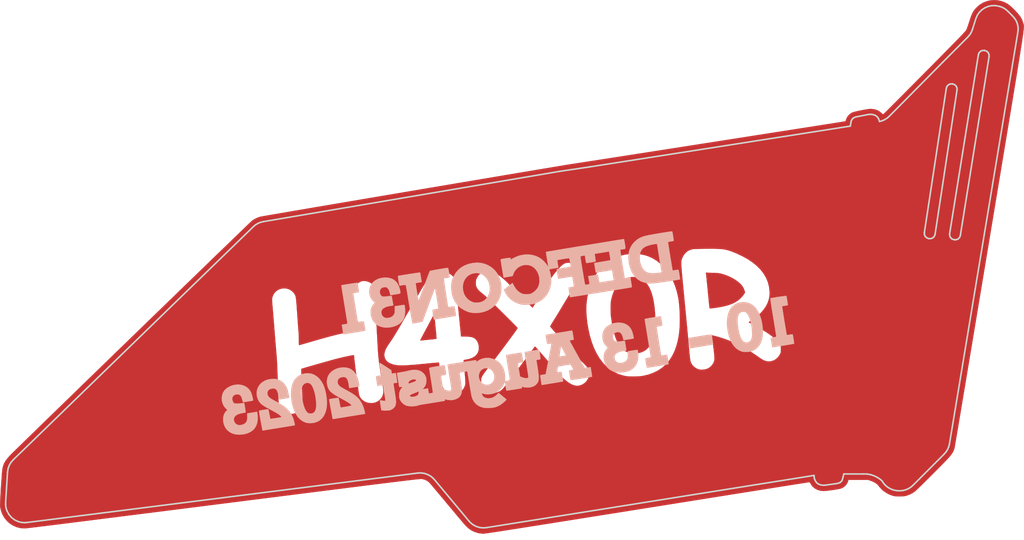
<source format=kicad_pcb>

(kicad_pcb (version 4) (host pcbnew 4.0.7)

	(general
		(links 0)
		(no_connects 0)
		(area 77.052499 41.877835 92.193313 53.630501)
		(thickness 1.6)
		(drawings 8)
		(tracks 0)
		(zones 0)
		(modules 1)
		(nets 1)
	)

	(page A4)
	(layers
		(0 F.Cu signal)
		(31 B.Cu signal)
		(32 B.Adhes user)
		(33 F.Adhes user)
		(34 B.Paste user)
		(35 F.Paste user)
		(36 B.SilkS user)
		(37 F.SilkS user)
		(38 B.Mask user)
		(39 F.Mask user)
		(40 Dwgs.User user)
		(41 Cmts.User user)
		(42 Eco1.User user)
		(43 Eco2.User user)
		(44 Edge.Cuts user)
		(45 Margin user)
		(46 B.CrtYd user)
		(47 F.CrtYd user)
		(48 B.Fab user)
		(49 F.Fab user)
	)

	(setup
		(last_trace_width 0.25)
		(trace_clearance 0.2)
		(zone_clearance 0.508)
		(zone_45_only no)
		(trace_min 0.2)
		(segment_width 0.2)
		(edge_width 0.15)
		(via_size 0.6)
		(via_drill 0.4)
		(via_min_size 0.4)
		(via_min_drill 0.3)
		(uvia_size 0.3)
		(uvia_drill 0.1)
		(uvias_allowed no)
		(uvia_min_size 0.2)
		(uvia_min_drill 0.1)
		(pcb_text_width 0.3)
		(pcb_text_size 1.5 1.5)
		(mod_edge_width 0.15)
		(mod_text_size 1 1)
		(mod_text_width 0.15)
		(pad_size 1.524 1.524)
		(pad_drill 0.762)
		(pad_to_mask_clearance 0.2)
		(aux_axis_origin 0 0)
		(visible_elements FFFFFF7F)
		(pcbplotparams
			(layerselection 0x010f0_80000001)
			(usegerberextensions false)
			(excludeedgelayer true)
			(linewidth 0.100000)
			(plotframeref false)
			(viasonmask false)
			(mode 1)
			(useauxorigin false)
			(hpglpennumber 1)
			(hpglpenspeed 20)
			(hpglpendiameter 15)
			(hpglpenoverlay 2)
			(psnegative false)
			(psa4output false)
			(plotreference true)
			(plotvalue true)
			(plotinvisibletext false)
			(padsonsilk false)
			(subtractmaskfromsilk false)
			(outputformat 1)
			(mirror false)
			(drillshape 1)
			(scaleselection 1)
			(outputdirectory gerbers/))
	)

	(net 0 "")

	(net_class Default "This is the default net class."
		(clearance 0.2)
		(trace_width 0.25)
		(via_dia 0.6)
		(via_drill 0.4)
		(uvia_dia 0.3)
		(uvia_drill 0.1)
	)
(module LOGO (layer F.Cu)
  (at 0 0)
 (fp_text reference "G***" (at 0 0) (layer F.SilkS) hide
  (effects (font (thickness 0.3)))
  )
  (fp_text value "LOGO" (at 0.75 0) (layer F.SilkS) hide
  (effects (font (thickness 0.3)))
  )
)
(module LOGO (layer F.Cu)
  (at 0 0)
 (fp_text reference "G***" (at 0 0) (layer F.SilkS) hide
  (effects (font (thickness 0.3)))
  )
  (fp_text value "LOGO" (at 0.75 0) (layer F.SilkS) hide
  (effects (font (thickness 0.3)))
  )
)
(module LOGO (layer F.Cu)
  (at 0 0)
 (fp_text reference "G***" (at 0 0) (layer F.SilkS) hide
  (effects (font (thickness 0.3)))
  )
  (fp_text value "LOGO" (at 0.75 0) (layer F.SilkS) hide
  (effects (font (thickness 0.3)))
  )
  (fp_poly (pts (xy -16.526917 -8.612408) (xy -16.343995 -8.554084) (xy -16.182404 -8.462204) (xy -16.046592 -8.340190) (xy -15.941010 -8.191465) (xy -15.916114 -8.142618) (xy -15.888848 -8.075161) (xy -15.860206 -7.989242)
     (xy -15.832516 -7.894128) (xy -15.808106 -7.799087) (xy -15.789304 -7.713386) (xy -15.778438 -7.646291) (xy -15.777837 -7.607070) (xy -15.780260 -7.601850) (xy -15.803976 -7.594598) (xy -15.860465 -7.582499)
     (xy -15.940655 -7.567118) (xy -16.035475 -7.550024) (xy -16.135853 -7.532783) (xy -16.232716 -7.516962) (xy -16.316995 -7.504128) (xy -16.379616 -7.495848) (xy -16.407162 -7.493565) (xy -16.429128 -7.505156)
     (xy -16.449179 -7.544841) (xy -16.470153 -7.618825) (xy -16.476023 -7.644073) (xy -16.516039 -7.784329) (xy -16.565769 -7.886437) (xy -16.628520 -7.954093) (xy -16.707599 -7.990995) (xy -16.795168 -8.000967)
     (xy -16.916823 -7.983720) (xy -17.013179 -7.935525) (xy -17.080977 -7.861576) (xy -17.116961 -7.767068) (xy -17.117870 -7.657195) (xy -17.082834 -7.542333) (xy -17.047975 -7.482435) (xy -17.008497 -7.437815)
     (xy -16.995614 -7.428848) (xy -16.938021 -7.412817) (xy -16.847694 -7.405765) (xy -16.733268 -7.407677) (xy -16.603378 -7.418538) (xy -16.519704 -7.429633) (xy -16.442493 -7.440382) (xy -16.383601 -7.446777)
     (xy -16.353615 -7.447718) (xy -16.351960 -7.447097) (xy -16.345747 -7.423973) (xy -16.334839 -7.368374) (xy -16.320779 -7.289695) (xy -16.305109 -7.197331) (xy -16.289372 -7.100680) (xy -16.275110 -7.009135)
     (xy -16.263865 -6.932094) (xy -16.257180 -6.878952) (xy -16.256000 -6.862562) (xy -16.261168 -6.840899) (xy -16.282076 -6.825191) (xy -16.326828 -6.812286) (xy -16.403528 -6.799030) (xy -16.429111 -6.795224)
     (xy -16.622580 -6.756174) (xy -16.777138 -6.701133) (xy -16.893192 -6.629806) (xy -16.971148 -6.541897) (xy -17.011412 -6.437111) (xy -17.017652 -6.366926) (xy -16.997470 -6.255182) (xy -16.942765 -6.156436)
     (xy -16.860963 -6.078025) (xy -16.759493 -6.027283) (xy -16.657523 -6.011333) (xy -16.548891 -6.024071) (xy -16.435227 -6.058047) (xy -16.334703 -6.106909) (xy -16.288825 -6.140228) (xy -16.220980 -6.215955)
     (xy -16.177456 -6.306404) (xy -16.155936 -6.419255) (xy -16.154101 -6.562186) (xy -16.155164 -6.582970) (xy -16.158584 -6.666766) (xy -16.158652 -6.731795) (xy -16.155488 -6.768633) (xy -16.152801 -6.773537)
     (xy -16.128300 -6.776988) (xy -16.069800 -6.786345) (xy -15.985021 -6.800342) (xy -15.881684 -6.817713) (xy -15.833821 -6.825844) (xy -15.725722 -6.843845) (xy -15.633630 -6.858381) (xy -15.565014 -6.868337)
     (xy -15.527339 -6.872596) (xy -15.522488 -6.872377) (xy -15.511435 -6.842056) (xy -15.500614 -6.779694) (xy -15.490915 -6.695580) (xy -15.483230 -6.600002) (xy -15.478448 -6.503247) (xy -15.477461 -6.415603)
     (xy -15.479093 -6.371166) (xy -15.510434 -6.157398) (xy -15.575467 -5.969258) (xy -15.674167 -5.806774) (xy -15.806511 -5.669972) (xy -15.972476 -5.558881) (xy -16.172038 -5.473527) (xy -16.285844 -5.440144)
     (xy -16.436281 -5.412468) (xy -16.602452 -5.399538) (xy -16.769256 -5.401411) (xy -16.921592 -5.418140) (xy -17.007416 -5.437504) (xy -17.169174 -5.495845) (xy -17.305026 -5.571871) (xy -17.430429 -5.674236)
     (xy -17.430892 -5.674673) (xy -17.540149 -5.802778) (xy -17.623353 -5.951457) (xy -17.680028 -6.113754) (xy -17.709700 -6.282716) (xy -17.711891 -6.451388) (xy -17.686129 -6.612817) (xy -17.631936 -6.760049)
     (xy -17.548838 -6.886129) (xy -17.516069 -6.920867) (xy -17.441061 -6.993568) (xy -17.545874 -7.093539) (xy -17.657882 -7.228681) (xy -17.738600 -7.386862) (xy -17.786688 -7.561201) (xy -17.800805 -7.744820)
     (xy -17.779612 -7.930839) (xy -17.737037 -8.074927) (xy -17.662329 -8.213168) (xy -17.553217 -8.336512) (xy -17.415844 -8.442230) (xy -17.256353 -8.527594) (xy -17.080887 -8.589876) (xy -16.895589 -8.626347)
     (xy -16.706601 -8.634278) (xy -16.526917 -8.612408) )(layer B.SilkS) (width  0.010000)
  )
  (fp_poly (pts (xy -14.309443 -8.992731) (xy -14.126325 -8.947189) (xy -13.960832 -8.864153) (xy -13.815207 -8.745569) (xy -13.691695 -8.593382) (xy -13.592540 -8.409538) (xy -13.568537 -8.350250) (xy -13.551358 -8.295977)
     (xy -13.530935 -8.218301) (xy -13.509192 -8.126406) (xy -13.488051 -8.029479) (xy -13.469437 -7.936703) (xy -13.455272 -7.857264) (xy -13.447480 -7.800347) (xy -13.447983 -7.775137) (xy -13.448089 -7.775022)
     (xy -13.469995 -7.769471) (xy -13.524721 -7.758984) (xy -13.603604 -7.744985) (xy -13.697982 -7.728895) (xy -13.799193 -7.712138) (xy -13.898575 -7.696136) (xy -13.987466 -7.682310) (xy -14.057205 -7.672084)
     (xy -14.099129 -7.666880) (xy -14.107333 -7.666765) (xy -14.112140 -7.689089) (xy -14.120668 -7.743368) (xy -14.131379 -7.819553) (xy -14.135790 -7.852833) (xy -14.163993 -8.022859) (xy -14.200162 -8.155146)
     (xy -14.246072 -8.253834) (xy -14.303498 -8.323061) (xy -14.351635 -8.356281) (xy -14.417855 -8.374102) (xy -14.506403 -8.375750) (xy -14.601178 -8.362808) (xy -14.686078 -8.336857) (xy -14.718631 -8.320222)
     (xy -14.797318 -8.249780) (xy -14.842438 -8.161559) (xy -14.854512 -8.062878) (xy -14.834062 -7.961059) (xy -14.781611 -7.863420) (xy -14.697680 -7.777283) (xy -14.678902 -7.763303) (xy -14.624982 -7.728402)
     (xy -14.543172 -7.679424) (xy -14.443078 -7.621949) (xy -14.334306 -7.561552) (xy -14.291383 -7.538290) (xy -14.172658 -7.472829) (xy -14.050164 -7.402561) (xy -13.936649 -7.334965) (xy -13.844863 -7.277525)
     (xy -13.827178 -7.265877) (xy -13.618497 -7.102656) (xy -13.441628 -6.914022) (xy -13.298920 -6.702996) (xy -13.192726 -6.472598) (xy -13.178744 -6.432532) (xy -13.154512 -6.353066) (xy -13.130822 -6.263825)
     (xy -13.109790 -6.174531) (xy -13.093532 -6.094907) (xy -13.084164 -6.034675) (xy -13.083803 -6.003558) (xy -13.084962 -6.001712) (xy -13.106538 -5.997417) (xy -13.165868 -5.987108) (xy -13.258904 -5.971452)
     (xy -13.381598 -5.951116) (xy -13.529899 -5.926768) (xy -13.699761 -5.899075) (xy -13.887134 -5.868703) (xy -14.087970 -5.836321) (xy -14.107583 -5.833168) (xy -14.310312 -5.800495) (xy -14.500637 -5.769656)
     (xy -14.674406 -5.741337) (xy -14.827463 -5.716221) (xy -14.955655 -5.694994) (xy -15.054828 -5.678341) (xy -15.120828 -5.666946) (xy -15.149499 -5.661493) (xy -15.150041 -5.661339) (xy -15.174109 -5.664205)
     (xy -15.176500 -5.670936) (xy -15.180323 -5.695568) (xy -15.191137 -5.756474) (xy -15.207961 -5.848355) (xy -15.229814 -5.965907) (xy -15.255715 -6.103830) (xy -15.284682 -6.256823) (xy -15.294420 -6.308001)
     (xy -15.323567 -6.464437) (xy -15.348940 -6.607366) (xy -15.369704 -6.731525) (xy -15.385026 -6.831656) (xy -15.394072 -6.902495) (xy -15.396008 -6.938784) (xy -15.394962 -6.942265) (xy -15.366626 -6.952755)
     (xy -15.306974 -6.966420) (xy -15.225321 -6.981846) (xy -15.130980 -6.997618) (xy -15.033267 -7.012321) (xy -14.941496 -7.024541) (xy -14.864981 -7.032863) (xy -14.813036 -7.035873) (xy -14.795271 -7.033340)
     (xy -14.786367 -7.007522) (xy -14.771788 -6.948037) (xy -14.753328 -6.862887) (xy -14.732779 -6.760075) (xy -14.725772 -6.723248) (xy -14.705395 -6.617219) (xy -14.687191 -6.527015) (xy -14.672783 -6.460347)
     (xy -14.663793 -6.424926) (xy -14.662232 -6.421343) (xy -14.639907 -6.421844) (xy -14.584277 -6.428207) (xy -14.503760 -6.439120) (xy -14.406772 -6.453271) (xy -14.301731 -6.469348) (xy -14.197053 -6.486040)
     (xy -14.101154 -6.502034) (xy -14.022453 -6.516019) (xy -13.969365 -6.526682) (xy -13.950514 -6.532281) (xy -13.956162 -6.553238) (xy -13.989612 -6.591844) (xy -14.043926 -6.641556) (xy -14.112165 -6.695830)
     (xy -14.160500 -6.730318) (xy -14.216716 -6.765629) (xy -14.302200 -6.815594) (xy -14.408580 -6.875493) (xy -14.527483 -6.940609) (xy -14.644646 -7.003127) (xy -14.832214 -7.103662) (xy -14.985680 -7.190733)
     (xy -15.109641 -7.268041) (xy -15.208694 -7.339285) (xy -15.287435 -7.408166) (xy -15.350462 -7.478383) (xy -15.402370 -7.553635) (xy -15.447756 -7.637624) (xy -15.457036 -7.657031) (xy -15.523999 -7.844961)
     (xy -15.550841 -8.032297) (xy -15.539613 -8.214737) (xy -15.492365 -8.387983) (xy -15.411148 -8.547732) (xy -15.298012 -8.689684) (xy -15.155006 -8.809538) (xy -14.984182 -8.902994) (xy -14.839137 -8.953149)
     (xy -14.704210 -8.980571) (xy -14.554371 -8.996709) (xy -14.409056 -9.000111) (xy -14.309443 -8.992731) )(layer B.SilkS) (width  0.010000)
  )
  (fp_poly (pts (xy -12.031002 -9.340770) (xy -11.846456 -9.274509) (xy -11.674506 -9.170646) (xy -11.517439 -9.030328) (xy -11.377546 -8.854704) (xy -11.257115 -8.644920) (xy -11.235947 -8.599807) (xy -11.171481 -8.431366)
     (xy -11.115015 -8.232969) (xy -11.068622 -8.016574) (xy -11.034372 -7.794140) (xy -11.014338 -7.577628) (xy -11.010592 -7.378997) (xy -11.013518 -7.315820) (xy -11.045977 -7.060078) (xy -11.106905 -6.833411)
     (xy -11.195703 -6.636687) (xy -11.311772 -6.470774) (xy -11.454513 -6.336539) (xy -11.623328 -6.234850) (xy -11.804508 -6.169907) (xy -11.921703 -6.148983) (xy -12.056202 -6.139978) (xy -12.192668 -6.142724)
     (xy -12.315764 -6.157051) (xy -12.393360 -6.176407) (xy -12.582958 -6.264107) (xy -12.753271 -6.389066) (xy -12.903682 -6.550551) (xy -13.033574 -6.747826) (xy -13.142331 -6.980157) (xy -13.196268 -7.133166)
     (xy -13.265613 -7.395765) (xy -13.310699 -7.662371) (xy -13.331611 -7.926494) (xy -13.328780 -8.154204) (xy -12.646583 -8.154204) (xy -12.637661 -7.973458) (xy -12.615278 -7.775930) (xy -12.579597 -7.567400)
     (xy -12.560997 -7.479321) (xy -12.502594 -7.256137) (xy -12.436207 -7.074440) (xy -12.361788 -6.934133) (xy -12.279288 -6.835119) (xy -12.211367 -6.787534) (xy -12.115544 -6.760065) (xy -12.009051 -6.762993)
     (xy -11.909121 -6.794879) (xy -11.874536 -6.815641) (xy -11.823493 -6.865652) (xy -11.776034 -6.933851) (xy -11.761591 -6.961883) (xy -11.730592 -7.064195) (xy -11.713019 -7.199083) (xy -11.708343 -7.359158)
     (xy -11.716036 -7.537029) (xy -11.735570 -7.725306) (xy -11.766416 -7.916597) (xy -11.808045 -8.103513) (xy -11.854609 -8.262836) (xy -11.918607 -8.432199) (xy -11.986044 -8.561892) (xy -12.059231 -8.654561)
     (xy -12.140477 -8.712854) (xy -12.232092 -8.739419) (xy -12.272426 -8.741754) (xy -12.389347 -8.721896) (xy -12.490688 -8.664299) (xy -12.571317 -8.572247) (xy -12.590947 -8.537923) (xy -12.623390 -8.442218)
     (xy -12.641880 -8.312384) (xy -12.646583 -8.154204) (xy -13.328780 -8.154204) (xy -13.328438 -8.181648) (xy -13.301265 -8.421345) (xy -13.250180 -8.639097) (xy -13.175271 -8.828415) (xy -13.173504 -8.831918)
     (xy -13.075505 -8.982527) (xy -12.945891 -9.117382) (xy -12.794829 -9.227563) (xy -12.637319 -9.302461) (xy -12.428723 -9.355894) (xy -12.225854 -9.368281) (xy -12.031002 -9.340770) )(layer B.SilkS) (width  0.010000)
  )
  (fp_poly (pts (xy -9.738307 -9.724944) (xy -9.575355 -9.682455) (xy -9.431197 -9.607844) (xy -9.298498 -9.498012) (xy -9.257942 -9.455673) (xy -9.141060 -9.297551) (xy -9.047594 -9.105450) (xy -8.978239 -8.881111)
     (xy -8.936965 -8.652737) (xy -8.927884 -8.577479) (xy -8.926641 -8.534165) (xy -8.935609 -8.512759) (xy -8.957159 -8.503226) (xy -8.973107 -8.499833) (xy -9.032116 -8.488979) (xy -9.113533 -8.475250)
     (xy -9.208498 -8.459989) (xy -9.308153 -8.444541) (xy -9.403639 -8.430250) (xy -9.486096 -8.418459) (xy -9.546667 -8.410515) (xy -9.576491 -8.407760) (xy -9.578097 -8.408029) (xy -9.582707 -8.430147)
     (xy -9.591082 -8.484249) (xy -9.601710 -8.560319) (xy -9.606124 -8.593666) (xy -9.634349 -8.763784) (xy -9.670552 -8.896133) (xy -9.716493 -8.994817) (xy -9.773933 -9.063941) (xy -9.821968 -9.096961)
     (xy -9.889963 -9.115188) (xy -9.979999 -9.116114) (xy -10.076118 -9.101091) (xy -10.162361 -9.071474) (xy -10.170552 -9.067387) (xy -10.254697 -9.003130) (xy -10.306081 -8.919575) (xy -10.324977 -8.823900)
     (xy -10.311656 -8.723281) (xy -10.266389 -8.624898) (xy -10.189450 -8.535928) (xy -10.149235 -8.504137) (xy -10.095327 -8.469197) (xy -10.013563 -8.420125) (xy -9.913545 -8.362511) (xy -9.804872 -8.301947)
     (xy -9.762072 -8.278656) (xy -9.560881 -8.167148) (xy -9.393561 -8.067564) (xy -9.254744 -7.975942) (xy -9.139061 -7.888318) (xy -9.041144 -7.800726) (xy -8.955627 -7.709203) (xy -8.903016 -7.644258)
     (xy -8.777010 -7.450683) (xy -8.673421 -7.230450) (xy -8.597204 -6.995463) (xy -8.562330 -6.825598) (xy -8.549180 -6.740279) (xy -9.433965 -6.595703) (xy -9.629425 -6.563772) (xy -9.817856 -6.533005)
     (xy -9.993830 -6.504287) (xy -10.151923 -6.478502) (xy -10.286709 -6.456535) (xy -10.392761 -6.439271) (xy -10.464654 -6.427595) (xy -10.482791 -6.424662) (xy -10.559539 -6.413638) (xy -10.617076 -6.407959)
     (xy -10.645457 -6.408524) (xy -10.646833 -6.409804) (xy -10.650621 -6.432747) (xy -10.661339 -6.492067) (xy -10.678020 -6.582553) (xy -10.699696 -6.698992) (xy -10.725399 -6.836170) (xy -10.754161 -6.988876)
     (xy -10.764701 -7.044653) (xy -10.793747 -7.201684) (xy -10.819050 -7.345231) (xy -10.839785 -7.470048) (xy -10.855125 -7.570887) (xy -10.864246 -7.642502) (xy -10.866320 -7.679644) (xy -10.865243 -7.683517)
     (xy -10.837463 -7.693632) (xy -10.778229 -7.706913) (xy -10.696842 -7.721973) (xy -10.602602 -7.737428) (xy -10.504812 -7.751891) (xy -10.412772 -7.763975) (xy -10.335783 -7.772296) (xy -10.283148 -7.775466)
     (xy -10.264467 -7.773037) (xy -10.255979 -7.747651) (xy -10.241755 -7.688561) (xy -10.223557 -7.603729) (xy -10.203145 -7.501116) (xy -10.196106 -7.464081) (xy -10.175602 -7.357868) (xy -10.157080 -7.267312)
     (xy -10.142209 -7.200185) (xy -10.132657 -7.164257) (xy -10.130898 -7.160509) (xy -10.105971 -7.158479) (xy -10.049053 -7.163786) (xy -9.968337 -7.174927) (xy -9.872020 -7.190396) (xy -9.768296 -7.208691)
     (xy -9.665358 -7.228307) (xy -9.571402 -7.247740) (xy -9.494622 -7.265486) (xy -9.443212 -7.280041) (xy -9.425368 -7.289901) (xy -9.425395 -7.289998) (xy -9.453701 -7.328282) (xy -9.516994 -7.382135)
     (xy -9.611864 -7.449303) (xy -9.734900 -7.527528) (xy -9.882692 -7.614558) (xy -10.051829 -7.708135) (xy -10.082803 -7.724715) (xy -10.285275 -7.834896) (xy -10.452766 -7.931923) (xy -10.589257 -8.019202)
     (xy -10.698729 -8.100137) (xy -10.785162 -8.178132) (xy -10.852536 -8.256593) (xy -10.904832 -8.338925) (xy -10.946030 -8.428531) (xy -10.964229 -8.478660) (xy -11.012060 -8.678457) (xy -11.020332 -8.871465)
     (xy -10.990538 -9.053958) (xy -10.924167 -9.222211) (xy -10.822712 -9.372498) (xy -10.687664 -9.501094) (xy -10.520513 -9.604275) (xy -10.512032 -9.608370) (xy -10.360952 -9.672554) (xy -10.220150 -9.712954)
     (xy -10.071795 -9.733535) (xy -9.927389 -9.738408) (xy -9.738307 -9.724944) )(layer B.SilkS) (width  0.010000)
  )
  (fp_poly (pts (xy -7.571305 -10.015343) (xy -7.528487 -9.993419) (xy -7.464221 -9.955097) (xy -7.374127 -9.898096) (xy -7.253824 -9.820137) (xy -7.234999 -9.807863) (xy -6.860582 -9.563621) (xy -6.846190 -9.448433)
     (xy -6.835321 -9.381339) (xy -6.821948 -9.348554) (xy -6.802348 -9.342072) (xy -6.797274 -9.343250) (xy -6.755740 -9.352255) (xy -6.692484 -9.362973) (xy -6.666842 -9.366753) (xy -6.570934 -9.380250)
     (xy -6.523712 -9.087500) (xy -6.506619 -8.979758) (xy -6.492321 -8.886251) (xy -6.482049 -8.815298) (xy -6.477038 -8.775220) (xy -6.476745 -8.770370) (xy -6.496380 -8.754673) (xy -6.548308 -8.739966)
     (xy -6.603885 -8.731263) (xy -6.673914 -8.721728) (xy -6.710607 -8.710873) (xy -6.722832 -8.694111) (xy -6.720427 -8.670977) (xy -6.711665 -8.625415) (xy -6.697987 -8.545934) (xy -6.680637 -8.440497)
     (xy -6.660858 -8.317067) (xy -6.639892 -8.183608) (xy -6.618983 -8.048083) (xy -6.599373 -7.918456) (xy -6.582306 -7.802691) (xy -6.569024 -7.708749) (xy -6.562547 -7.659459) (xy -6.553168 -7.482381)
     (xy -6.573523 -7.333675) (xy -6.624924 -7.210343) (xy -6.708679 -7.109386) (xy -6.826099 -7.027807) (xy -6.842160 -7.019358) (xy -6.908776 -6.988411) (xy -6.970711 -6.969060) (xy -7.042838 -6.958131)
     (xy -7.140033 -6.952452) (xy -7.158751 -6.951823) (xy -7.255540 -6.950583) (xy -7.344893 -6.952604) (xy -7.412249 -6.957444) (xy -7.429500 -6.960018) (xy -7.503583 -6.974416) (xy -7.554778 -7.286582)
     (xy -7.571903 -7.396551) (xy -7.584924 -7.491229) (xy -7.592931 -7.563019) (xy -7.595012 -7.604319) (xy -7.593658 -7.611063) (xy -7.568348 -7.613661) (xy -7.512529 -7.609361) (xy -7.437298 -7.599103)
     (xy -7.421268 -7.596481) (xy -7.343282 -7.585354) (xy -7.282262 -7.580330) (xy -7.249433 -7.582250) (xy -7.247289 -7.583489) (xy -7.246612 -7.607423) (xy -7.252162 -7.667188) (xy -7.263176 -7.756864)
     (xy -7.278891 -7.870529) (xy -7.298545 -8.002261) (xy -7.313579 -8.097954) (xy -7.393774 -8.598515) (xy -7.485720 -8.585507) (xy -7.570816 -8.573469) (xy -7.658738 -8.561030) (xy -7.669518 -8.559505)
     (xy -7.761370 -8.546511) (xy -7.810279 -8.846311) (xy -7.828013 -8.964128) (xy -7.839502 -9.060120) (xy -7.844161 -9.128070) (xy -7.841404 -9.161761) (xy -7.840135 -9.163653) (xy -7.811058 -9.175032)
     (xy -7.752052 -9.188764) (xy -7.675213 -9.202091) (xy -7.665517 -9.203510) (xy -7.589691 -9.215113) (xy -7.532438 -9.225243) (xy -7.504632 -9.231949) (xy -7.503673 -9.232538) (xy -7.505008 -9.254538)
     (xy -7.512621 -9.311347) (xy -7.525475 -9.396080) (xy -7.542533 -9.501849) (xy -7.558869 -9.599083) (xy -7.578862 -9.720540) (xy -7.595483 -9.830098) (xy -7.607641 -9.919837) (xy -7.614244 -9.981837)
     (xy -7.614879 -10.005511) (xy -7.610121 -10.019110) (xy -7.597056 -10.023147) (xy -7.571305 -10.015343) )(layer B.SilkS) (width  0.010000)
  )
  (fp_poly (pts (xy 2.653785 -10.875950) (xy 2.668016 -10.861740) (xy 2.680808 -10.830223) (xy 2.694088 -10.775127) (xy 2.709784 -10.690178) (xy 2.727989 -10.580431) (xy 2.747195 -10.456620) (xy 2.758485 -10.368703)
     (xy 2.762255 -10.311067) (xy 2.758900 -10.278099) (xy 2.750260 -10.264964) (xy 2.715453 -10.253321) (xy 2.654604 -10.241022) (xy 2.609520 -10.234429) (xy 2.544109 -10.224977) (xy 2.511522 -10.213577)
     (xy 2.502482 -10.193832) (xy 2.506820 -10.163605) (xy 2.531430 -10.036272) (xy 2.556682 -9.889429) (xy 2.581356 -9.731942) (xy 2.604227 -9.572679) (xy 2.624073 -9.420508) (xy 2.639673 -9.284296)
     (xy 2.649802 -9.172911) (xy 2.653229 -9.101666) (xy 2.650146 -8.973761) (xy 2.635716 -8.875261) (xy 2.605873 -8.793869) (xy 2.556548 -8.717288) (xy 2.506459 -8.657971) (xy 2.417885 -8.576134)
     (xy 2.315648 -8.515984) (xy 2.188529 -8.471713) (xy 2.111890 -8.453666) (xy 1.982556 -8.438247) (xy 1.840595 -8.439978) (xy 1.704361 -8.457718) (xy 1.605104 -8.485164) (xy 1.568315 -8.495357)
     (xy 1.558244 -8.479246) (xy 1.561462 -8.447929) (xy 1.569829 -8.390920) (xy 1.068726 -8.310788) (xy 0.928660 -8.288697) (xy 0.803249 -8.269508) (xy 0.698285 -8.254057) (xy 0.619559 -8.243182)
     (xy 0.572861 -8.237721) (xy 0.562349 -8.237536) (xy 0.557198 -8.259785) (xy 0.546740 -8.316010) (xy 0.532367 -8.398384) (xy 0.515467 -8.499082) (xy 0.510510 -8.529263) (xy 0.487197 -8.666496)
     (xy 0.468970 -8.761811) (xy 0.455803 -8.815316) (xy 0.447669 -8.827116) (xy 0.444541 -8.797318) (xy 0.444500 -8.790538) (xy 0.432735 -8.738246) (xy 0.401233 -8.662532) (xy 0.355683 -8.573818)
     (xy 0.301777 -8.482530) (xy 0.245203 -8.399090) (xy 0.200417 -8.343397) (xy 0.049925 -8.207049) (xy -0.125004 -8.103878) (xy -0.320638 -8.035458) (xy -0.533249 -8.003361) (xy -0.611275 -8.001000)
     (xy -0.715135 -8.004895) (xy -0.815165 -8.015280) (xy -0.893392 -8.030202) (xy -0.901511 -8.032521) (xy -0.974806 -8.053937) (xy -1.014113 -8.060124) (xy -1.025950 -8.048141) (xy -1.016840 -8.015048)
     (xy -1.004893 -7.985899) (xy -0.944153 -7.881519) (xy -0.860398 -7.808409) (xy -0.750026 -7.764508) (xy -0.609439 -7.747758) (xy -0.588169 -7.747465) (xy -0.436068 -7.760440) (xy -0.300586 -7.803165)
     (xy -0.171949 -7.879729) (xy -0.072550 -7.963252) (xy 0.063729 -8.090734) (xy 0.317614 -7.885361) (xy 0.405111 -7.813537) (xy 0.479570 -7.750422) (xy 0.535321 -7.700981) (xy 0.566692 -7.670182)
     (xy 0.571500 -7.663004) (xy 0.555609 -7.636000) (xy 0.512870 -7.590449) (xy 0.450682 -7.532690) (xy 0.376446 -7.469059) (xy 0.297559 -7.405895) (xy 0.221423 -7.349534) (xy 0.155438 -7.306315)
     (xy 0.154105 -7.305530) (xy 0.010390 -7.229988) (xy -0.130121 -7.176783) (xy -0.280044 -7.142588) (xy -0.451995 -7.124072) (xy -0.550333 -7.119649) (xy -0.678899 -7.117541) (xy -0.778060 -7.120512)
     (xy -0.860547 -7.129575) (xy -0.939092 -7.145746) (xy -0.966322 -7.152817) (xy -1.111713 -7.198940) (xy -1.229815 -7.254171) (xy -1.335662 -7.326728) (xy -1.419030 -7.400297) (xy -1.535105 -7.534494)
     (xy -1.621185 -7.689554) (xy -1.679295 -7.863416) (xy -1.690282 -7.914235) (xy -1.706901 -8.001023) (xy -1.728124 -8.117943) (xy -1.752923 -8.259159) (xy -1.780270 -8.418832) (xy -1.809136 -8.591126)
     (xy -1.832163 -8.731250) (xy -1.860284 -8.902930) (xy -1.886470 -9.060983) (xy -1.905074 -9.171844) (xy -1.211575 -9.171844) (xy -1.191275 -9.019505) (xy -1.138180 -8.885978) (xy -1.057127 -8.775127)
     (xy -0.952955 -8.690815) (xy -0.830500 -8.636906) (xy -0.694601 -8.617265) (xy -0.550096 -8.635756) (xy -0.542825 -8.637725) (xy -0.451886 -8.680590) (xy -0.363181 -8.752227) (xy -0.289347 -8.840371)
     (xy -0.244978 -8.926777) (xy -0.213670 -9.073108) (xy -0.216942 -9.216268) (xy -0.251316 -9.350596) (xy -0.313314 -9.470430) (xy -0.399459 -9.570107) (xy -0.506273 -9.643966) (xy -0.630277 -9.686345)
     (xy -0.716446 -9.694333) (xy -0.857139 -9.674953) (xy -0.980504 -9.619994) (xy -1.082021 -9.534226) (xy -1.157169 -9.422418) (xy -1.201429 -9.289341) (xy -1.211575 -9.171844) (xy -1.905074 -9.171844)
     (xy -1.909908 -9.200645) (xy -1.929787 -9.317148) (xy -1.945292 -9.405726) (xy -1.955612 -9.461613) (xy -1.959812 -9.480042) (xy -1.984736 -9.482800) (xy -2.040083 -9.477718) (xy -2.115903 -9.466688)
     (xy -2.202246 -9.451599) (xy -2.289160 -9.434340) (xy -2.366696 -9.416801) (xy -2.424904 -9.400873) (xy -2.453833 -9.388445) (xy -2.455333 -9.385931) (xy -2.452100 -9.358450) (xy -2.443041 -9.295489)
     (xy -2.429116 -9.203352) (xy -2.411285 -9.088344) (xy -2.390508 -8.956771) (xy -2.379375 -8.887115) (xy -2.345644 -8.663006) (xy -2.323064 -8.475164) (xy -2.312179 -8.318872) (xy -2.313535 -8.189413)
     (xy -2.327677 -8.082071) (xy -2.355150 -7.992129) (xy -2.396500 -7.914871) (xy -2.452272 -7.845579) (xy -2.505706 -7.794406) (xy -2.598734 -7.732018) (xy -2.719453 -7.679133) (xy -2.853408 -7.641295)
     (xy -2.941449 -7.627318) (xy -3.028453 -7.624950) (xy -3.134678 -7.631547) (xy -3.243079 -7.645174) (xy -3.336612 -7.663898) (xy -3.379000 -7.676965) (xy -3.403311 -7.679309) (xy -3.406488 -7.652808)
     (xy -3.403751 -7.636329) (xy -3.393409 -7.582226) (xy -4.136163 -7.460843) (xy -4.310393 -7.432470) (xy -4.473070 -7.406171) (xy -4.619050 -7.382762) (xy -4.743188 -7.363061) (xy -4.840339 -7.347885)
     (xy -4.905358 -7.338050) (xy -4.931833 -7.334470) (xy -4.977277 -7.325731) (xy -5.048557 -7.307249) (xy -5.131383 -7.282772) (xy -5.143500 -7.278949) (xy -5.281603 -7.246565) (xy -5.436911 -7.229078)
     (xy -5.596297 -7.226499) (xy -5.746634 -7.238840) (xy -5.874794 -7.266110) (xy -5.909768 -7.278303) (xy -6.057070 -7.358073) (xy -6.182368 -7.469562) (xy -6.277937 -7.605461) (xy -6.297641 -7.645390)
     (xy -6.330888 -7.727509) (xy -6.349330 -7.801128) (xy -6.356856 -7.885822) (xy -6.357060 -7.900014) (xy -5.662059 -7.900014) (xy -5.654568 -7.888280) (xy -5.611538 -7.856766) (xy -5.581171 -7.845802)
     (xy -5.504905 -7.841236) (xy -5.409785 -7.850548) (xy -5.315788 -7.870749) (xy -5.249333 -7.895429) (xy -5.164782 -7.948090) (xy -5.116148 -8.006774) (xy -5.097215 -8.081625) (xy -5.097813 -8.142685)
     (xy -5.101166 -8.189119) (xy -5.191125 -8.150614) (xy -5.257199 -8.123460) (xy -5.344283 -8.089142) (xy -5.433630 -8.055046) (xy -5.434429 -8.054747) (xy -5.548046 -8.008329) (xy -5.622352 -7.968205)
     (xy -5.659604 -7.932669) (xy -5.662059 -7.900014) (xy -6.357060 -7.900014) (xy -6.357751 -7.948083) (xy -6.345642 -8.101847) (xy -6.306176 -8.234206) (xy -6.251864 -8.329083) (xy -4.868333 -8.329083)
     (xy -4.857750 -8.318500) (xy -4.847166 -8.329083) (xy -4.857750 -8.339666) (xy -4.868333 -8.329083) (xy -6.251864 -8.329083) (xy -6.234324 -8.359722) (xy -6.199646 -8.405928) (xy -6.133068 -8.489990)
     (xy -6.239318 -8.475895) (xy -6.302201 -8.468849) (xy -6.335217 -8.472565) (xy -6.350401 -8.491763) (xy -6.358000 -8.522442) (xy -6.366488 -8.567785) (xy -6.379657 -8.642833) (xy -6.396082 -8.738979)
     (xy -5.757333 -8.738979) (xy -5.754355 -8.716243) (xy -5.741384 -8.704458) (xy -5.712368 -8.704500) (xy -5.661252 -8.717244) (xy -5.581983 -8.743567) (xy -5.484798 -8.778417) (xy -5.373356 -8.821409)
     (xy -5.299801 -8.856560) (xy -5.260992 -8.886459) (xy -5.253788 -8.913699) (xy -5.275050 -8.940870) (xy -5.281690 -8.945977) (xy -5.348947 -8.972377) (xy -5.432805 -8.972996) (xy -5.523443 -8.952107)
     (xy -5.611037 -8.913987) (xy -5.685765 -8.862908) (xy -5.737804 -8.803147) (xy -5.757333 -8.738979) (xy -6.396082 -8.738979) (xy -6.396212 -8.739737) (xy -6.414858 -8.850651) (xy -6.434301 -8.967726)
     (xy -6.453245 -9.083115) (xy -6.470394 -9.188972) (xy -6.484455 -9.277447) (xy -6.494131 -9.340695) (xy -6.498129 -9.370867) (xy -6.498166 -9.371785) (xy -6.478438 -9.382012) (xy -6.424183 -9.396471)
     (xy -6.342801 -9.413519) (xy -6.241691 -9.431514) (xy -6.196541 -9.438739) (xy -6.074049 -9.459324) (xy -5.953293 -9.482417) (xy -5.846928 -9.505420) (xy -5.767608 -9.525737) (xy -5.757333 -9.528860)
     (xy -5.668863 -9.550758) (xy -5.559043 -9.569511) (xy -5.448852 -9.581668) (xy -5.427988 -9.583039) (xy -5.238263 -9.580454) (xy -5.075000 -9.548171) (xy -4.932513 -9.484036) (xy -4.805114 -9.385892)
     (xy -4.746445 -9.324701) (xy -4.667834 -9.215345) (xy -4.618878 -9.095296) (xy -4.596068 -8.954143) (xy -4.593373 -8.870354) (xy -4.609576 -8.708317) (xy -4.660129 -8.565811) (xy -4.748628 -8.433278)
     (xy -4.765007 -8.414113) (xy -4.836583 -8.332577) (xy -4.746625 -8.346705) (xy -4.665326 -8.359470) (xy -4.583874 -8.372253) (xy -4.573925 -8.373814) (xy -4.491183 -8.386795) (xy -4.464859 -8.223612)
     (xy -4.438535 -8.060430) (xy -4.320059 -8.074853) (xy -4.252174 -8.085385) (xy -4.202125 -8.097321) (xy -4.185178 -8.104935) (xy -4.184777 -8.128671) (xy -4.190784 -8.189448) (xy -4.202541 -8.282569)
     (xy -4.219390 -8.403334) (xy -4.240675 -8.547047) (xy -4.265736 -8.709007) (xy -4.293918 -8.884518) (xy -4.296303 -8.899094) (xy -4.325186 -9.076097) (xy -4.351778 -9.240391) (xy -4.375320 -9.387186)
     (xy -4.395054 -9.511692) (xy -4.410221 -9.609120) (xy -4.420062 -9.674681) (xy -4.423818 -9.703584) (xy -4.423833 -9.704092) (xy -4.405722 -9.716593) (xy -4.350578 -9.733000) (xy -4.257187 -9.753576)
     (xy -4.124334 -9.778587) (xy -3.950802 -9.808298) (xy -3.927342 -9.812166) (xy -3.787617 -9.834606) (xy -3.662179 -9.853763) (xy -3.556926 -9.868819) (xy -3.477756 -9.878952) (xy -3.430568 -9.883342)
     (xy -3.419829 -9.882717) (xy -3.412606 -9.858904) (xy -3.400385 -9.801154) (xy -3.384695 -9.717359) (xy -3.367065 -9.615408) (xy -3.361347 -9.580755) (xy -3.341595 -9.458795) (xy -3.330292 -9.372187)
     (xy -3.329956 -9.314367) (xy -3.343111 -9.278771) (xy -3.372275 -9.258835) (xy -3.419971 -9.247995) (xy -3.488719 -9.239687) (xy -3.492500 -9.239250) (xy -3.561951 -9.229245) (xy -3.614872 -9.218096)
     (xy -3.634096 -9.211167) (xy -3.640253 -9.186640) (xy -3.637866 -9.125358) (xy -3.626805 -9.025976) (xy -3.606941 -8.887146) (xy -3.595808 -8.815916) (xy -3.575731 -8.691007) (xy -3.557277 -8.578228)
     (xy -3.541721 -8.485203) (xy -3.530334 -8.419554) (xy -3.524723 -8.390255) (xy -3.496377 -8.351541) (xy -3.436289 -8.314309) (xy -3.355030 -8.281330) (xy -3.263173 -8.255372) (xy -3.171290 -8.239207)
     (xy -3.089950 -8.235604) (xy -3.029728 -8.247334) (xy -3.014397 -8.256538) (xy -3.003874 -8.266756) (xy -2.996032 -8.280464) (xy -2.991286 -8.301428) (xy -2.990053 -8.333415) (xy -2.992750 -8.380192)
     (xy -2.999794 -8.445525) (xy -3.011601 -8.533181) (xy -3.028588 -8.646928) (xy -3.051173 -8.790532) (xy -3.079771 -8.967759) (xy -3.114800 -9.182377) (xy -3.121080 -9.220746) (xy -3.148088 -9.386749)
     (xy -3.172517 -9.538864) (xy -3.193607 -9.672202) (xy -3.210598 -9.781872) (xy -3.222729 -9.862987) (xy -3.229240 -9.910657) (xy -3.230045 -9.921510) (xy -3.207240 -9.927308) (xy -3.147852 -9.938599)
     (xy -3.057096 -9.954559) (xy -2.940184 -9.974364) (xy -2.802333 -9.997189) (xy -2.648755 -10.022210) (xy -2.484665 -10.048601) (xy -2.315277 -10.075539) (xy -2.145805 -10.102199) (xy -1.981463 -10.127755)
     (xy -1.827466 -10.151384) (xy -1.689027 -10.172261) (xy -1.571361 -10.189561) (xy -1.479682 -10.202460) (xy -1.419203 -10.210133) (xy -1.395140 -10.211756) (xy -1.395046 -10.211709) (xy -1.380194 -10.183561)
     (xy -1.375833 -10.148203) (xy -1.375833 -10.096570) (xy -1.275171 -10.168889) (xy -1.115906 -10.259708) (xy -0.934843 -10.323097) (xy -0.744767 -10.356042) (xy -0.558466 -10.355526) (xy -0.510434 -10.349253)
     (xy -0.291908 -10.294290) (xy -0.095996 -10.205049) (xy 0.075159 -10.084307) (xy 0.219411 -9.934842) (xy 0.334618 -9.759431) (xy 0.418634 -9.560851) (xy 0.469316 -9.341879) (xy 0.484521 -9.105294)
     (xy 0.483359 -9.061920) (xy 0.475065 -8.855407) (xy 0.632065 -8.882708) (xy 0.707768 -8.896502) (xy 0.764717 -8.908069) (xy 0.792344 -8.915236) (xy 0.793379 -8.915880) (xy 0.791031 -8.937349)
     (xy 0.782486 -8.996034) (xy 0.768462 -9.087386) (xy 0.749675 -9.206858) (xy 0.726842 -9.349900) (xy 0.700680 -9.511963) (xy 0.671905 -9.688499) (xy 0.665745 -9.726083) (xy 0.636553 -9.905030)
     (xy 0.609881 -10.070446) (xy 0.586441 -10.217781) (xy 0.566942 -10.342486) (xy 0.552094 -10.440010) (xy 0.542607 -10.505805) (xy 0.539191 -10.535319) (xy 0.539305 -10.536476) (xy 0.561481 -10.542188)
     (xy 0.618303 -10.553058) (xy 0.702729 -10.567957) (xy 0.807718 -10.585756) (xy 0.926230 -10.605325) (xy 1.051222 -10.625536) (xy 1.175653 -10.645259) (xy 1.292483 -10.663366) (xy 1.394670 -10.678728)
     (xy 1.475172 -10.690214) (xy 1.526949 -10.696698) (xy 1.543110 -10.697435) (xy 1.549929 -10.674609) (xy 1.561404 -10.619350) (xy 1.576031 -10.540713) (xy 1.592303 -10.447750) (xy 1.608713 -10.349512)
     (xy 1.623757 -10.255053) (xy 1.635927 -10.173425) (xy 1.643719 -10.113681) (xy 1.645625 -10.084872) (xy 1.645222 -10.083666) (xy 1.622250 -10.077269) (xy 1.568046 -10.066988) (xy 1.493301 -10.054809)
     (xy 1.475077 -10.052059) (xy 1.396064 -10.037451) (xy 1.338793 -10.021274) (xy 1.312616 -10.006286) (xy 1.311928 -10.003968) (xy 1.315116 -9.976525) (xy 1.324236 -9.914132) (xy 1.338236 -9.823592)
     (xy 1.356060 -9.711707) (xy 1.376656 -9.585282) (xy 1.379213 -9.569760) (xy 1.446903 -9.159438) (xy 1.539516 -9.118471) (xy 1.615233 -9.090775) (xy 1.706493 -9.065215) (xy 1.756433 -9.054387)
     (xy 1.831320 -9.042761) (xy 1.880133 -9.043075) (xy 1.917692 -9.056308) (xy 1.933928 -9.066121) (xy 1.968937 -9.096286) (xy 1.979778 -9.134400) (xy 1.975910 -9.180694) (xy 1.969968 -9.220120)
     (xy 1.958183 -9.295881) (xy 1.941418 -9.402512) (xy 1.920538 -9.534550) (xy 1.896405 -9.686531) (xy 1.869883 -9.852990) (xy 1.848445 -9.987163) (xy 1.821642 -10.157389) (xy 1.797771 -10.314204)
     (xy 1.777508 -10.452752) (xy 1.761530 -10.568178) (xy 1.750513 -10.655625) (xy 1.745131 -10.710236) (xy 1.745460 -10.727182) (xy 1.769077 -10.734189) (xy 1.826955 -10.746423) (xy 1.911529 -10.762592)
     (xy 2.015230 -10.781406) (xy 2.130493 -10.801574) (xy 2.249751 -10.821806) (xy 2.365436 -10.840811) (xy 2.469983 -10.857297) (xy 2.555823 -10.869974) (xy 2.615391 -10.877551) (xy 2.636185 -10.879127)
     (xy 2.653785 -10.875950) )(layer B.SilkS) (width  0.010000)
  )
  (fp_poly (pts (xy 4.807335 -12.113510) (xy 4.819661 -12.087329) (xy 4.832185 -12.037865) (xy 4.846996 -11.958842) (xy 4.865282 -11.849473) (xy 4.882275 -11.743874) (xy 4.896390 -11.652657) (xy 4.906358 -11.584297)
     (xy 4.910909 -11.547269) (xy 4.911055 -11.544079) (xy 4.891661 -11.529191) (xy 4.841447 -11.513573) (xy 4.778375 -11.501745) (xy 4.710663 -11.489598) (xy 4.664158 -11.476425) (xy 4.649434 -11.465968)
     (xy 4.660059 -11.444557) (xy 4.689191 -11.389837) (xy 4.734803 -11.305518) (xy 4.794868 -11.195313) (xy 4.867357 -11.062930) (xy 4.950244 -10.912082) (xy 5.041502 -10.746478) (xy 5.133618 -10.579745)
     (xy 5.614451 -9.710470) (xy 5.712350 -9.724542) (xy 5.799154 -9.736590) (xy 5.889435 -9.748505) (xy 5.906225 -9.750631) (xy 6.002200 -9.762648) (xy 6.051945 -9.452641) (xy 6.068860 -9.343557)
     (xy 6.082197 -9.250338) (xy 6.090975 -9.180452) (xy 6.094213 -9.141370) (xy 6.093554 -9.135775) (xy 6.070604 -9.130129) (xy 6.012056 -9.119145) (xy 5.923885 -9.103771) (xy 5.812067 -9.084956)
     (xy 5.682581 -9.063648) (xy 5.541401 -9.040795) (xy 5.394506 -9.017345) (xy 5.247871 -8.994246) (xy 5.107474 -8.972446) (xy 4.979290 -8.952894) (xy 4.869297 -8.936538) (xy 4.783472 -8.924326)
     (xy 4.727790 -8.917206) (xy 4.708268 -8.916010) (xy 4.702113 -8.938798) (xy 4.690835 -8.995864) (xy 4.675816 -9.079654) (xy 4.658437 -9.182616) (xy 4.650172 -9.233462) (xy 4.600528 -9.542464)
     (xy 4.697389 -9.556417) (xy 4.789610 -9.569647) (xy 4.844675 -9.582493) (xy 4.866873 -9.603195) (xy 4.860492 -9.639994) (xy 4.829823 -9.701129) (xy 4.800594 -9.754679) (xy 4.760700 -9.828129)
     (xy 4.729113 -9.885839) (xy 4.710729 -9.918882) (xy 4.708145 -9.923227) (xy 4.686720 -9.922336) (xy 4.631435 -9.915283) (xy 4.550102 -9.903361) (xy 4.450533 -9.887866) (xy 4.340539 -9.870092)
     (xy 4.227934 -9.851332) (xy 4.120527 -9.832882) (xy 4.026132 -9.816035) (xy 3.952559 -9.802086) (xy 3.907621 -9.792330) (xy 3.897530 -9.788919) (xy 3.889393 -9.764425) (xy 3.878111 -9.710789)
     (xy 3.865568 -9.639973) (xy 3.853651 -9.563939) (xy 3.844243 -9.494648) (xy 3.839229 -9.444063) (xy 3.840082 -9.424362) (xy 3.863322 -9.423765) (xy 3.916143 -9.429989) (xy 3.979334 -9.440333)
     (xy 4.049148 -9.451129) (xy 4.100765 -9.455631) (xy 4.121504 -9.453385) (xy 4.128442 -9.430085) (xy 4.140033 -9.374408) (xy 4.154778 -9.295353) (xy 4.171177 -9.201917) (xy 4.187730 -9.103099)
     (xy 4.202937 -9.007899) (xy 4.215299 -8.925314) (xy 4.223315 -8.864344) (xy 4.225487 -8.833986) (xy 4.225018 -8.832296) (xy 4.203404 -8.827500) (xy 4.145102 -8.816832) (xy 4.055217 -8.801166)
     (xy 3.938854 -8.781375) (xy 3.801118 -8.758332) (xy 3.647115 -8.732909) (xy 3.575238 -8.721150) (xy 3.413267 -8.694706) (xy 3.263141 -8.670163) (xy 3.130408 -8.648433) (xy 3.020615 -8.630424)
     (xy 2.939311 -8.617045) (xy 2.892044 -8.609206) (xy 2.883959 -8.607833) (xy 2.846842 -8.606190) (xy 2.835790 -8.612477) (xy 2.832374 -8.636917) (xy 2.823349 -8.695375) (xy 2.809936 -8.780091)
     (xy 2.793356 -8.883305) (xy 2.785971 -8.928895) (xy 2.765615 -9.062643) (xy 2.754435 -9.157362) (xy 2.752241 -9.215307) (xy 2.758847 -9.238733) (xy 2.760057 -9.239286) (xy 2.791139 -9.246186)
     (xy 2.851644 -9.258026) (xy 2.929299 -9.272414) (xy 2.940719 -9.274474) (xy 3.098021 -9.302750) (xy 3.283568 -10.265833) (xy 3.317900 -10.444471) (xy 3.987887 -10.444471) (xy 4.189985 -10.475376)
     (xy 4.277127 -10.489045) (xy 4.346855 -10.500631) (xy 4.389752 -10.508535) (xy 4.398684 -10.510837) (xy 4.391590 -10.530075) (xy 4.367746 -10.580353) (xy 4.330295 -10.655345) (xy 4.282379 -10.748722)
     (xy 4.245554 -10.819239) (xy 4.192053 -10.920294) (xy 4.146057 -11.005813) (xy 4.110829 -11.069836) (xy 4.089635 -11.106402) (xy 4.084899 -11.112500) (xy 4.081674 -11.088980) (xy 4.073376 -11.030959)
     (xy 4.061069 -10.945821) (xy 4.045820 -10.840949) (xy 4.035930 -10.773194) (xy 3.987887 -10.444471) (xy 3.317900 -10.444471) (xy 3.321396 -10.462656) (xy 3.356681 -10.647168) (xy 3.388624 -10.815120)
     (xy 3.416423 -10.962264) (xy 3.439280 -11.084351) (xy 3.456395 -11.177130) (xy 3.466967 -11.236353) (xy 3.470224 -11.257361) (xy 3.460732 -11.273841) (xy 3.425021 -11.277525) (xy 3.370792 -11.271872)
     (xy 3.299191 -11.261255) (xy 3.248762 -11.256474) (xy 3.214595 -11.263284) (xy 3.191776 -11.287442) (xy 3.175395 -11.334701) (xy 3.160540 -11.410819) (xy 3.142298 -11.521549) (xy 3.138543 -11.544013)
     (xy 3.121180 -11.649809) (xy 3.107336 -11.739370) (xy 3.098118 -11.805102) (xy 3.094635 -11.839409) (xy 3.094985 -11.842595) (xy 3.116480 -11.846888) (xy 3.175247 -11.857147) (xy 3.266762 -11.872621)
     (xy 3.386502 -11.892557) (xy 3.529942 -11.916203) (xy 3.692559 -11.942806) (xy 3.869827 -11.971616) (xy 3.915834 -11.979064) (xy 4.097926 -12.008595) (xy 4.268101 -12.036342) (xy 4.421548 -12.061510)
     (xy 4.553459 -12.083302) (xy 4.659022 -12.100924) (xy 4.733427 -12.113580) (xy 4.771865 -12.120475) (xy 4.774935 -12.121121) (xy 4.793123 -12.122683) (xy 4.807335 -12.113510) )(layer B.SilkS) (width  0.010000)
  )
  (fp_poly (pts (xy 8.021224 -12.618777) (xy 8.206547 -12.566603) (xy 8.368033 -12.480864) (xy 8.503838 -12.362758) (xy 8.612121 -12.213485) (xy 8.676794 -12.074839) (xy 8.697635 -12.011106) (xy 8.720071 -11.929768)
     (xy 8.741890 -11.840815) (xy 8.760880 -11.754237) (xy 8.774828 -11.680027) (xy 8.781524 -11.628174) (xy 8.779895 -11.609173) (xy 8.756910 -11.602818) (xy 8.700148 -11.591560) (xy 8.617678 -11.576887)
     (xy 8.517572 -11.560286) (xy 8.497248 -11.557041) (xy 8.389542 -11.539783) (xy 8.292858 -11.523989) (xy 8.217089 -11.511295) (xy 8.172130 -11.503339) (xy 8.169425 -11.502810) (xy 8.139595 -11.499776)
     (xy 8.120420 -11.511284) (xy 8.106065 -11.546020) (xy 8.090698 -11.612670) (xy 8.088485 -11.623341) (xy 8.046382 -11.778244) (xy 7.991241 -11.893794) (xy 7.921339 -11.971434) (xy 7.834952 -12.012603)
     (xy 7.730357 -12.018745) (xy 7.637236 -12.000763) (xy 7.548594 -11.955843) (xy 7.483248 -11.881593) (xy 7.445034 -11.786278) (xy 7.437786 -11.678163) (xy 7.452295 -11.602245) (xy 7.486698 -11.522588)
     (xy 7.538114 -11.465404) (xy 7.610940 -11.429392) (xy 7.709573 -11.413254) (xy 7.838411 -11.415688) (xy 8.001850 -11.435394) (xy 8.011584 -11.436899) (xy 8.095661 -11.449595) (xy 8.161838 -11.458785)
     (xy 8.200553 -11.463180) (xy 8.206620 -11.463179) (xy 8.211371 -11.442227) (xy 8.221432 -11.386814) (xy 8.235534 -11.304297) (xy 8.252402 -11.202033) (xy 8.261122 -11.148006) (xy 8.311088 -10.836279)
     (xy 8.267169 -10.827944) (xy 8.227188 -10.820501) (xy 8.157866 -10.807732) (xy 8.071508 -10.791899) (xy 8.033401 -10.784933) (xy 7.860854 -10.741251) (xy 7.723986 -10.680344) (xy 7.623763 -10.603273)
     (xy 7.561150 -10.511101) (xy 7.537114 -10.404889) (xy 7.552620 -10.285699) (xy 7.559432 -10.263700) (xy 7.614712 -10.157336) (xy 7.698083 -10.082242) (xy 7.808117 -10.039342) (xy 7.921752 -10.028883)
     (xy 8.061773 -10.047314) (xy 8.186527 -10.095754) (xy 8.287392 -10.170082) (xy 8.332833 -10.225351) (xy 8.359271 -10.268134) (xy 8.376682 -10.307928) (xy 8.387105 -10.355276) (xy 8.392580 -10.420723)
     (xy 8.395147 -10.514811) (xy 8.395652 -10.550020) (xy 8.398721 -10.784416) (xy 8.708257 -10.835173) (xy 8.817604 -10.852298) (xy 8.911489 -10.865474) (xy 8.982323 -10.873756) (xy 9.022515 -10.876197)
     (xy 9.028619 -10.875103) (xy 9.040842 -10.844050) (xy 9.053330 -10.781234) (xy 9.064782 -10.697195) (xy 9.073897 -10.602475) (xy 9.079377 -10.507615) (xy 9.080378 -10.455489) (xy 9.062007 -10.242430)
     (xy 9.007653 -10.047559) (xy 8.918958 -9.873814) (xy 8.797567 -9.724133) (xy 8.645125 -9.601456) (xy 8.581301 -9.563563) (xy 8.428529 -9.497450) (xy 8.250083 -9.447764) (xy 8.059396 -9.416390)
     (xy 7.869904 -9.405210) (xy 7.695040 -9.416109) (xy 7.622770 -9.429157) (xy 7.417937 -9.492507) (xy 7.245695 -9.582446) (xy 7.104710 -9.700246) (xy 6.993645 -9.847176) (xy 6.911164 -10.024510)
     (xy 6.876569 -10.139117) (xy 6.842795 -10.342481) (xy 6.848336 -10.530270) (xy 6.893240 -10.702728) (xy 6.977555 -10.860098) (xy 7.033137 -10.931619) (xy 7.103217 -11.012689) (xy 6.995666 -11.120803)
     (xy 6.895135 -11.240503) (xy 6.824821 -11.371316) (xy 6.777956 -11.526344) (xy 6.772387 -11.553226) (xy 6.753007 -11.748525) (xy 6.772246 -11.931053) (xy 6.827638 -12.098245) (xy 6.916718 -12.247539)
     (xy 7.037019 -12.376370) (xy 7.186076 -12.482175) (xy 7.361424 -12.562390) (xy 7.560598 -12.614451) (xy 7.781130 -12.635795) (xy 7.813906 -12.636187) (xy 8.021224 -12.618777) )(layer B.SilkS) (width  0.010000)
  )
  (fp_poly (pts (xy 10.515586 -13.048991) (xy 10.528895 -13.028875) (xy 10.542323 -12.985316) (xy 10.557575 -12.912508) (xy 10.576356 -12.804642) (xy 10.580454 -12.779764) (xy 10.597480 -12.673167) (xy 10.611596 -12.579775)
     (xy 10.621513 -12.508497) (xy 10.625942 -12.468240) (xy 10.626055 -12.464642) (xy 10.616264 -12.445873) (xy 10.582953 -12.429879) (xy 10.519505 -12.414370) (xy 10.440459 -12.400426) (xy 10.351237 -12.384922)
     (xy 10.296349 -12.371616) (xy 10.268118 -12.357485) (xy 10.258867 -12.339501) (xy 10.258891 -12.328868) (xy 10.263141 -12.297680) (xy 10.273290 -12.230806) (xy 10.288475 -12.133572) (xy 10.307832 -12.011304)
     (xy 10.330497 -11.869328) (xy 10.355606 -11.712969) (xy 10.382295 -11.547553) (xy 10.409700 -11.378406) (xy 10.436958 -11.210854) (xy 10.463205 -11.050223) (xy 10.487577 -10.901838) (xy 10.509209 -10.771025)
     (xy 10.527238 -10.663110) (xy 10.540801 -10.583419) (xy 10.549033 -10.537277) (xy 10.550976 -10.528130) (xy 10.569549 -10.518190) (xy 10.618573 -10.518511) (xy 10.702512 -10.529267) (xy 10.741581 -10.535634)
     (xy 10.824512 -10.548466) (xy 10.890221 -10.556387) (xy 10.928637 -10.558281) (xy 10.934234 -10.556988) (xy 10.940881 -10.533755) (xy 10.952643 -10.476389) (xy 10.968070 -10.392581) (xy 10.985708 -10.290018)
     (xy 10.992990 -10.245878) (xy 11.013520 -10.111068) (xy 11.024624 -10.015786) (xy 11.026446 -9.958322) (xy 11.019132 -9.936966) (xy 11.019112 -9.936960) (xy 10.992416 -9.931647) (xy 10.930130 -9.920780)
     (xy 10.838389 -9.905345) (xy 10.723328 -9.886326) (xy 10.591082 -9.864709) (xy 10.447786 -9.841480) (xy 10.299575 -9.817624) (xy 10.152585 -9.794127) (xy 10.012949 -9.771973) (xy 9.886803 -9.752149)
     (xy 9.780282 -9.735639) (xy 9.699521 -9.723430) (xy 9.650655 -9.716506) (xy 9.639130 -9.715299) (xy 9.626828 -9.735383) (xy 9.610460 -9.791515) (xy 9.591456 -9.877770) (xy 9.571252 -9.988223)
     (xy 9.567161 -10.012889) (xy 9.549583 -10.129781) (xy 9.538216 -10.225079) (xy 9.533653 -10.292473) (xy 9.536484 -10.325658) (xy 9.537698 -10.327403) (xy 9.566668 -10.338815) (xy 9.625632 -10.353186)
     (xy 9.702653 -10.367668) (xy 9.714674 -10.369619) (xy 9.790770 -10.382202) (xy 9.848170 -10.392628) (xy 9.876262 -10.398947) (xy 9.877391 -10.399501) (xy 9.874939 -10.420665) (xy 9.866191 -10.479915)
     (xy 9.851733 -10.573571) (xy 9.832151 -10.697948) (xy 9.808032 -10.849365) (xy 9.779961 -11.024138) (xy 9.748525 -11.218585) (xy 9.714310 -11.429023) (xy 9.682953 -11.620938) (xy 9.646658 -11.842921)
     (xy 9.612477 -12.052635) (xy 9.581016 -12.246320) (xy 9.552879 -12.420217) (xy 9.528672 -12.570568) (xy 9.509002 -12.693613) (xy 9.494472 -12.785594) (xy 9.485690 -12.842751) (xy 9.483195 -12.861141)
     (xy 9.503436 -12.872097) (xy 9.562305 -12.887902) (xy 9.656459 -12.907861) (xy 9.782559 -12.931278) (xy 9.937261 -12.957457) (xy 9.974792 -12.963516) (xy 10.115633 -12.986227) (xy 10.243644 -13.007159)
     (xy 10.352516 -13.025259) (xy 10.435942 -13.039470) (xy 10.487613 -13.048739) (xy 10.500691 -13.051473) (xy 10.515586 -13.048991) )(layer B.SilkS) (width  0.010000)
  )
  (fp_poly (pts (xy 16.014159 -13.948413) (xy 16.203221 -13.902793) (xy 16.320419 -13.853117) (xy 16.480079 -13.749281) (xy 16.625406 -13.608771) (xy 16.754793 -13.435291) (xy 16.866636 -13.232543) (xy 16.959328 -13.004227)
     (xy 17.031265 -12.754047) (xy 17.080841 -12.485704) (xy 17.106450 -12.202900) (xy 17.109686 -12.033250) (xy 17.106816 -11.888621) (xy 17.099675 -11.774070) (xy 17.087038 -11.677449) (xy 17.067682 -11.586615)
     (xy 17.062767 -11.567583) (xy 16.986742 -11.346051) (xy 16.885158 -11.157858) (xy 16.758586 -11.003464) (xy 16.607593 -10.883326) (xy 16.432752 -10.797901) (xy 16.234632 -10.747648) (xy 16.023625 -10.732916)
     (xy 15.927892 -10.736819) (xy 15.837299 -10.745879) (xy 15.768662 -10.758301) (xy 15.758584 -10.761179) (xy 15.565648 -10.844204) (xy 15.392031 -10.964288) (xy 15.238609 -11.120381) (xy 15.106258 -11.311436)
     (xy 14.995856 -11.536405) (xy 14.915507 -11.768666) (xy 14.847270 -12.050725) (xy 14.805809 -12.326816) (xy 14.790679 -12.592908) (xy 14.795920 -12.715730) (xy 15.481957 -12.715730) (xy 15.491574 -12.533888)
     (xy 15.513940 -12.339715) (xy 15.548626 -12.140073) (xy 15.595199 -11.941827) (xy 15.611367 -11.883853) (xy 15.676329 -11.694958) (xy 15.750002 -11.547244) (xy 15.832781 -11.440383) (xy 15.925061 -11.374046)
     (xy 16.027237 -11.347907) (xy 16.139703 -11.361637) (xy 16.209252 -11.387489) (xy 16.265867 -11.418962) (xy 16.306961 -11.460174) (xy 16.344598 -11.524444) (xy 16.357419 -11.551066) (xy 16.380766 -11.603631)
     (xy 16.396694 -11.650501) (xy 16.406560 -11.701554) (xy 16.411719 -11.766667) (xy 16.413528 -11.855720) (xy 16.413436 -11.959166) (xy 16.404723 -12.171970) (xy 16.381630 -12.382084) (xy 16.345792 -12.583996)
     (xy 16.298847 -12.772193) (xy 16.242432 -12.941163) (xy 16.178182 -13.085393) (xy 16.107735 -13.199372) (xy 16.032727 -13.277586) (xy 16.019115 -13.287277) (xy 15.961074 -13.319746) (xy 15.905103 -13.332812)
     (xy 15.830057 -13.331242) (xy 15.825693 -13.330887) (xy 15.713413 -13.307726) (xy 15.627300 -13.255944) (xy 15.560159 -13.170308) (xy 15.533906 -13.118639) (xy 15.502692 -13.014969) (xy 15.485519 -12.878378)
     (xy 15.481957 -12.715730) (xy 14.795920 -12.715730) (xy 14.801436 -12.844968) (xy 14.837634 -13.078962) (xy 14.898829 -13.290858) (xy 14.984576 -13.476624) (xy 15.094430 -13.632225) (xy 15.124673 -13.664983)
     (xy 15.271345 -13.786131) (xy 15.440764 -13.876171) (xy 15.625796 -13.933980) (xy 15.819306 -13.958435) (xy 16.014159 -13.948413) )(layer B.SilkS) (width  0.010000)
  )
  (fp_poly (pts (xy 13.787733 -11.861339) (xy 13.798145 -11.857414) (xy 13.807855 -11.826873) (xy 13.821179 -11.765320) (xy 13.836710 -11.681771) (xy 13.853039 -11.585242) (xy 13.868760 -11.484748) (xy 13.882465 -11.389304)
     (xy 13.892747 -11.307927) (xy 13.898199 -11.249633) (xy 13.897414 -11.223437) (xy 13.897155 -11.223099) (xy 13.873927 -11.216754) (xy 13.813914 -11.204639) (xy 13.722137 -11.187649) (xy 13.603617 -11.166679)
     (xy 13.463375 -11.142624) (xy 13.306432 -11.116377) (xy 13.202271 -11.099287) (xy 13.034927 -11.071972) (xy 12.878881 -11.046392) (xy 12.739602 -11.023453) (xy 12.622558 -11.004058) (xy 12.533215 -10.989113)
     (xy 12.477043 -10.979522) (xy 12.461875 -10.976781) (xy 12.420000 -10.971556) (xy 12.403667 -10.975058) (xy 12.400413 -10.998216) (xy 12.391441 -11.055728) (xy 12.377930 -11.140179) (xy 12.361061 -11.244158)
     (xy 12.350895 -11.306285) (xy 12.333134 -11.417448) (xy 12.318805 -11.512852) (xy 12.308936 -11.585180) (xy 12.304551 -11.627114) (xy 12.304851 -11.634573) (xy 12.326563 -11.639420) (xy 12.385296 -11.650196)
     (xy 12.476279 -11.666087) (xy 12.594738 -11.686278) (xy 12.735903 -11.709956) (xy 12.895001 -11.736306) (xy 13.047485 -11.761291) (xy 13.262224 -11.795794) (xy 13.437522 -11.822795) (xy 13.575550 -11.842572)
     (xy 13.678481 -11.855403) (xy 13.748485 -11.861566) (xy 13.787733 -11.861339) )(layer B.SilkS) (width  0.010000)
  )
  (fp_poly (pts (xy 18.626065 -14.358361) (xy 18.635203 -14.331964) (xy 18.648143 -14.273872) (xy 18.663404 -14.193385) (xy 18.679501 -14.099803) (xy 18.694953 -14.002426) (xy 18.708277 -13.910552) (xy 18.717990 -13.833482)
     (xy 18.722608 -13.780514) (xy 18.721278 -13.761222) (xy 18.697020 -13.753408) (xy 18.641452 -13.741578) (xy 18.565142 -13.727910) (xy 18.539082 -13.723665) (xy 18.458641 -13.709967) (xy 18.395806 -13.697579)
     (xy 18.361081 -13.688631) (xy 18.357666 -13.686888) (xy 18.359138 -13.664968) (xy 18.366815 -13.606466) (xy 18.379859 -13.516546) (xy 18.397433 -13.400369) (xy 18.418702 -13.263099) (xy 18.442828 -13.109897)
     (xy 18.468973 -12.945927) (xy 18.496303 -12.776350) (xy 18.523979 -12.606329) (xy 18.551164 -12.441027) (xy 18.577023 -12.285606) (xy 18.600718 -12.145229) (xy 18.621412 -12.025058) (xy 18.638269 -11.930255)
     (xy 18.650451 -11.865983) (xy 18.657122 -11.837405) (xy 18.657607 -11.836504) (xy 18.680984 -11.835874) (xy 18.735998 -11.841654) (xy 18.812636 -11.852685) (xy 18.849420 -11.858699) (xy 18.946823 -11.873203)
     (xy 19.007710 -11.877210) (xy 19.036529 -11.870893) (xy 19.039886 -11.866203) (xy 19.048563 -11.828407) (xy 19.060722 -11.762099) (xy 19.074986 -11.676461) (xy 19.089982 -11.580677) (xy 19.104334 -11.483929)
     (xy 19.116666 -11.395400) (xy 19.125604 -11.324272) (xy 19.129772 -11.279729) (xy 19.129269 -11.269380) (xy 19.106758 -11.263712) (xy 19.047591 -11.252249) (xy 18.956913 -11.235892) (xy 18.839867 -11.215544)
     (xy 18.701600 -11.192106) (xy 18.547254 -11.166481) (xy 18.476279 -11.154861) (xy 18.313801 -11.128340) (xy 18.162688 -11.103614) (xy 18.028588 -11.081612) (xy 17.917152 -11.063263) (xy 17.834030 -11.049496)
     (xy 17.784871 -11.041241) (xy 17.776208 -11.039731) (xy 17.733391 -11.038786) (xy 17.713438 -11.064654) (xy 17.707951 -11.086871) (xy 17.699496 -11.132781) (xy 17.686524 -11.207698) (xy 17.671229 -11.298831)
     (xy 17.663584 -11.345333) (xy 17.648001 -11.439493) (xy 17.633723 -11.523444) (xy 17.622924 -11.584507) (xy 17.619554 -11.602260) (xy 17.615724 -11.629346) (xy 17.622579 -11.647335) (xy 17.647827 -11.659984)
     (xy 17.699178 -11.671049) (xy 17.784339 -11.684286) (xy 17.789421 -11.685043) (xy 17.877393 -11.699176) (xy 17.931323 -11.711650) (xy 17.959231 -11.725625) (xy 17.969133 -11.744264) (xy 17.969839 -11.756200)
     (xy 17.966361 -11.784767) (xy 17.956585 -11.851222) (xy 17.941130 -11.951683) (xy 17.920611 -12.082274) (xy 17.895645 -12.239115) (xy 17.866848 -12.418328) (xy 17.834837 -12.616033) (xy 17.800230 -12.828353)
     (xy 17.772697 -12.996333) (xy 17.730697 -13.252689) (xy 17.695339 -13.470414) (xy 17.666205 -13.652619) (xy 17.642873 -13.802413) (xy 17.624925 -13.922906) (xy 17.611939 -14.017208) (xy 17.603496 -14.088428)
     (xy 17.599177 -14.139676) (xy 17.598560 -14.174063) (xy 17.601228 -14.194696) (xy 17.606758 -14.204688) (xy 17.609316 -14.206256) (xy 17.646165 -14.216366) (xy 17.715180 -14.230411) (xy 17.809303 -14.247334)
     (xy 17.921481 -14.266080) (xy 18.044658 -14.285593) (xy 18.171778 -14.304818) (xy 18.295788 -14.322700) (xy 18.409630 -14.338183) (xy 18.506251 -14.350211) (xy 18.578594 -14.357729) (xy 18.619605 -14.359683)
     (xy 18.626065 -14.358361) )(layer B.SilkS) (width  0.010000)
  )
  (fp_poly (pts (xy -9.044503 -15.211058) (xy -9.037529 -15.187697) (xy -9.025987 -15.132079) (xy -9.011389 -15.053347) (xy -8.995248 -14.960647) (xy -8.979077 -14.863121) (xy -8.964391 -14.769915) (xy -8.952701 -14.690171)
     (xy -8.945522 -14.633035) (xy -8.944366 -14.607650) (xy -8.944582 -14.607263) (xy -8.967668 -14.600097) (xy -9.022272 -14.588252) (xy -9.098135 -14.573889) (xy -9.127334 -14.568749) (xy -9.208263 -14.553975)
     (xy -9.271582 -14.540913) (xy -9.306975 -14.531748) (xy -9.310826 -14.529896) (xy -9.309554 -14.507772) (xy -9.302059 -14.449096) (xy -9.289181 -14.359058) (xy -9.271760 -14.242845) (xy -9.250636 -14.105645)
     (xy -9.226647 -13.952649) (xy -9.200635 -13.789044) (xy -9.173437 -13.620018) (xy -9.145895 -13.450760) (xy -9.118847 -13.286459) (xy -9.093134 -13.132304) (xy -9.069594 -12.993482) (xy -9.049068 -12.875182)
     (xy -9.032395 -12.782594) (xy -9.020415 -12.720905) (xy -9.013967 -12.695303) (xy -9.013937 -12.695254) (xy -8.988640 -12.685483) (xy -8.929233 -12.686732) (xy -8.832429 -12.699082) (xy -8.827305 -12.699875)
     (xy -8.741356 -12.710783) (xy -8.675880 -12.714294) (xy -8.640415 -12.709995) (xy -8.637707 -12.708101) (xy -8.628510 -12.681723) (xy -8.615249 -12.623736) (xy -8.599477 -12.543429) (xy -8.582744 -12.450089)
     (xy -8.566602 -12.353007) (xy -8.552603 -12.261471) (xy -8.542298 -12.184769) (xy -8.537241 -12.132189) (xy -8.538339 -12.113272) (xy -8.560804 -12.107628) (xy -8.619875 -12.096173) (xy -8.710358 -12.079818)
     (xy -8.827064 -12.059478) (xy -8.964801 -12.036067) (xy -9.118379 -12.010497) (xy -9.179246 -12.000497) (xy -9.340980 -11.973989) (xy -9.492026 -11.949170) (xy -9.626530 -11.927007) (xy -9.738636 -11.908467)
     (xy -9.822489 -11.894517) (xy -9.872234 -11.886124) (xy -9.879818 -11.884801) (xy -9.936258 -11.882705) (xy -9.958048 -11.899947) (xy -9.963579 -11.926962) (xy -9.974004 -11.986209) (xy -9.987774 -12.068079)
     (xy -10.003339 -12.162965) (xy -10.019148 -12.261258) (xy -10.033652 -12.353350) (xy -10.045302 -12.429633) (xy -10.052546 -12.480499) (xy -10.054166 -12.495810) (xy -10.034802 -12.501784) (xy -9.983093 -12.511848)
     (xy -9.908619 -12.524211) (xy -9.874250 -12.529451) (xy -9.786779 -12.545142) (xy -9.724812 -12.561728) (xy -9.695757 -12.577104) (xy -9.694504 -12.580484) (xy -9.697867 -12.605268) (xy -9.707489 -12.668064)
     (xy -9.722767 -12.765111) (xy -9.743096 -12.892648) (xy -9.767874 -13.046913) (xy -9.796495 -13.224145) (xy -9.828357 -13.420584) (xy -9.862855 -13.632467) (xy -9.893789 -13.821833) (xy -9.929882 -14.043224)
     (xy -9.963652 -14.251858) (xy -9.994517 -14.444044) (xy -10.021898 -14.616095) (xy -10.045212 -14.764322) (xy -10.063880 -14.885035) (xy -10.077321 -14.974547) (xy -10.084953 -15.029168) (xy -10.086424 -15.045430)
     (xy -10.063880 -15.051255) (xy -10.006629 -15.062192) (xy -9.921578 -15.077144) (xy -9.815632 -15.095012) (xy -9.695700 -15.114698) (xy -9.568689 -15.135105) (xy -9.441505 -15.155134) (xy -9.321056 -15.173687)
     (xy -9.214248 -15.189667) (xy -9.127989 -15.201976) (xy -9.069186 -15.209515) (xy -9.044745 -15.211186) (xy -9.044503 -15.211058) )(layer B.SilkS) (width  0.010000)
  )
  (fp_poly (pts (xy -7.019336 -15.526991) (xy -6.834527 -15.474653) (xy -6.674462 -15.388115) (xy -6.539616 -15.267784) (xy -6.430462 -15.114066) (xy -6.347472 -14.927366) (xy -6.298832 -14.747798) (xy -6.280085 -14.660045)
     (xy -6.269179 -14.596598) (xy -6.271172 -14.552431) (xy -6.291122 -14.522518) (xy -6.334084 -14.501832) (xy -6.405117 -14.485346) (xy -6.509278 -14.468035) (xy -6.593953 -14.454481) (xy -6.922573 -14.400822)
     (xy -6.934638 -14.455286) (xy -6.966175 -14.586100) (xy -6.996569 -14.683720) (xy -7.029422 -14.757017) (xy -7.068338 -14.814865) (xy -7.091157 -14.840728) (xy -7.142963 -14.890113) (xy -7.187444 -14.914411)
     (xy -7.243027 -14.922136) (xy -7.268152 -14.922500) (xy -7.393680 -14.906849) (xy -7.490947 -14.860995) (xy -7.558161 -14.786587) (xy -7.593528 -14.685272) (xy -7.598754 -14.618782) (xy -7.583623 -14.498009)
     (xy -7.538463 -14.405712) (xy -7.463933 -14.343172) (xy -7.454323 -14.338332) (xy -7.419246 -14.323184) (xy -7.384749 -14.314307) (xy -7.341800 -14.311598) (xy -7.281366 -14.314952) (xy -7.194416 -14.324265)
     (xy -7.112000 -14.334392) (xy -7.011204 -14.346352) (xy -6.926696 -14.355100) (xy -6.866727 -14.359876) (xy -6.839552 -14.359918) (xy -6.838915 -14.359597) (xy -6.833194 -14.337881) (xy -6.822136 -14.283507)
     (xy -6.807361 -14.205579) (xy -6.790486 -14.113196) (xy -6.773129 -14.015462) (xy -6.756910 -13.921477) (xy -6.743445 -13.840342) (xy -6.734354 -13.781160) (xy -6.731244 -13.754001) (xy -6.749691 -13.741534)
     (xy -6.795765 -13.729252) (xy -6.810375 -13.726720) (xy -6.945015 -13.704782) (xy -7.047152 -13.685354) (xy -7.126330 -13.666015) (xy -7.192091 -13.644343) (xy -7.253978 -13.617918) (xy -7.270750 -13.609902)
     (xy -7.383760 -13.540317) (xy -7.457715 -13.459008) (xy -7.495050 -13.362654) (xy -7.500886 -13.296000) (xy -7.482619 -13.170485) (xy -7.429078 -13.067599) (xy -7.341102 -12.988883) (xy -7.330229 -12.982274)
     (xy -7.274114 -12.952653) (xy -7.224070 -12.937606) (xy -7.163347 -12.934046) (xy -7.089164 -12.937866) (xy -6.939441 -12.965605) (xy -6.816644 -13.025092) (xy -6.721906 -13.115681) (xy -6.688666 -13.166534)
     (xy -6.664086 -13.214713) (xy -6.648758 -13.260659) (xy -6.640776 -13.316154) (xy -6.638237 -13.392983) (xy -6.638806 -13.475041) (xy -6.641863 -13.689165) (xy -6.353056 -13.735758) (xy -6.245268 -13.753065)
     (xy -6.151002 -13.768046) (xy -6.078908 -13.779339) (xy -6.037637 -13.785579) (xy -6.032932 -13.786217) (xy -6.011454 -13.769269) (xy -5.993840 -13.717746) (xy -5.980421 -13.639260) (xy -5.971532 -13.541422)
     (xy -5.967507 -13.431844) (xy -5.968679 -13.318137) (xy -5.975381 -13.207912) (xy -5.987948 -13.108782) (xy -6.000629 -13.049250) (xy -6.069627 -12.867266) (xy -6.172968 -12.708484) (xy -6.308768 -12.574205)
     (xy -6.475144 -12.465729) (xy -6.670211 -12.384356) (xy -6.892085 -12.331387) (xy -7.069666 -12.311416) (xy -7.166441 -12.308541) (xy -7.263865 -12.311091) (xy -7.336322 -12.317950) (xy -7.549389 -12.369069)
     (xy -7.733995 -12.451205) (xy -7.889381 -12.563628) (xy -8.014786 -12.705607) (xy -8.109450 -12.876411) (xy -8.172613 -13.075310) (xy -8.183915 -13.132295) (xy -8.200043 -13.325438) (xy -8.179161 -13.504835)
     (xy -8.122186 -13.666995) (xy -8.030031 -13.808430) (xy -7.997122 -13.844798) (xy -7.926916 -13.917083) (xy -8.035413 -14.018210) (xy -8.140927 -14.143836) (xy -8.220729 -14.295405) (xy -8.271797 -14.463121)
     (xy -8.291111 -14.637188) (xy -8.276938 -14.801362) (xy -8.221289 -14.983117) (xy -8.131079 -15.142961) (xy -8.009089 -15.278921) (xy -7.858103 -15.389024) (xy -7.680902 -15.471298) (xy -7.480268 -15.523772)
     (xy -7.258983 -15.544471) (xy -7.228416 -15.544724) (xy -7.019336 -15.526991) )(layer B.SilkS) (width  0.010000)
  )
  (fp_poly (pts (xy -3.209173 -16.167582) (xy -3.194851 -16.153163) (xy -3.182040 -16.121197) (xy -3.168766 -16.065323) (xy -3.153053 -15.979182) (xy -3.136768 -15.880291) (xy -3.119729 -15.772878) (xy -3.105488 -15.679721)
     (xy -3.095282 -15.609164) (xy -3.090347 -15.569556) (xy -3.090078 -15.564984) (xy -3.110002 -15.550287) (xy -3.164348 -15.533835) (xy -3.245389 -15.517825) (xy -3.268898 -15.514152) (xy -3.352617 -15.500613)
     (xy -3.420418 -15.487640) (xy -3.461220 -15.477427) (xy -3.467059 -15.474918) (xy -3.466563 -15.453107) (xy -3.460096 -15.394692) (xy -3.448451 -15.304857) (xy -3.432420 -15.188789) (xy -3.412795 -15.051671)
     (xy -3.390368 -14.898690) (xy -3.365933 -14.735031) (xy -3.340280 -14.565878) (xy -3.314202 -14.396417) (xy -3.288493 -14.231834) (xy -3.263943 -14.077313) (xy -3.241346 -13.938039) (xy -3.221494 -13.819198)
     (xy -3.205178 -13.725975) (xy -3.193192 -13.663555) (xy -3.186327 -13.637124) (xy -3.186207 -13.636939) (xy -3.165302 -13.638092) (xy -3.112528 -13.645446) (xy -3.037660 -13.657581) (xy -3.004216 -13.663368)
     (xy -2.920080 -13.677709) (xy -2.851018 -13.688621) (xy -2.808340 -13.694349) (xy -2.801730 -13.694804) (xy -2.791139 -13.675307) (xy -2.776552 -13.622708) (xy -2.759505 -13.545876) (xy -2.741536 -13.453679)
     (xy -2.724179 -13.354987) (xy -2.708973 -13.258667) (xy -2.697453 -13.173588) (xy -2.691155 -13.108620) (xy -2.691616 -13.072629) (xy -2.693285 -13.068826) (xy -2.714972 -13.063765) (xy -2.772535 -13.052821)
     (xy -2.860080 -13.036993) (xy -2.971715 -13.017284) (xy -3.101546 -12.994694) (xy -3.243679 -12.970225) (xy -3.392221 -12.944879) (xy -3.541279 -12.919656) (xy -3.684959 -12.895559) (xy -3.817369 -12.873588)
     (xy -3.932613 -12.854746) (xy -4.024799 -12.840033) (xy -4.088034 -12.830450) (xy -4.116425 -12.827000) (xy -4.116487 -12.827000) (xy -4.123353 -12.846535) (xy -4.133988 -12.899217) (xy -4.147121 -12.976161)
     (xy -4.161480 -13.068482) (xy -4.175794 -13.167294) (xy -4.188792 -13.263712) (xy -4.199204 -13.348851) (xy -4.205757 -13.413826) (xy -4.207181 -13.449751) (xy -4.206172 -13.453883) (xy -4.180031 -13.463781)
     (xy -4.122827 -13.477740) (xy -4.045315 -13.493238) (xy -4.017166 -13.498250) (xy -3.936044 -13.513167) (xy -3.872356 -13.526581) (xy -3.836509 -13.536238) (xy -3.832513 -13.538265) (xy -3.833234 -13.560782)
     (xy -3.840106 -13.618845) (xy -3.852140 -13.706271) (xy -3.868347 -13.816877) (xy -3.887737 -13.944483) (xy -3.909322 -14.082906) (xy -3.932111 -14.225964) (xy -3.955115 -14.367475) (xy -3.977346 -14.501258)
     (xy -3.997813 -14.621131) (xy -4.015528 -14.720911) (xy -4.029501 -14.794417) (xy -4.038742 -14.835467) (xy -4.041115 -14.841730) (xy -4.050429 -14.825204) (xy -4.072712 -14.772411) (xy -4.106609 -14.686918)
     (xy -4.150765 -14.572295) (xy -4.203824 -14.432109) (xy -4.264432 -14.269929) (xy -4.331233 -14.089324) (xy -4.402872 -13.893861) (xy -4.443089 -13.783396) (xy -4.517021 -13.580262) (xy -4.586886 -13.389092)
     (xy -4.651310 -13.213594) (xy -4.708918 -13.057471) (xy -4.758338 -12.924430) (xy -4.798195 -12.818175) (xy -4.827115 -12.742413) (xy -4.843725 -12.700848) (xy -4.847027 -12.693995) (xy -4.870444 -12.686134)
     (xy -4.926728 -12.673005) (xy -5.006985 -12.656271) (xy -5.102321 -12.637594) (xy -5.203842 -12.618637) (xy -5.302652 -12.601064) (xy -5.389859 -12.586537) (xy -5.456566 -12.576718) (xy -5.492750 -12.573268)
     (xy -5.499859 -12.593542) (xy -5.512923 -12.651986) (xy -5.531290 -12.744956) (xy -5.554307 -12.868807) (xy -5.581322 -13.019894) (xy -5.611682 -13.194573) (xy -5.644734 -13.389200) (xy -5.679827 -13.600130)
     (xy -5.713446 -13.806023) (xy -5.749819 -14.029426) (xy -5.784597 -14.240435) (xy -5.817138 -14.435328) (xy -5.846801 -14.610389) (xy -5.872945 -14.761897) (xy -5.894929 -14.886133) (xy -5.912112 -14.979379)
     (xy -5.923852 -15.037917) (xy -5.929259 -15.057880) (xy -5.955261 -15.062543) (xy -6.011482 -15.060872) (xy -6.086496 -15.054122) (xy -6.168874 -15.043545) (xy -6.247190 -15.030397) (xy -6.308998 -15.016220)
     (xy -6.322919 -15.018851) (xy -6.335670 -15.038903) (xy -6.348728 -15.081842) (xy -6.363571 -15.153135) (xy -6.381678 -15.258248) (xy -6.392251 -15.324147) (xy -6.409074 -15.434595) (xy -6.422276 -15.529252)
     (xy -6.430923 -15.600733) (xy -6.434082 -15.641656) (xy -6.433253 -15.648404) (xy -6.409031 -15.654664) (xy -6.349242 -15.666068) (xy -6.259786 -15.681698) (xy -6.146562 -15.700640) (xy -6.015472 -15.721975)
     (xy -5.872415 -15.744788) (xy -5.723293 -15.768163) (xy -5.574006 -15.791182) (xy -5.430453 -15.812929) (xy -5.298536 -15.832487) (xy -5.184155 -15.848941) (xy -5.093210 -15.861373) (xy -5.031603 -15.868868)
     (xy -5.005232 -15.870507) (xy -5.004741 -15.870297) (xy -4.997081 -15.845936) (xy -4.984843 -15.788121) (xy -4.969659 -15.705274) (xy -4.953161 -15.605816) (xy -4.951740 -15.596797) (xy -4.935113 -15.492466)
     (xy -4.919946 -15.400206) (xy -4.907886 -15.329844) (xy -4.900577 -15.291204) (xy -4.900449 -15.290643) (xy -4.898689 -15.269129) (xy -4.910179 -15.253903) (xy -4.942408 -15.241981) (xy -5.002865 -15.230379)
     (xy -5.081065 -15.218681) (xy -5.166167 -15.205020) (xy -5.234010 -15.191378) (xy -5.274632 -15.179890) (xy -5.281551 -15.175743) (xy -5.281111 -15.151445) (xy -5.274517 -15.092643) (xy -5.262833 -15.005945)
     (xy -5.247121 -14.897963) (xy -5.228446 -14.775304) (xy -5.207872 -14.644579) (xy -5.186463 -14.512398) (xy -5.165282 -14.385370) (xy -5.145394 -14.270105) (xy -5.127863 -14.173212) (xy -5.113752 -14.101301)
     (xy -5.104125 -14.060982) (xy -5.101099 -14.054666) (xy -5.091643 -14.073918) (xy -5.069199 -14.129101) (xy -5.035227 -14.216353) (xy -4.991190 -14.331815) (xy -4.938550 -14.471626) (xy -4.878768 -14.631926)
     (xy -4.813307 -14.808856) (xy -4.743628 -14.998553) (xy -4.742412 -15.001875) (xy -4.672404 -15.192587) (xy -4.606399 -15.371292) (xy -4.545891 -15.534021) (xy -4.492375 -15.676804) (xy -4.447347 -15.795673)
     (xy -4.412300 -15.886658) (xy -4.388730 -15.945790) (xy -4.378136 -15.969095) (xy -4.354291 -15.976845) (xy -4.295275 -15.990115) (xy -4.207721 -16.007743) (xy -4.098262 -16.028566) (xy -3.973531 -16.051423)
     (xy -3.840159 -16.075151) (xy -3.704780 -16.098589) (xy -3.574026 -16.120573) (xy -3.454528 -16.139942) (xy -3.352921 -16.155533) (xy -3.275836 -16.166184) (xy -3.229906 -16.170734) (xy -3.226982 -16.170813)
     (xy -3.209173 -16.167582) )(layer B.SilkS) (width  0.010000)
  )
  (fp_poly (pts (xy -1.108732 -16.493746) (xy -0.861787 -16.439651) (xy -0.625955 -16.344738) (xy -0.401352 -16.209027) (xy -0.363862 -16.181574) (xy -0.189165 -16.024440) (xy -0.041748 -15.838847) (xy 0.076995 -15.629836)
     (xy 0.165667 -15.402447) (xy 0.222873 -15.161719) (xy 0.247218 -14.912694) (xy 0.237306 -14.660411) (xy 0.191741 -14.409909) (xy 0.158219 -14.296043) (xy 0.062777 -14.073736) (xy -0.066841 -13.873182)
     (xy -0.227242 -13.696630) (xy -0.415031 -13.546327) (xy -0.626814 -13.424521) (xy -0.859196 -13.333458) (xy -1.108784 -13.275386) (xy -1.372183 -13.252552) (xy -1.418166 -13.252337) (xy -1.528993 -13.256623)
     (xy -1.644992 -13.266722) (xy -1.745299 -13.280687) (xy -1.767416 -13.284958) (xy -1.901527 -13.323837) (xy -2.051657 -13.384709) (xy -2.203118 -13.460431) (xy -2.341218 -13.543858) (xy -2.423070 -13.603824)
     (xy -2.606131 -13.778575) (xy -2.754576 -13.977613) (xy -2.868292 -14.200694) (xy -2.947164 -14.447575) (xy -2.991081 -14.718013) (xy -2.999045 -14.837833) (xy -2.999443 -14.894405) (xy -2.243669 -14.894405)
     (xy -2.223761 -14.699773) (xy -2.170391 -14.511387) (xy -2.128566 -14.417097) (xy -2.039005 -14.277405) (xy -1.922890 -14.152463) (xy -1.788881 -14.048950) (xy -1.645641 -13.973543) (xy -1.501829 -13.932919)
     (xy -1.500284 -13.932692) (xy -1.371830 -13.924736) (xy -1.232836 -13.933662) (xy -1.101108 -13.957436) (xy -1.004625 -13.989336) (xy -0.851245 -14.079324) (xy -0.723664 -14.199735) (xy -0.623751 -14.346068)
     (xy -0.553377 -14.513824) (xy -0.514410 -14.698506) (xy -0.508719 -14.895613) (xy -0.538174 -15.100647) (xy -0.539868 -15.107925) (xy -0.602309 -15.295887) (xy -0.693689 -15.461326) (xy -0.810146 -15.600610)
     (xy -0.947822 -15.710103) (xy -1.102855 -15.786172) (xy -1.271387 -15.825184) (xy -1.304830 -15.828120) (xy -1.501314 -15.821631) (xy -1.683090 -15.776940) (xy -1.846749 -15.695732) (xy -1.988880 -15.579692)
     (xy -2.104577 -15.432886) (xy -2.183881 -15.269251) (xy -2.230311 -15.086994) (xy -2.243669 -14.894405) (xy -2.999443 -14.894405) (xy -3.000418 -15.032952) (xy -2.985845 -15.200520) (xy -2.953018 -15.353061)
     (xy -2.899629 -15.503101) (xy -2.860589 -15.589250) (xy -2.729257 -15.817708) (xy -2.571535 -16.013096) (xy -2.387031 -16.175757) (xy -2.175350 -16.306033) (xy -1.936098 -16.404267) (xy -1.915082 -16.410962)
     (xy -1.635495 -16.479419) (xy -1.366673 -16.507008) (xy -1.108732 -16.493746) )(layer B.SilkS) (width  0.010000)
  )
  (fp_poly (pts (xy 8.158837 -18.013910) (xy 8.171090 -17.959788) (xy 8.186622 -17.878338) (xy 8.203994 -17.776840) (xy 8.212308 -17.724771) (xy 8.231941 -17.598858) (xy 8.243646 -17.508564) (xy 8.244961 -17.447529)
     (xy 8.233425 -17.409392) (xy 8.206576 -17.387792) (xy 8.161951 -17.376371) (xy 8.097089 -17.368767) (xy 8.073555 -17.366305) (xy 8.001396 -17.356827) (xy 7.945735 -17.346321) (xy 7.922119 -17.338656)
     (xy 7.919735 -17.314042) (xy 7.924928 -17.248778) (xy 7.937566 -17.143837) (xy 7.957515 -17.000194) (xy 7.984641 -16.818824) (xy 8.018810 -16.600701) (xy 8.048788 -16.414750) (xy 8.079951 -16.223978)
     (xy 8.109128 -16.046494) (xy 8.135603 -15.886575) (xy 8.158657 -15.748501) (xy 8.177576 -15.636548) (xy 8.191642 -15.554995) (xy 8.200138 -15.508120) (xy 8.202348 -15.498253) (xy 8.224121 -15.498743)
     (xy 8.277592 -15.505511) (xy 8.352814 -15.517227) (xy 8.384802 -15.522659) (xy 8.465290 -15.536219) (xy 8.527381 -15.545908) (xy 8.561298 -15.550232) (xy 8.564769 -15.550156) (xy 8.569044 -15.529301)
     (xy 8.578934 -15.473987) (xy 8.593167 -15.391523) (xy 8.610474 -15.289219) (xy 8.619892 -15.232860) (xy 8.641306 -15.096179) (xy 8.653424 -14.998654) (xy 8.656437 -14.938184) (xy 8.650533 -14.912670)
     (xy 8.648790 -14.911696) (xy 8.622028 -14.906461) (xy 8.557495 -14.895213) (xy 8.458695 -14.878518) (xy 8.329129 -14.856940) (xy 8.172300 -14.831045) (xy 7.991710 -14.801397) (xy 7.790861 -14.768562)
     (xy 7.573254 -14.733104) (xy 7.342393 -14.695589) (xy 7.101780 -14.656581) (xy 6.854916 -14.616645) (xy 6.605304 -14.576347) (xy 6.356446 -14.536251) (xy 6.111844 -14.496923) (xy 5.875001 -14.458928)
     (xy 5.649418 -14.422829) (xy 5.438598 -14.389193) (xy 5.246042 -14.358585) (xy 5.075254 -14.331569) (xy 4.929735 -14.308710) (xy 4.812988 -14.290574) (xy 4.728514 -14.277725) (xy 4.679815 -14.270728)
     (xy 4.668874 -14.269627) (xy 4.662327 -14.293713) (xy 4.651604 -14.350050) (xy 4.638073 -14.429609) (xy 4.623102 -14.523358) (xy 4.608059 -14.622264) (xy 4.594310 -14.717296) (xy 4.583224 -14.799422)
     (xy 4.576167 -14.859611) (xy 4.574507 -14.888831) (xy 4.574924 -14.890146) (xy 4.598632 -14.897673) (xy 4.653572 -14.909625) (xy 4.729173 -14.923761) (xy 4.752627 -14.927810) (xy 4.842490 -14.945394)
     (xy 4.895376 -14.962079) (xy 4.916550 -14.979758) (xy 4.917384 -14.987072) (xy 4.912732 -15.018346) (xy 4.902659 -15.082824) (xy 4.888520 -15.171919) (xy 4.871671 -15.277047) (xy 4.866556 -15.308791)
     (xy 4.845421 -15.432370) (xy 4.827625 -15.518457) (xy 4.811944 -15.571649) (xy 4.797153 -15.596540) (xy 4.789003 -15.599833) (xy 4.760241 -15.596506) (xy 4.697768 -15.587394) (xy 4.609609 -15.573804)
     (xy 4.503790 -15.557041) (xy 4.388333 -15.538410) (xy 4.271266 -15.519218) (xy 4.160611 -15.500770) (xy 4.064395 -15.484371) (xy 3.990641 -15.471328) (xy 3.947374 -15.462946) (xy 3.946541 -15.462760)
     (xy 3.928866 -15.461577) (xy 3.914912 -15.471254) (xy 3.902687 -15.497984) (xy 3.890201 -15.547960) (xy 3.875462 -15.627376) (xy 3.856480 -15.742425) (xy 3.856328 -15.743371) (xy 3.839256 -15.851621)
     (xy 3.825007 -15.946559) (xy 3.814832 -16.019503) (xy 3.809980 -16.061773) (xy 3.809745 -16.066897) (xy 3.817074 -16.079243) (xy 3.841917 -16.091613) (xy 3.888847 -16.105057) (xy 3.962440 -16.120623)
     (xy 4.067270 -16.139361) (xy 4.207913 -16.162320) (xy 4.265265 -16.171362) (xy 4.417034 -16.195569) (xy 4.531557 -16.215051) (xy 4.613521 -16.230904) (xy 4.667609 -16.244227) (xy 4.698507 -16.256115)
     (xy 4.710901 -16.267666) (xy 4.711175 -16.275798) (xy 4.704253 -16.309378) (xy 4.692730 -16.374747) (xy 4.678329 -16.461835) (xy 4.665679 -16.541750) (xy 4.650039 -16.636626) (xy 4.635320 -16.715508)
     (xy 4.623329 -16.769300) (xy 4.616644 -16.788490) (xy 4.593507 -16.788919) (xy 4.536863 -16.783166) (xy 4.454874 -16.772520) (xy 4.355702 -16.758270) (xy 4.247508 -16.741704) (xy 4.138453 -16.724111)
     (xy 4.036701 -16.706781) (xy 3.950413 -16.691003) (xy 3.887750 -16.678065) (xy 3.856874 -16.669256) (xy 3.855377 -16.668265) (xy 3.854961 -16.645055) (xy 3.860637 -16.588888) (xy 3.871369 -16.508535)
     (xy 3.884084 -16.425333) (xy 3.898341 -16.330950) (xy 3.908364 -16.253010) (xy 3.913137 -16.200309) (xy 3.912212 -16.181823) (xy 3.888969 -16.175148) (xy 3.831749 -16.163396) (xy 3.748400 -16.148055)
     (xy 3.646766 -16.130613) (xy 3.612406 -16.124953) (xy 3.495352 -16.105128) (xy 3.414645 -16.089303) (xy 3.364671 -16.075854) (xy 3.339820 -16.063163) (xy 3.334477 -16.049608) (xy 3.335856 -16.045092)
     (xy 3.380496 -15.912566) (xy 3.416907 -15.752109) (xy 3.443275 -15.577633) (xy 3.457781 -15.403051) (xy 3.458608 -15.242276) (xy 3.451729 -15.157789) (xy 3.399624 -14.897563) (xy 3.312310 -14.659346)
     (xy 3.191509 -14.445132) (xy 3.038943 -14.256913) (xy 2.856334 -14.096684) (xy 2.645404 -13.966438) (xy 2.407876 -13.868166) (xy 2.313430 -13.840266) (xy 2.210368 -13.819345) (xy 2.082375 -13.802964)
     (xy 1.941605 -13.791724) (xy 1.800212 -13.786228) (xy 1.670348 -13.787081) (xy 1.564168 -13.794883) (xy 1.525592 -13.801188) (xy 1.280520 -13.872293) (xy 1.056498 -13.976924) (xy 0.856810 -14.112656)
     (xy 0.684737 -14.277063) (xy 0.543563 -14.467722) (xy 0.487807 -14.567716) (xy 0.449117 -14.646915) (xy 0.420221 -14.710734) (xy 0.404810 -14.750736) (xy 0.403688 -14.759910) (xy 0.422447 -14.774922)
     (xy 0.468545 -14.811830) (xy 0.536280 -14.866065) (xy 0.619947 -14.933062) (xy 0.684111 -14.984444) (xy 0.774970 -15.056502) (xy 0.853644 -15.117562) (xy 0.914552 -15.163401) (xy 0.952113 -15.189794)
     (xy 0.961546 -15.194416) (xy 0.973263 -15.173621) (xy 0.999722 -15.123822) (xy 1.036347 -15.053685) (xy 1.059305 -15.009313) (xy 1.172964 -14.825043) (xy 1.304938 -14.678227) (xy 1.456472 -14.567577)
     (xy 1.517332 -14.535740) (xy 1.590863 -14.502830) (xy 1.651705 -14.482549) (xy 1.715008 -14.471901) (xy 1.795923 -14.467888) (xy 1.862667 -14.467416) (xy 1.964487 -14.469009) (xy 2.038940 -14.475603)
     (xy 2.100929 -14.489918) (xy 2.165359 -14.514677) (xy 2.195229 -14.528151) (xy 2.317382 -14.602042) (xy 2.436090 -14.704758) (xy 2.538876 -14.823767) (xy 2.613263 -14.946534) (xy 2.614580 -14.949387)
     (xy 2.674106 -15.125225) (xy 2.699108 -15.310082) (xy 2.691621 -15.497606) (xy 2.653680 -15.681445) (xy 2.587323 -15.855250) (xy 2.494585 -16.012667) (xy 2.377503 -16.147347) (xy 2.238112 -16.252936)
     (xy 2.188002 -16.280099) (xy 2.023080 -16.338858) (xy 1.851733 -16.359392) (xy 1.680048 -16.343921) (xy 1.514115 -16.294660) (xy 1.360019 -16.213828) (xy 1.223851 -16.103642) (xy 1.111697 -15.966320)
     (xy 1.056645 -15.868003) (xy 1.025175 -15.796651) (xy 1.002917 -15.736962) (xy 0.994850 -15.702967) (xy 0.979836 -15.660108) (xy 0.968375 -15.647651) (xy 0.939954 -15.637528) (xy 0.880441 -15.623576)
     (xy 0.799232 -15.607372) (xy 0.705722 -15.590491) (xy 0.609305 -15.574510) (xy 0.519378 -15.561003) (xy 0.445334 -15.551546) (xy 0.396569 -15.547716) (xy 0.382349 -15.549362) (xy 0.376836 -15.571487)
     (xy 0.365793 -15.628843) (xy 0.350315 -15.714847) (xy 0.331495 -15.822918) (xy 0.310424 -15.946474) (xy 0.288197 -16.078932) (xy 0.265907 -16.213712) (xy 0.244645 -16.344231) (xy 0.225506 -16.463908)
     (xy 0.209581 -16.566160) (xy 0.197965 -16.644406) (xy 0.191750 -16.692063) (xy 0.191009 -16.701611) (xy 0.199246 -16.716285) (xy 0.227991 -16.730292) (xy 0.282579 -16.745062) (xy 0.368341 -16.762030)
     (xy 0.490611 -16.782628) (xy 0.495508 -16.783415) (xy 0.605278 -16.799854) (xy 0.700777 -16.811945) (xy 0.773947 -16.818836) (xy 0.816735 -16.819677) (xy 0.823591 -16.818096) (xy 0.841155 -16.788078)
     (xy 0.846667 -16.749586) (xy 0.849147 -16.712563) (xy 0.864217 -16.709896) (xy 0.894292 -16.730316) (xy 0.970738 -16.777949) (xy 1.074858 -16.831414) (xy 1.193617 -16.884935) (xy 1.313979 -16.932738)
     (xy 1.422907 -16.969047) (xy 1.449917 -16.976453) (xy 1.714464 -17.025517) (xy 1.971944 -17.035841) (xy 2.219237 -17.008162) (xy 2.453224 -16.943218) (xy 2.670786 -16.841747) (xy 2.868803 -16.704486)
     (xy 2.963639 -16.618590) (xy 3.040217 -16.537814) (xy 3.112620 -16.452792) (xy 3.170358 -16.376235) (xy 3.193023 -16.340666) (xy 3.226608 -16.285549) (xy 3.250511 -16.253758) (xy 3.259468 -16.252022)
     (xy 3.256154 -16.280313) (xy 3.246769 -16.343861) (xy 3.232335 -16.436187) (xy 3.213869 -16.550813) (xy 3.192394 -16.681261) (xy 3.183436 -16.734945) (xy 3.161656 -16.868530) (xy 3.160826 -16.873940)
     (xy 5.348157 -16.873940) (xy 5.348975 -16.860559) (xy 5.353271 -16.827097) (xy 5.363705 -16.756618) (xy 5.379531 -16.653874) (xy 5.399998 -16.523618) (xy 5.424357 -16.370602) (xy 5.451860 -16.199578)
     (xy 5.481756 -16.015299) (xy 5.495020 -15.934030) (xy 5.529897 -15.721172) (xy 5.558826 -15.546414) (xy 5.582608 -15.406064) (xy 5.602048 -15.296430) (xy 5.617947 -15.213821) (xy 5.631109 -15.154544)
     (xy 5.642337 -15.114908) (xy 5.652433 -15.091222) (xy 5.662200 -15.079793) (xy 5.672442 -15.076929) (xy 5.681129 -15.078232) (xy 5.728808 -15.087624) (xy 5.796940 -15.098930) (xy 5.826620 -15.103375)
     (xy 5.886959 -15.113589) (xy 5.915152 -15.127105) (xy 5.921024 -15.152733) (xy 5.916844 -15.184269) (xy 5.907671 -15.240818) (xy 5.894882 -15.320010) (xy 5.883905 -15.388166) (xy 5.870567 -15.469176)
     (xy 5.858239 -15.540835) (xy 5.850845 -15.581055) (xy 5.839912 -15.636360) (xy 6.147310 -15.685687) (xy 6.256391 -15.702304) (xy 6.350085 -15.714898) (xy 6.420735 -15.722570) (xy 6.460683 -15.724422)
     (xy 6.466564 -15.723159) (xy 6.474655 -15.698727) (xy 6.487667 -15.641347) (xy 6.503735 -15.559855) (xy 6.519334 -15.472833) (xy 6.536019 -15.378062) (xy 6.550523 -15.300266) (xy 6.561207 -15.247937)
     (xy 6.566249 -15.229591) (xy 6.587415 -15.231658) (xy 6.643014 -15.239471) (xy 6.725717 -15.251861) (xy 6.828192 -15.267659) (xy 6.943108 -15.285694) (xy 7.063136 -15.304798) (xy 7.180944 -15.323800)
     (xy 7.289201 -15.341531) (xy 7.380577 -15.356821) (xy 7.447741 -15.368502) (xy 7.483363 -15.375402) (xy 7.487077 -15.376507) (xy 7.485316 -15.397095) (xy 7.477649 -15.450601) (xy 7.465543 -15.528259)
     (xy 7.450464 -15.621301) (xy 7.433881 -15.720960) (xy 7.417260 -15.818469) (xy 7.402070 -15.905061) (xy 7.389776 -15.971967) (xy 7.381848 -16.010421) (xy 7.380014 -16.016208) (xy 7.358742 -16.014245)
     (xy 7.301395 -16.006259) (xy 7.213666 -15.993117) (xy 7.101251 -15.975686) (xy 6.969843 -15.954830) (xy 6.859486 -15.937014) (xy 6.717082 -15.914265) (xy 6.589022 -15.894577) (xy 6.481058 -15.878771)
     (xy 6.398944 -15.867670) (xy 6.348433 -15.862094) (xy 6.334709 -15.862069) (xy 6.328604 -15.884470) (xy 6.317622 -15.939365) (xy 6.303267 -16.017788) (xy 6.287039 -16.110774) (xy 6.270443 -16.209357)
     (xy 6.254979 -16.304573) (xy 6.242150 -16.387456) (xy 6.233459 -16.449041) (xy 6.230408 -16.480363) (xy 6.230747 -16.482469) (xy 6.251913 -16.487005) (xy 6.309159 -16.497488) (xy 6.396806 -16.512926)
     (xy 6.509173 -16.532328) (xy 6.640582 -16.554703) (xy 6.752167 -16.573500) (xy 6.894508 -16.597537) (xy 7.022273 -16.619431) (xy 7.129770 -16.638181) (xy 7.211305 -16.652785) (xy 7.261185 -16.662242)
     (xy 7.274449 -16.665393) (xy 7.273026 -16.686958) (xy 7.265483 -16.742348) (xy 7.252987 -16.823689) (xy 7.236707 -16.923105) (xy 7.232854 -16.945909) (xy 7.186084 -17.221250) (xy 6.731000 -17.148455)
     (xy 6.597501 -17.126847) (xy 6.478720 -17.107138) (xy 6.380802 -17.090388) (xy 6.309894 -17.077655) (xy 6.272143 -17.070000) (xy 6.267677 -17.068576) (xy 6.267539 -17.046141) (xy 6.273430 -16.990654)
     (xy 6.284292 -16.910798) (xy 6.297084 -16.827500) (xy 6.311047 -16.732681) (xy 6.320231 -16.653831) (xy 6.323747 -16.599920) (xy 6.321517 -16.580294) (xy 6.295134 -16.570578) (xy 6.236955 -16.557229)
     (xy 6.156186 -16.541701) (xy 6.062037 -16.525451) (xy 5.963715 -16.509933) (xy 5.870428 -16.496603) (xy 5.791386 -16.486917) (xy 5.735796 -16.482329) (xy 5.712999 -16.484118) (xy 5.704446 -16.510084)
     (xy 5.691606 -16.568807) (xy 5.676320 -16.651159) (xy 5.662660 -16.733671) (xy 5.625869 -16.967925) (xy 5.485226 -16.944326) (xy 5.410700 -16.930870) (xy 5.369013 -16.918342) (xy 5.351165 -16.901210)
     (xy 5.348157 -16.873940) (xy 3.160826 -16.873940) (xy 3.143359 -16.987681) (xy 3.129402 -17.086218) (xy 3.120641 -17.157961) (xy 3.117932 -17.196729) (xy 3.118780 -17.201669) (xy 3.140137 -17.205992)
     (xy 3.200154 -17.216643) (xy 3.295716 -17.233107) (xy 3.423707 -17.254869) (xy 3.581011 -17.281414) (xy 3.764512 -17.312227) (xy 3.971095 -17.346792) (xy 4.197642 -17.384596) (xy 4.441040 -17.425123)
     (xy 4.698170 -17.467858) (xy 4.965919 -17.512286) (xy 5.241169 -17.557892) (xy 5.520805 -17.604161) (xy 5.801711 -17.650578) (xy 6.080771 -17.696628) (xy 6.354869 -17.741797) (xy 6.620889 -17.785568)
     (xy 6.875716 -17.827428) (xy 7.116233 -17.866861) (xy 7.339325 -17.903352) (xy 7.541875 -17.936386) (xy 7.720769 -17.965448) (xy 7.872889 -17.990024) (xy 7.995120 -18.009597) (xy 8.084346 -18.023654)
     (xy 8.137451 -18.031680) (xy 8.151300 -18.033427) (xy 8.158837 -18.013910) )(layer B.SilkS) (width  0.010000)
  )
  (fp_poly (pts (xy 11.262756 -18.525216) (xy 11.271777 -18.498536) (xy 11.284500 -18.440068) (xy 11.299504 -18.358998) (xy 11.315363 -18.264511) (xy 11.330656 -18.165792) (xy 11.343958 -18.072026) (xy 11.353846 -17.992399)
     (xy 11.358898 -17.936096) (xy 11.357723 -17.912333) (xy 11.332259 -17.903370) (xy 11.275669 -17.890658) (xy 11.198720 -17.876529) (xy 11.173082 -17.872332) (xy 11.093212 -17.859050) (xy 11.031475 -17.847701)
     (xy 10.998101 -17.840206) (xy 10.995087 -17.838939) (xy 10.997099 -17.817579) (xy 11.005251 -17.759640) (xy 11.018702 -17.670297) (xy 11.036609 -17.554725) (xy 11.058132 -17.418099) (xy 11.082430 -17.265595)
     (xy 11.108660 -17.102386) (xy 11.135983 -16.933648) (xy 11.163556 -16.764556) (xy 11.190539 -16.600285) (xy 11.216090 -16.446010) (xy 11.239367 -16.306905) (xy 11.259530 -16.188146) (xy 11.275738 -16.094908)
     (xy 11.287148 -16.032365) (xy 11.292921 -16.005693) (xy 11.293197 -16.005146) (xy 11.315381 -16.005043) (xy 11.367318 -16.010604) (xy 11.437086 -16.020074) (xy 11.512761 -16.031697) (xy 11.582420 -16.043716)
     (xy 11.634138 -16.054375) (xy 11.642999 -16.056658) (xy 11.656929 -16.053910) (xy 11.669700 -16.033695) (xy 11.682786 -15.990548) (xy 11.697664 -15.919006) (xy 11.715810 -15.813605) (xy 11.726251 -15.748519)
     (xy 11.743076 -15.638041) (xy 11.756278 -15.543324) (xy 11.764925 -15.471763) (xy 11.768083 -15.430748) (xy 11.767253 -15.423952) (xy 11.742342 -15.417274) (xy 11.681084 -15.405517) (xy 11.589046 -15.389527)
     (xy 11.471798 -15.370152) (xy 11.334909 -15.348237) (xy 11.183946 -15.324629) (xy 11.024479 -15.300175) (xy 10.862077 -15.275720) (xy 10.702308 -15.252111) (xy 10.550741 -15.230194) (xy 10.412946 -15.210816)
     (xy 10.294489 -15.194823) (xy 10.200941 -15.183062) (xy 10.138834 -15.176459) (xy 10.027303 -15.167115) (xy 9.946029 -15.161419) (xy 9.883086 -15.159447) (xy 9.826550 -15.161273) (xy 9.764495 -15.166973)
     (xy 9.684995 -15.176621) (xy 9.662584 -15.179458) (xy 9.428529 -15.227457) (xy 9.218758 -15.309291) (xy 9.032910 -15.425322) (xy 8.870628 -15.575914) (xy 8.731555 -15.761432) (xy 8.615330 -15.982238)
     (xy 8.521598 -16.238697) (xy 8.484134 -16.376012) (xy 8.456602 -16.524471) (xy 8.440438 -16.691734) (xy 8.436503 -16.838083) (xy 9.175750 -16.838083) (xy 9.177051 -16.719784) (xy 9.182232 -16.629711)
     (xy 9.193213 -16.553802) (xy 9.211912 -16.477997) (xy 9.234971 -16.404166) (xy 9.310932 -16.217590) (xy 9.404718 -16.068812) (xy 9.518609 -15.956254) (xy 9.654883 -15.878341) (xy 9.815819 -15.833494)
     (xy 10.003695 -15.820137) (xy 10.075334 -15.822558) (xy 10.187344 -15.830854) (xy 10.309824 -15.842846) (xy 10.416727 -15.855978) (xy 10.419091 -15.856315) (xy 10.501106 -15.869018) (xy 10.549059 -15.880338)
     (xy 10.570930 -15.893849) (xy 10.574699 -15.913125) (xy 10.572523 -15.925031) (xy 10.566102 -15.959012) (xy 10.554111 -16.028288) (xy 10.537420 -16.127471) (xy 10.516900 -16.251171) (xy 10.493420 -16.394001)
     (xy 10.467852 -16.550572) (xy 10.441066 -16.715496) (xy 10.413931 -16.883385) (xy 10.387318 -17.048851) (xy 10.362097 -17.206504) (xy 10.339139 -17.350958) (xy 10.319313 -17.476823) (xy 10.303490 -17.578711)
     (xy 10.292540 -17.651235) (xy 10.287334 -17.689005) (xy 10.287022 -17.692768) (xy 10.267149 -17.709200) (xy 10.207569 -17.710966) (xy 10.108289 -17.698069) (xy 9.969312 -17.670509) (xy 9.895204 -17.653647)
     (xy 9.711998 -17.604475) (xy 9.565258 -17.549845) (xy 9.449148 -17.485952) (xy 9.357831 -17.408991) (xy 9.285474 -17.315156) (xy 9.236825 -17.224321) (xy 9.210511 -17.164189) (xy 9.193054 -17.111937)
     (xy 9.182657 -17.056196) (xy 9.177522 -16.985598) (xy 9.175851 -16.888774) (xy 9.175750 -16.838083) (xy 8.436503 -16.838083) (xy 8.435792 -16.864506) (xy 8.442812 -17.029492) (xy 8.461648 -17.173398)
     (xy 8.474542 -17.229666) (xy 8.541241 -17.428487) (xy 8.627731 -17.599342) (xy 8.741186 -17.754677) (xy 8.835753 -17.856159) (xy 8.966555 -17.973958) (xy 9.099817 -18.067167) (xy 9.246641 -18.141841)
     (xy 9.418131 -18.204035) (xy 9.533803 -18.236916) (xy 9.602983 -18.253158) (xy 9.701712 -18.273625) (xy 9.824677 -18.297431) (xy 9.966569 -18.323690) (xy 10.122075 -18.351518) (xy 10.285884 -18.380027)
     (xy 10.452684 -18.408334) (xy 10.617165 -18.435551) (xy 10.774015 -18.460793) (xy 10.917922 -18.483175) (xy 11.043576 -18.501811) (xy 11.145664 -18.515815) (xy 11.218875 -18.524302) (xy 11.257899 -18.526385)
     (xy 11.262756 -18.525216) )(layer B.SilkS) (width  0.010000)
  )
)
(module LOGO (layer F.Cu)
  (at 0 0)
 (fp_text reference "G***" (at 0 0) (layer F.SilkS) hide
  (effects (font (thickness 0.3)))
  )
  (fp_text value "LOGO" (at 0.75 0) (layer F.SilkS) hide
  (effects (font (thickness 0.3)))
  )
  (fp_poly (pts (xy 32.267940 -33.445704) (xy 32.513013 -33.392258) (xy 32.719651 -33.314894) (xy 32.825536 -33.261663) (xy 32.928377 -33.198005) (xy 33.034178 -33.119141) (xy 33.148946 -33.020296) (xy 33.278686 -32.896693)
     (xy 33.401000 -32.772952) (xy 33.543375 -32.620721) (xy 33.656336 -32.486372) (xy 33.744506 -32.362613) (xy 33.812506 -32.242153) (xy 33.864958 -32.117700) (xy 33.906485 -31.981963) (xy 33.909298 -31.971084)
     (xy 33.915048 -31.950478) (xy 33.920822 -31.932503) (xy 33.926470 -31.916201) (xy 33.931842 -31.900613) (xy 33.936788 -31.884780) (xy 33.941160 -31.867746) (xy 33.944808 -31.848550) (xy 33.947581 -31.826235)
     (xy 33.949330 -31.799842) (xy 33.949905 -31.768413) (xy 33.949158 -31.730990) (xy 33.946937 -31.686614) (xy 33.943094 -31.634326) (xy 33.937479 -31.573169) (xy 33.929943 -31.502184) (xy 33.920334 -31.420413)
     (xy 33.908505 -31.326896) (xy 33.894305 -31.220677) (xy 33.877584 -31.100795) (xy 33.858194 -30.966294) (xy 33.835984 -30.816215) (xy 33.810804 -30.649598) (xy 33.782506 -30.465487) (xy 33.750939 -30.262922)
     (xy 33.715954 -30.040945) (xy 33.677400 -29.798597) (xy 33.635130 -29.534921) (xy 33.588992 -29.248958) (xy 33.538837 -28.939749) (xy 33.484515 -28.606337) (xy 33.425878 -28.247762) (xy 33.362774 -27.863066)
     (xy 33.295055 -27.451291) (xy 33.222571 -27.011479) (xy 33.145173 -26.542671) (xy 33.062709 -26.043909) (xy 32.975032 -25.514234) (xy 32.881991 -24.952688) (xy 32.783437 -24.358313) (xy 32.679219 -23.730150)
     (xy 32.569189 -23.067241) (xy 32.453197 -22.368627) (xy 32.331093 -21.633350) (xy 32.202727 -20.860452) (xy 32.067950 -20.048974) (xy 31.926612 -19.197958) (xy 31.778563 -18.306445) (xy 31.729077 -18.008426)
     (xy 31.605080 -17.261787) (xy 31.482718 -16.525260) (xy 31.362178 -15.799960) (xy 31.243647 -15.087002) (xy 31.127310 -14.387501) (xy 31.013354 -13.702572) (xy 30.901964 -13.033329) (xy 30.793329 -12.380887)
     (xy 30.687632 -11.746361) (xy 30.585062 -11.130866) (xy 30.485804 -10.535516) (xy 30.390045 -9.961427) (xy 30.297970 -9.409713) (xy 30.209766 -8.881488) (xy 30.125620 -8.377869) (xy 30.045718 -7.899968)
     (xy 29.970245 -7.448902) (xy 29.899388 -7.025785) (xy 29.833334 -6.631732) (xy 29.772269 -6.267857) (xy 29.716379 -5.935275) (xy 29.665850 -5.635102) (xy 29.620869 -5.368451) (xy 29.581622 -5.136438)
     (xy 29.548295 -4.940178) (xy 29.521074 -4.780785) (xy 29.500147 -4.659374) (xy 29.485698 -4.577059) (xy 29.477914 -4.534956) (xy 29.476723 -4.529666) (xy 29.453667 -4.458700) (xy 29.430298 -4.393491)
     (xy 29.404514 -4.331518) (xy 29.374213 -4.270259) (xy 29.337292 -4.207193) (xy 29.291650 -4.139798) (xy 29.235182 -4.065553) (xy 29.165788 -3.981935) (xy 29.081365 -3.886422) (xy 28.979810 -3.776494)
     (xy 28.859022 -3.649628) (xy 28.716897 -3.503303) (xy 28.551334 -3.334997) (xy 28.360229 -3.142188) (xy 28.141481 -2.922354) (xy 28.112181 -2.892941) (xy 27.932415 -2.712922) (xy 27.758558 -2.539638)
     (xy 27.593344 -2.375765) (xy 27.439509 -2.223978) (xy 27.299789 -2.086953) (xy 27.176920 -1.967367) (xy 27.073635 -1.867895) (xy 26.992672 -1.791213) (xy 26.936766 -1.739998) (xy 26.913417 -1.720281)
     (xy 26.755046 -1.616735) (xy 26.572189 -1.525726) (xy 26.382511 -1.455855) (xy 26.352500 -1.447154) (xy 26.242682 -1.425790) (xy 26.104497 -1.412472) (xy 25.951142 -1.407212) (xy 25.795814 -1.410022)
     (xy 25.651710 -1.420916) (xy 25.532026 -1.439904) (xy 25.505834 -1.446360) (xy 25.286450 -1.524397) (xy 25.074089 -1.634502) (xy 24.882289 -1.769153) (xy 24.807917 -1.834219) (xy 24.731264 -1.909910)
     (xy 24.660149 -1.986449) (xy 24.604530 -2.052815) (xy 24.582066 -2.084223) (xy 24.509839 -2.169082) (xy 24.404027 -2.253579) (xy 24.273060 -2.332154) (xy 24.125367 -2.399242) (xy 24.078735 -2.416410)
     (xy 23.907750 -2.475933) (xy 23.270209 -2.476217) (xy 22.632669 -2.476500) (xy 22.605315 -2.378802) (xy 22.564926 -2.282715) (xy 22.500032 -2.179403) (xy 22.421751 -2.084511) (xy 22.350685 -2.020446)
     (xy 22.289597 -1.983002) (xy 22.210417 -1.944090) (xy 22.162960 -1.924571) (xy 22.101341 -1.906978) (xy 22.005798 -1.886372) (xy 21.884534 -1.863957) (xy 21.745748 -1.840936) (xy 21.597641 -1.818510)
     (xy 21.448413 -1.797884) (xy 21.306264 -1.780260) (xy 21.179395 -1.766841) (xy 21.076007 -1.758830) (xy 21.021137 -1.757084) (xy 20.827565 -1.775412) (xy 20.646310 -1.827552) (xy 20.482988 -1.910299)
     (xy 20.343213 -2.020450) (xy 20.232600 -2.154801) (xy 20.189127 -2.231808) (xy 20.156213 -2.287215) (xy 20.123962 -2.322096) (xy 20.109407 -2.328271) (xy 20.085442 -2.324978) (xy 20.021741 -2.315330)
     (xy 19.920373 -2.299653) (xy 19.783403 -2.278276) (xy 19.612901 -2.251524) (xy 19.410932 -2.219726) (xy 19.179565 -2.183209) (xy 18.920866 -2.142299) (xy 18.636903 -2.097324) (xy 18.329744 -2.048610)
     (xy 18.001454 -1.996486) (xy 17.654103 -1.941279) (xy 17.289757 -1.883314) (xy 16.910484 -1.822920) (xy 16.518350 -1.760424) (xy 16.160750 -1.703386) (xy 15.151251 -1.542308) (xy 14.182699 -1.387768)
     (xy 13.254237 -1.239629) (xy 12.365008 -1.097758) (xy 11.514153 -0.962017) (xy 10.700817 -0.832274) (xy 9.924142 -0.708391) (xy 9.183271 -0.590234) (xy 8.477346 -0.477668) (xy 7.805511 -0.370557)
     (xy 7.166908 -0.268766) (xy 6.560680 -0.172160) (xy 5.985969 -0.080604) (xy 5.441920 0.006037) (xy 4.927673 0.087900) (xy 4.442373 0.165118) (xy 3.985162 0.237827) (xy 3.555182 0.306164)
     (xy 3.151577 0.370261) (xy 2.773489 0.430256) (xy 2.420062 0.486283) (xy 2.090438 0.538477) (xy 1.783759 0.586974) (xy 1.499169 0.631908) (xy 1.235810 0.673416) (xy 0.992825 0.711632)
     (xy 0.769358 0.746692) (xy 0.564550 0.778730) (xy 0.377545 0.807883) (xy 0.207485 0.834284) (xy 0.053513 0.858070) (xy -0.085228 0.879376) (xy -0.209595 0.898337) (xy -0.320445 0.915088)
     (xy -0.418636 0.929764) (xy -0.505025 0.942501) (xy -0.580469 0.953434) (xy -0.645825 0.962698) (xy -0.701951 0.970428) (xy -0.749703 0.976760) (xy -0.789939 0.981829) (xy -0.823516 0.985769)
     (xy -0.851292 0.988717) (xy -0.874122 0.990807) (xy -0.892866 0.992176) (xy -0.908379 0.992957) (xy -0.921519 0.993286) (xy -0.932862 0.993301) (xy -1.043936 0.987189) (xy -1.164937 0.972613)
     (xy -1.270010 0.952703) (xy -1.271695 0.952291) (xy -1.506244 0.877347) (xy -1.716103 0.772322) (xy -1.908888 0.632809) (xy -2.045206 0.504594) (xy -2.079322 0.466998) (xy -2.138045 0.399605)
     (xy -2.218997 0.305235) (xy -2.319800 0.186708) (xy -2.438074 0.046845) (xy -2.571442 -0.111536) (xy -2.717524 -0.285613) (xy -2.873943 -0.472566) (xy -3.038320 -0.669576) (xy -3.208275 -0.873822)
     (xy -3.238470 -0.910166) (xy -3.408238 -1.114356) (xy -3.572123 -1.311074) (xy -3.727833 -1.497592) (xy -3.873072 -1.671180) (xy -4.005546 -1.829107) (xy -4.122963 -1.968645) (xy -4.223027 -2.087063)
     (xy -4.303445 -2.181631) (xy -4.361923 -2.249620) (xy -4.396166 -2.288300) (xy -4.400014 -2.292391) (xy -4.540461 -2.409706) (xy -4.699092 -2.488810) (xy -4.876148 -2.529814) (xy -4.939146 -2.535026)
     (xy -4.962420 -2.534866) (xy -5.000223 -2.532699) (xy -5.053688 -2.528386) (xy -5.123951 -2.521787) (xy -5.212145 -2.512764) (xy -5.319406 -2.501177) (xy -5.446866 -2.486886) (xy -5.595662 -2.469753)
     (xy -5.766926 -2.449637) (xy -5.961795 -2.426401) (xy -6.181401 -2.399904) (xy -6.426879 -2.370008) (xy -6.699365 -2.336572) (xy -6.999991 -2.299458) (xy -7.329894 -2.258526) (xy -7.690206 -2.213637)
     (xy -8.082062 -2.164653) (xy -8.506598 -2.111432) (xy -8.964946 -2.053837) (xy -9.458242 -1.991727) (xy -9.987621 -1.924964) (xy -10.554215 -1.853408) (xy -11.159160 -1.776921) (xy -11.803591 -1.695362)
     (xy -12.488641 -1.608592) (xy -12.636500 -1.589856) (xy -13.674978 -1.458259) (xy -14.672298 -1.331882) (xy -15.629296 -1.210621) (xy -16.546811 -1.094370) (xy -17.425682 -0.983025) (xy -18.266746 -0.876480)
     (xy -19.070840 -0.774630) (xy -19.838804 -0.677370) (xy -20.571475 -0.584595) (xy -21.269692 -0.496200) (xy -21.934291 -0.412079) (xy -22.566112 -0.332128) (xy -23.165991 -0.256241) (xy -23.734768 -0.184314)
     (xy -24.273281 -0.116240) (xy -24.782366 -0.051916) (xy -25.262863 0.008764) (xy -25.715609 0.065906) (xy -26.141443 0.119614) (xy -26.541201 0.169994) (xy -26.915723 0.217150) (xy -27.265847 0.261187)
     (xy -27.592410 0.302212) (xy -27.896250 0.340329) (xy -28.178205 0.375642) (xy -28.439114 0.408258) (xy -28.679815 0.438281) (xy -28.901145 0.465817) (xy -29.103942 0.490970) (xy -29.289045 0.513845)
     (xy -29.457291 0.534549) (xy -29.609519 0.553185) (xy -29.746566 0.569860) (xy -29.869271 0.584678) (xy -29.978472 0.597744) (xy -30.075006 0.609163) (xy -30.159712 0.619041) (xy -30.233427 0.627482)
     (xy -30.296990 0.634593) (xy -30.351238 0.640477) (xy -30.397010 0.645240) (xy -30.435144 0.648987) (xy -30.466478 0.651824) (xy -30.491849 0.653855) (xy -30.512096 0.655185) (xy -30.528057 0.655920)
     (xy -30.540569 0.656165) (xy -30.541569 0.656167) (xy -30.790311 0.635924) (xy -31.027362 0.577202) (xy -31.249436 0.483012) (xy -31.453250 0.356365) (xy -31.635521 0.200272) (xy -31.792965 0.017744)
     (xy -31.922298 -0.188208) (xy -32.020237 -0.414574) (xy -32.083497 -0.658341) (xy -32.099741 -0.772583) (xy -32.101309 -0.822078) (xy -32.099991 -0.908690) (xy -32.096099 -1.027325) (xy -32.089947 -1.172886)
     (xy -32.081848 -1.340280) (xy -32.072116 -1.524412) (xy -32.061065 -1.720185) (xy -32.049006 -1.922506) (xy -32.036255 -2.126280) (xy -32.023125 -2.326410) (xy -32.009928 -2.517804) (xy -31.996978 -2.695365)
     (xy -31.984590 -2.853998) (xy -31.973075 -2.988609) (xy -31.962749 -3.094102) (xy -31.953923 -3.165384) (xy -31.951714 -3.178793) (xy -31.917892 -3.332318) (xy -31.872923 -3.471174) (xy -31.812794 -3.602058)
     (xy -31.733490 -3.731670) (xy -31.630996 -3.866707) (xy -31.501298 -4.013868) (xy -31.369000 -4.151142) (xy -31.318200 -4.201782) (xy -31.239280 -4.279659) (xy -31.133348 -4.383699) (xy -31.001508 -4.512827)
     (xy -30.844869 -4.665970) (xy -30.664536 -4.842054) (xy -30.461617 -5.040005) (xy -30.237217 -5.258749) (xy -29.992444 -5.497212) (xy -29.728404 -5.754322) (xy -29.446203 -6.029002) (xy -29.146949 -6.320181)
     (xy -28.831748 -6.626784) (xy -28.501707 -6.947737) (xy -28.157931 -7.281966) (xy -27.801529 -7.628397) (xy -27.433606 -7.985957) (xy -27.055268 -8.353572) (xy -26.667624 -8.730168) (xy -26.271779 -9.114671)
     (xy -25.868839 -9.506007) (xy -25.459912 -9.903102) (xy -25.046105 -10.304883) (xy -24.628522 -10.710275) (xy -24.208273 -11.118205) (xy -23.786462 -11.527599) (xy -23.364196 -11.937384) (xy -22.942583 -12.346484)
     (xy -22.522729 -12.753827) (xy -22.105740 -13.158338) (xy -21.692723 -13.558944) (xy -21.284785 -13.954571) (xy -21.159771 -14.075796) (xy -14.552389 -14.075796) (xy -14.548725 -13.997105) (xy -14.541235 -13.893461)
     (xy -14.529813 -13.758254) (xy -14.521044 -13.659412) (xy -14.510438 -13.538232) (xy -14.497101 -13.381550) (xy -14.481584 -13.196068) (xy -14.464438 -12.988489) (xy -14.446213 -12.765517) (xy -14.427462 -12.533854)
     (xy -14.408734 -12.300204) (xy -14.392744 -12.098697) (xy -14.374568 -11.870068) (xy -14.355924 -11.638562) (xy -14.337354 -11.410712) (xy -14.319400 -11.193049) (xy -14.302605 -10.992107) (xy -14.287509 -10.814418)
     (xy -14.274655 -10.666514) (xy -14.265437 -10.564113) (xy -14.254231 -10.426470) (xy -14.242786 -10.256161) (xy -14.231607 -10.062844) (xy -14.221204 -9.856181) (xy -14.212083 -9.645830) (xy -14.204751 -9.441453)
     (xy -14.202509 -9.366250) (xy -14.191245 -8.976994) (xy -14.180330 -8.628740) (xy -14.169773 -8.321663) (xy -14.159581 -8.055936) (xy -14.149760 -7.831734) (xy -14.140319 -7.649229) (xy -14.131265 -7.508596)
     (xy -14.122605 -7.410009) (xy -14.117251 -7.368923) (xy -14.068443 -7.193068) (xy -13.984188 -7.039139) (xy -13.866925 -6.910177) (xy -13.719096 -6.809221) (xy -13.637843 -6.771541) (xy -13.527810 -6.743110)
     (xy -13.394673 -6.732657) (xy -13.253337 -6.739527) (xy -13.118711 -6.763064) (xy -13.013341 -6.798992) (xy -12.877331 -6.882552) (xy -12.756260 -6.996656) (xy -12.661807 -7.129643) (xy -12.640472 -7.171341)
     (xy -12.621645 -7.215199) (xy -12.606809 -7.260286) (xy -12.595823 -7.311315) (xy -12.588548 -7.372997) (xy -12.584844 -7.450046) (xy -12.584571 -7.547174) (xy -12.587589 -7.669093) (xy -12.593758 -7.820515)
     (xy -12.602938 -8.006153) (xy -12.611122 -8.159750) (xy -12.617943 -8.291615) (xy -12.625073 -8.440221) (xy -12.632304 -8.600111) (xy -12.639428 -8.765830) (xy -12.646236 -8.931920) (xy -12.652521 -9.092926)
     (xy -12.658073 -9.243389) (xy -12.662684 -9.377855) (xy -12.666145 -9.490866) (xy -12.668250 -9.576966) (xy -12.668788 -9.630699) (xy -12.667917 -9.646775) (xy -12.646728 -9.654728) (xy -12.589152 -9.672815)
     (xy -12.499578 -9.699785) (xy -12.382394 -9.734386) (xy -12.241987 -9.775368) (xy -12.082744 -9.821479) (xy -11.909055 -9.871468) (xy -11.725307 -9.924085) (xy -11.535886 -9.978078) (xy -11.345182 -10.032196)
     (xy -11.157582 -10.085188) (xy -10.977473 -10.135804) (xy -10.809244 -10.182792) (xy -10.657282 -10.224901) (xy -10.525975 -10.260879) (xy -10.419710 -10.289477) (xy -10.350500 -10.307518) (xy -10.198347 -10.345231)
     (xy -10.041491 -10.382515) (xy -9.885495 -10.418205) (xy -9.735922 -10.451136) (xy -9.598336 -10.480139) (xy -9.478300 -10.504051) (xy -9.381376 -10.521705) (xy -9.313129 -10.531935) (xy -9.279121 -10.533575)
     (xy -9.276683 -10.532572) (xy -9.268670 -10.506940) (xy -9.260329 -10.453829) (xy -9.256741 -10.420337) (xy -9.236322 -10.216669) (xy -9.208901 -9.974702) (xy -9.174889 -9.697817) (xy -9.134696 -9.389394)
     (xy -9.101377 -9.144000) (xy -9.077856 -8.972347) (xy -9.054433 -8.799429) (xy -9.032275 -8.634023) (xy -9.012553 -8.484905) (xy -8.996436 -8.360850) (xy -8.985784 -8.276296) (xy -8.971234 -8.167452)
     (xy -8.955653 -8.067196) (xy -8.940917 -7.986735) (xy -8.929021 -7.937629) (xy -8.859562 -7.791303) (xy -8.756846 -7.665346) (xy -8.626395 -7.563148) (xy -8.473734 -7.488100) (xy -8.304383 -7.443591)
     (xy -8.123866 -7.433011) (xy -8.108213 -7.433783) (xy -7.929240 -7.463717) (xy -7.767329 -7.529499) (xy -7.626907 -7.627404) (xy -7.512403 -7.753708) (xy -7.428247 -7.904687) (xy -7.385592 -8.041457)
     (xy -7.377829 -8.088844) (xy -7.374041 -8.144128) (xy -7.374674 -8.211308) (xy -7.380175 -8.294382) (xy -7.390988 -8.397349) (xy -7.407560 -8.524207) (xy -7.430337 -8.678954) (xy -7.459765 -8.865588)
     (xy -7.496290 -9.088108) (xy -7.514473 -9.196916) (xy -7.553760 -9.432371) (xy -7.587459 -9.638668) (xy -7.616221 -9.822012) (xy -7.640700 -9.988606) (xy -7.661547 -10.144655) (xy -7.679416 -10.296362)
     (xy -7.694958 -10.449932) (xy -7.700766 -10.517620) (xy -7.309623 -10.517620) (xy -7.301241 -10.439104) (xy -7.257930 -10.297164) (xy -7.177222 -10.174209) (xy -7.059812 -10.070756) (xy -6.906395 -9.987324)
     (xy -6.717667 -9.924429) (xy -6.567804 -9.893372) (xy -6.465131 -9.880059) (xy -6.346504 -9.871757) (xy -6.208805 -9.868607) (xy -6.048916 -9.870746) (xy -5.863720 -9.878313) (xy -5.650097 -9.891447)
     (xy -5.404929 -9.910287) (xy -5.125100 -9.934972) (xy -4.807490 -9.965641) (xy -4.699000 -9.976575) (xy -4.508464 -9.995537) (xy -4.331156 -10.012391) (xy -4.171459 -10.026780) (xy -4.033758 -10.038345)
     (xy -3.922436 -10.046727) (xy -3.841878 -10.051567) (xy -3.796467 -10.052508) (xy -3.787947 -10.051106) (xy -3.783032 -10.026438) (xy -3.774801 -9.965088) (xy -3.763870 -9.872525) (xy -3.750856 -9.754216)
     (xy -3.736376 -9.615631) (xy -3.721046 -9.462237) (xy -3.717905 -9.429984) (xy -3.701474 -9.267608) (xy -3.684534 -9.112956) (xy -3.667928 -8.972809) (xy -3.652497 -8.853945) (xy -3.639083 -8.763146)
     (xy -3.628527 -8.707193) (xy -3.627835 -8.704437) (xy -3.561201 -8.507597) (xy -3.472107 -8.345975) (xy -3.359436 -8.218231) (xy -3.222071 -8.123024) (xy -3.100916 -8.071750) (xy -3.010708 -8.054123)
     (xy -2.894723 -8.048588) (xy -2.767507 -8.054343) (xy -2.643606 -8.070585) (xy -2.537564 -8.096513) (xy -2.516676 -8.103975) (xy -2.381132 -8.178056) (xy -2.263355 -8.284647) (xy -2.169681 -8.415498)
     (xy -2.106450 -8.562358) (xy -2.084077 -8.667142) (xy -2.081559 -8.726749) (xy -2.083614 -8.823050) (xy -2.089859 -8.950699) (xy -2.099909 -9.104348) (xy -2.113380 -9.278649) (xy -2.129889 -9.468255)
     (xy -2.149052 -9.667819) (xy -2.170484 -9.871994) (xy -2.170732 -9.874250) (xy -2.184951 -10.002297) (xy -2.194306 -10.094357) (xy -2.197595 -10.156618) (xy -2.193617 -10.195267) (xy -2.181171 -10.216493)
     (xy -2.159055 -10.226482) (xy -2.126068 -10.231423) (xy -2.100791 -10.234507) (xy -1.866106 -10.279700) (xy -1.666705 -10.346882) (xy -1.502882 -10.435820) (xy -1.374931 -10.546279) (xy -1.283145 -10.678025)
     (xy -1.227819 -10.830824) (xy -1.211412 -10.943173) (xy -1.215610 -11.111696) (xy -1.250391 -11.271983) (xy -1.312539 -11.416233) (xy -1.398840 -11.536643) (xy -1.487786 -11.613751) (xy -1.566222 -11.658108)
     (xy -1.655689 -11.690749) (xy -1.763649 -11.713155) (xy -1.897565 -11.726804) (xy -2.064899 -11.733174) (xy -2.092407 -11.733582) (xy -2.360083 -11.736916) (xy -2.533470 -13.472583) (xy -2.560528 -13.741977)
     (xy -2.586840 -14.001119) (xy -2.612049 -14.246645) (xy -2.635795 -14.475192) (xy -2.657720 -14.683393) (xy -2.677465 -14.867885) (xy -2.694673 -15.025304) (xy -2.708985 -15.152284) (xy -2.714370 -15.197666)
     (xy -1.407470 -15.197666) (xy -1.405200 -15.099170) (xy -1.396423 -15.026576) (xy -1.377962 -14.963587) (xy -1.349360 -14.899426) (xy -1.274975 -14.781064) (xy -1.166570 -14.662154) (xy -1.021129 -14.539616)
     (xy -0.935784 -14.477563) (xy -0.898999 -14.447628) (xy -0.836955 -14.392095) (xy -0.752553 -14.313829) (xy -0.648696 -14.215695) (xy -0.528286 -14.100558) (xy -0.394226 -13.971283) (xy -0.249418 -13.830735)
     (xy -0.096765 -13.681778) (xy 0.060832 -13.527278) (xy 0.220470 -13.370099) (xy 0.379246 -13.213107) (xy 0.534258 -13.059165) (xy 0.682604 -12.911140) (xy 0.821382 -12.771896) (xy 0.947689 -12.644297)
     (xy 1.058622 -12.531210) (xy 1.151280 -12.435497) (xy 1.222760 -12.360025) (xy 1.270160 -12.307659) (xy 1.290577 -12.281263) (xy 1.291167 -12.279369) (xy 1.278723 -12.255751) (xy 1.242864 -12.201411)
     (xy 1.185795 -12.119326) (xy 1.109723 -12.012471) (xy 1.016854 -11.883824) (xy 0.909393 -11.736362) (xy 0.789549 -11.573060) (xy 0.659526 -11.396897) (xy 0.521531 -11.210847) (xy 0.377771 -11.017888)
     (xy 0.230452 -10.820997) (xy 0.081779 -10.623150) (xy -0.066040 -10.427324) (xy -0.210800 -10.236496) (xy -0.350294 -10.053641) (xy -0.482315 -9.881738) (xy -0.569955 -9.768416) (xy -0.668926 -9.639108)
     (xy -0.762744 -9.513232) (xy -0.847132 -9.396782) (xy -0.917812 -9.295753) (xy -0.970508 -9.216139) (xy -1.000109 -9.165612) (xy -1.036361 -9.087852) (xy -1.057173 -9.023073) (xy -1.066655 -8.952916)
     (xy -1.068916 -8.859023) (xy -1.068916 -8.858250) (xy -1.066635 -8.763714) (xy -1.056999 -8.692634) (xy -1.035818 -8.626253) (xy -0.999347 -8.546711) (xy -0.905449 -8.401640) (xy -0.779714 -8.276270)
     (xy -0.630619 -8.177377) (xy -0.466641 -8.111742) (xy -0.449878 -8.107301) (xy -0.322801 -8.091129) (xy -0.179440 -8.098408) (xy -0.037330 -8.127121) (xy 0.069717 -8.167034) (xy 0.146432 -8.207247)
     (xy 0.214417 -8.251655) (xy 0.279968 -8.306201) (xy 0.349383 -8.376827) (xy 0.428958 -8.469476) (xy 0.524990 -8.590092) (xy 0.544201 -8.614833) (xy 0.592311 -8.677498) (xy 0.661019 -8.767766)
     (xy 0.747590 -8.881994) (xy 0.849290 -9.016540) (xy 0.963385 -9.167763) (xy 1.087140 -9.332020) (xy 1.217821 -9.505668) (xy 1.352692 -9.685067) (xy 1.489020 -9.866572) (xy 1.624070 -10.046543)
     (xy 1.755107 -10.221338) (xy 1.879397 -10.387313) (xy 1.994205 -10.540827) (xy 2.096797 -10.678238) (xy 2.184439 -10.795903) (xy 2.254395 -10.890181) (xy 2.303931 -10.957429) (xy 2.328063 -10.990791)
     (xy 2.368119 -11.044589) (xy 2.398889 -11.080508) (xy 2.411297 -11.089921) (xy 2.429969 -11.073808) (xy 2.472614 -11.029358) (xy 2.535792 -10.960495) (xy 2.616065 -10.871145) (xy 2.709996 -10.765230)
     (xy 2.814145 -10.646676) (xy 2.925074 -10.519407) (xy 3.039345 -10.387347) (xy 3.153520 -10.254421) (xy 3.264160 -10.124553) (xy 3.367827 -10.001668) (xy 3.430034 -9.927166) (xy 3.588632 -9.737286)
     (xy 3.724920 -9.576519) (xy 3.842716 -9.440674) (xy 3.945841 -9.325562) (xy 4.038117 -9.226989) (xy 4.123362 -9.140765) (xy 4.205398 -9.062699) (xy 4.275667 -8.999443) (xy 4.467245 -8.841423)
     (xy 4.642443 -8.719499) (xy 4.804337 -8.632169) (xy 4.956002 -8.577931) (xy 5.100514 -8.555282) (xy 5.183308 -8.556102) (xy 5.347103 -8.587604) (xy 5.498480 -8.654267) (xy 5.633018 -8.750637)
     (xy 5.746295 -8.871258) (xy 5.833886 -9.010675) (xy 5.891372 -9.163435) (xy 5.914328 -9.324080) (xy 5.906040 -9.447602) (xy 5.888271 -9.531826) (xy 5.861455 -9.609146) (xy 5.821559 -9.685450)
     (xy 5.764549 -9.766626) (xy 5.686392 -9.858562) (xy 5.583056 -9.967146) (xy 5.480183 -10.069336) (xy 5.368266 -10.180494) (xy 5.238735 -10.311916) (xy 5.102382 -10.452479) (xy 4.970001 -10.591060)
     (xy 4.858134 -10.710333) (xy 4.764097 -10.812610) (xy 4.656394 -10.931162) (xy 4.538043 -11.062548) (xy 4.412066 -11.203326) (xy 4.281483 -11.350054) (xy 4.149316 -11.499291) (xy 4.018583 -11.647595)
     (xy 3.892307 -11.791524) (xy 3.773506 -11.927636) (xy 3.665203 -12.052489) (xy 3.570417 -12.162643) (xy 3.492169 -12.254654) (xy 3.433479 -12.325081) (xy 3.397369 -12.370482) (xy 3.386667 -12.387023)
     (xy 3.397479 -12.409777) (xy 3.427935 -12.463364) (xy 3.475063 -12.542830) (xy 3.535893 -12.643221) (xy 3.607453 -12.759583) (xy 3.680226 -12.876505) (xy 3.779830 -13.037017) (xy 3.890342 -13.217390)
     (xy 4.003921 -13.404677) (xy 4.031839 -13.451185) (xy 5.719902 -13.451185) (xy 5.738463 -13.043906) (xy 5.787099 -12.612973) (xy 5.852531 -12.222697) (xy 5.951344 -11.780345) (xy 6.072907 -11.369838)
     (xy 6.216707 -10.991814) (xy 6.382230 -10.646915) (xy 6.568961 -10.335781) (xy 6.776387 -10.059053) (xy 7.003993 -9.817372) (xy 7.251266 -9.611379) (xy 7.517692 -9.441713) (xy 7.802757 -9.309017)
     (xy 8.105947 -9.213930) (xy 8.297334 -9.175035) (xy 8.411507 -9.162154) (xy 8.556405 -9.154549) (xy 8.720775 -9.152023) (xy 8.893361 -9.154382) (xy 9.062911 -9.161428) (xy 9.218171 -9.172968)
     (xy 9.347887 -9.188805) (xy 9.377118 -9.193801) (xy 9.716828 -9.274735) (xy 10.033342 -9.387053) (xy 10.324330 -9.529561) (xy 10.587466 -9.701067) (xy 10.820419 -9.900381) (xy 10.883633 -9.964953)
     (xy 11.083089 -10.205406) (xy 11.256167 -10.474470) (xy 11.403437 -10.773465) (xy 11.525463 -11.103711) (xy 11.622815 -11.466529) (xy 11.694312 -11.851523) (xy 11.722985 -12.093521) (xy 11.742142 -12.367269)
     (xy 11.751955 -12.663304) (xy 11.752596 -12.972166) (xy 11.744239 -13.284394) (xy 11.727057 -13.590527) (xy 11.701221 -13.881106) (xy 11.666906 -14.146668) (xy 11.650595 -14.245166) (xy 11.565772 -14.628167)
     (xy 11.452091 -14.991063) (xy 11.311198 -15.331787) (xy 11.144736 -15.648268) (xy 10.954349 -15.938437) (xy 10.741681 -16.200226) (xy 10.508377 -16.431564) (xy 10.418596 -16.502315) (xy 11.850391 -16.502315)
     (xy 11.850908 -16.418018) (xy 11.854590 -16.316899) (xy 11.861522 -16.196334) (xy 11.871788 -16.053699) (xy 11.885471 -15.886371) (xy 11.902654 -15.691724) (xy 11.923421 -15.467136) (xy 11.947857 -15.209981)
     (xy 11.976044 -14.917636) (xy 12.008066 -14.587477) (xy 12.031011 -14.351000) (xy 12.061524 -14.035482) (xy 12.092264 -13.716043) (xy 12.122797 -13.397276) (xy 12.152690 -13.083775) (xy 12.181510 -12.780134)
     (xy 12.208821 -12.490948) (xy 12.234191 -12.220809) (xy 12.257185 -11.974312) (xy 12.277370 -11.756050) (xy 12.294312 -11.570618) (xy 12.307577 -11.422608) (xy 12.307859 -11.419416) (xy 12.330683 -11.161492)
     (xy 12.350319 -10.942131) (xy 12.367193 -10.757719) (xy 12.381734 -10.604643) (xy 12.394370 -10.479287) (xy 12.405528 -10.378036) (xy 12.415637 -10.297277) (xy 12.425124 -10.233395) (xy 12.434418 -10.182775)
     (xy 12.443945 -10.141803) (xy 12.454135 -10.106863) (xy 12.465415 -10.074343) (xy 12.467879 -10.067705) (xy 12.542814 -9.925456) (xy 12.652023 -9.799712) (xy 12.788717 -9.696676) (xy 12.946110 -9.622552)
     (xy 12.960055 -9.617840) (xy 13.071334 -9.596276) (xy 13.204636 -9.593149) (xy 13.344479 -9.607263) (xy 13.475378 -9.637424) (xy 13.543591 -9.662907) (xy 13.670052 -9.738281) (xy 13.786994 -9.842255)
     (xy 13.883477 -9.963354) (xy 13.947039 -10.085979) (xy 13.964848 -10.139736) (xy 13.977761 -10.196187) (xy 13.985589 -10.260023) (xy 13.988144 -10.335938) (xy 13.985236 -10.428625) (xy 13.976678 -10.542776)
     (xy 13.962281 -10.683084) (xy 13.941856 -10.854242) (xy 13.915214 -11.060943) (xy 13.904672 -11.140412) (xy 13.883599 -11.301707) (xy 13.865153 -11.449282) (xy 13.849913 -11.577977) (xy 13.838459 -11.682631)
     (xy 13.831369 -11.758082) (xy 13.829223 -11.799169) (xy 13.830077 -11.805133) (xy 13.856409 -11.806046) (xy 13.916681 -11.795358) (xy 14.004643 -11.774759) (xy 14.114042 -11.745942) (xy 14.238626 -11.710597)
     (xy 14.372145 -11.670416) (xy 14.508346 -11.627090) (xy 14.594417 -11.598362) (xy 14.957697 -11.465112) (xy 15.309048 -11.316080) (xy 15.654863 -11.147829) (xy 16.001536 -10.956922) (xy 16.355460 -10.739922)
     (xy 16.723028 -10.493391) (xy 16.949275 -10.332411) (xy 17.124213 -10.222615) (xy 17.292154 -10.153395) (xy 17.456439 -10.124273) (xy 17.620407 -10.134772) (xy 17.787397 -10.184416) (xy 17.836069 -10.205694)
     (xy 17.941519 -10.270977) (xy 18.047643 -10.364216) (xy 18.142326 -10.473012) (xy 18.213451 -10.584966) (xy 18.220203 -10.598822) (xy 18.249143 -10.666901) (xy 18.266340 -10.728890) (xy 18.274579 -10.800226)
     (xy 18.276646 -10.896349) (xy 18.276607 -10.911416) (xy 18.274449 -11.010260) (xy 18.266961 -11.082059) (xy 18.251124 -11.142041) (xy 18.223919 -11.205432) (xy 18.214529 -11.224513) (xy 18.142449 -11.336901)
     (xy 18.033643 -11.461620) (xy 17.891129 -11.596428) (xy 17.717927 -11.739081) (xy 17.517054 -11.887334) (xy 17.291529 -12.038945) (xy 17.044371 -12.191668) (xy 16.778599 -12.343262) (xy 16.537912 -12.470780)
     (xy 16.429732 -12.526714) (xy 16.335555 -12.576488) (xy 16.261506 -12.616775) (xy 16.213713 -12.644249) (xy 16.198232 -12.655200) (xy 16.212661 -12.671412) (xy 16.255214 -12.702057) (xy 16.317091 -12.740864)
     (xy 16.325232 -12.745675) (xy 16.563985 -12.901838) (xy 16.785780 -13.078413) (xy 16.985975 -13.270339) (xy 17.159928 -13.472557) (xy 17.302996 -13.680004) (xy 17.410535 -13.887620) (xy 17.439054 -13.959754)
     (xy 17.493782 -14.130228) (xy 17.527658 -14.288202) (xy 17.543076 -14.450301) (xy 17.542427 -14.633151) (xy 17.540891 -14.667484) (xy 17.505361 -14.969098) (xy 17.429446 -15.258695) (xy 17.313452 -15.535935)
     (xy 17.157685 -15.800479) (xy 16.962452 -16.051988) (xy 16.728058 -16.290123) (xy 16.454809 -16.514544) (xy 16.143012 -16.724913) (xy 15.792971 -16.920889) (xy 15.404994 -17.102134) (xy 15.308539 -17.142474)
     (xy 15.155077 -17.203822) (xy 15.016350 -17.255124) (xy 14.886577 -17.297223) (xy 14.759978 -17.330962) (xy 14.630774 -17.357186) (xy 14.493183 -17.376737) (xy 14.341427 -17.390459) (xy 14.169723 -17.399196)
     (xy 13.972293 -17.403790) (xy 13.743356 -17.405085) (xy 13.514917 -17.404191) (xy 13.316932 -17.402269) (xy 13.131887 -17.399327) (xy 12.964848 -17.395518) (xy 12.820882 -17.390996) (xy 12.705054 -17.385916)
     (xy 12.622430 -17.380431) (xy 12.583584 -17.375845) (xy 12.398852 -17.322429) (xy 12.236878 -17.233478) (xy 12.098700 -17.109797) (xy 11.985359 -16.952190) (xy 11.950200 -16.886001) (xy 11.928400 -16.841811)
     (xy 11.909096 -16.801791) (xy 11.892372 -16.763319) (xy 11.878313 -16.723769) (xy 11.867002 -16.680517) (xy 11.858522 -16.630941) (xy 11.852957 -16.572415) (xy 11.850391 -16.502315) (xy 10.418596 -16.502315)
     (xy 10.256080 -16.630383) (xy 9.986433 -16.794613) (xy 9.701083 -16.922186) (xy 9.465253 -16.995785) (xy 9.162111 -17.052913) (xy 8.844215 -17.075584) (xy 8.519802 -17.064687) (xy 8.197108 -17.021109)
     (xy 7.884373 -16.945738) (xy 7.589831 -16.839462) (xy 7.461418 -16.779789) (xy 7.175151 -16.612548) (xy 6.910500 -16.409512) (xy 6.668382 -16.171815) (xy 6.449717 -15.900590) (xy 6.255422 -15.596972)
     (xy 6.086416 -15.262094) (xy 5.948854 -14.912369) (xy 5.845890 -14.565401) (xy 5.773492 -14.208502) (xy 5.731537 -13.838240) (xy 5.719902 -13.451185) (xy 4.031839 -13.451185) (xy 4.112727 -13.585929)
     (xy 4.208919 -13.748200) (xy 4.233466 -13.790083) (xy 4.575830 -14.355043) (xy 4.920974 -14.882849) (xy 5.058360 -15.081431) (xy 5.151281 -15.215198) (xy 5.221742 -15.322160) (xy 5.272780 -15.409307)
     (xy 5.307436 -15.483626) (xy 5.328748 -15.552106) (xy 5.339755 -15.621734) (xy 5.343495 -15.699498) (xy 5.343625 -15.737416) (xy 5.341617 -15.834662) (xy 5.334538 -15.904841) (xy 5.319195 -15.963178)
     (xy 5.292392 -16.024896) (xy 5.276845 -16.055692) (xy 5.176863 -16.204040) (xy 5.043140 -16.329392) (xy 4.879579 -16.428111) (xy 4.874228 -16.430635) (xy 4.722242 -16.482875) (xy 4.567277 -16.501597)
     (xy 4.419102 -16.486507) (xy 4.307417 -16.447675) (xy 4.215380 -16.389227) (xy 4.106298 -16.296863) (xy 3.983093 -16.173999) (xy 3.848687 -16.024048) (xy 3.706001 -15.850424) (xy 3.557958 -15.656541)
     (xy 3.407479 -15.445812) (xy 3.257486 -15.221652) (xy 3.255662 -15.218833) (xy 3.207608 -15.143470) (xy 3.141318 -15.037898) (xy 3.060502 -14.908108) (xy 2.968869 -14.760091) (xy 2.870131 -14.599840)
     (xy 2.767996 -14.433346) (xy 2.676875 -14.284160) (xy 2.255594 -13.592904) (xy 1.821006 -14.011772) (xy 1.614224 -14.212067) (xy 1.432207 -14.390687) (xy 1.268316 -14.554346) (xy 1.115912 -14.709758)
     (xy 0.968355 -14.863636) (xy 0.819007 -15.022693) (xy 0.784291 -15.060083) (xy 0.574513 -15.274341) (xy 0.364663 -15.465354) (xy 0.158351 -15.630536) (xy -0.040812 -15.767299) (xy -0.229218 -15.873056)
     (xy -0.403254 -15.945222) (xy -0.482102 -15.967515) (xy -0.648247 -15.985525) (xy -0.811614 -15.964119) (xy -0.966811 -15.906134) (xy -1.108443 -15.814406) (xy -1.231116 -15.691771) (xy -1.329438 -15.541067)
     (xy -1.342251 -15.515166) (xy -1.376001 -15.438381) (xy -1.395735 -15.373103) (xy -1.405031 -15.301918) (xy -1.407465 -15.207410) (xy -1.407470 -15.197666) (xy -2.714370 -15.197666) (xy -2.720042 -15.245461)
     (xy -2.727485 -15.301471) (xy -2.729652 -15.314083) (xy -2.784904 -15.474309) (xy -2.876136 -15.613543) (xy -3.001407 -15.729613) (xy -3.158778 -15.820350) (xy -3.196166 -15.836160) (xy -3.323146 -15.870457)
     (xy -3.474688 -15.885444) (xy -3.637792 -15.881326) (xy -3.799454 -15.858307) (xy -3.924091 -15.824697) (xy -4.131956 -15.737188) (xy -4.309093 -15.625688) (xy -4.462820 -15.484769) (xy -4.580582 -15.337752)
     (xy -4.612279 -15.289374) (xy -4.663619 -15.206485) (xy -4.733278 -15.091346) (xy -4.819932 -14.946223) (xy -4.922256 -14.773379) (xy -5.038925 -14.575078) (xy -5.168617 -14.353583) (xy -5.310005 -14.111158)
     (xy -5.461767 -13.850067) (xy -5.622577 -13.572573) (xy -5.791111 -13.280941) (xy -5.966045 -12.977433) (xy -6.146055 -12.664315) (xy -6.219431 -12.536451) (xy -6.370078 -12.276167) (xy -6.510020 -12.039147)
     (xy -6.637482 -11.828291) (xy -6.750688 -11.646497) (xy -6.847863 -11.496666) (xy -6.923024 -11.387530) (xy -7.053865 -11.198049) (xy -7.155622 -11.032687) (xy -7.230187 -10.886703) (xy -7.279448 -10.755357)
     (xy -7.305297 -10.633909) (xy -7.309623 -10.517620) (xy -7.700766 -10.517620) (xy -7.708828 -10.611568) (xy -7.721675 -10.787474) (xy -7.734155 -10.983855) (xy -7.746918 -11.206914) (xy -7.760618 -11.462855)
     (xy -7.768273 -11.609916) (xy -7.779103 -11.814156) (xy -7.790674 -12.023502) (xy -7.802504 -12.229846) (xy -7.814113 -12.425081) (xy -7.825021 -12.601101) (xy -7.834747 -12.749796) (xy -7.841689 -12.848166)
     (xy -7.853699 -13.035419) (xy -7.863542 -13.240726) (xy -7.871103 -13.456165) (xy -7.876263 -13.673808) (xy -7.878907 -13.885732) (xy -7.878917 -14.084010) (xy -7.876177 -14.260719) (xy -7.870570 -14.407932)
     (xy -7.865727 -14.479438) (xy -7.857891 -14.587989) (xy -7.856311 -14.666871) (xy -7.861639 -14.728375) (xy -7.874527 -14.784793) (xy -7.883447 -14.813247) (xy -7.953202 -14.958635) (xy -8.056471 -15.085766)
     (xy -8.186761 -15.190220) (xy -8.337578 -15.267578) (xy -8.502429 -15.313419) (xy -8.634550 -15.324460) (xy -8.778779 -15.303474) (xy -8.917542 -15.242764) (xy -9.045248 -15.144942) (xy -9.068120 -15.122043)
     (xy -9.154621 -15.011465) (xy -9.238393 -14.865875) (xy -9.316370 -14.692596) (xy -9.385483 -14.498946) (xy -9.442663 -14.292248) (xy -9.470561 -14.161889) (xy -9.480130 -14.109661) (xy -9.488162 -14.059515)
     (xy -9.494562 -14.008263) (xy -9.499236 -13.952719) (xy -9.502089 -13.889694) (xy -9.503028 -13.816002) (xy -9.501956 -13.728453) (xy -9.498781 -13.623862) (xy -9.493408 -13.499040) (xy -9.485742 -13.350801)
     (xy -9.475688 -13.175955) (xy -9.463153 -12.971317) (xy -9.448042 -12.733698) (xy -9.430261 -12.459911) (xy -9.411808 -12.178604) (xy -9.403273 -12.048791) (xy -9.564678 -12.023521) (xy -9.744841 -11.992807)
     (xy -9.940351 -11.954474) (xy -10.154414 -11.907718) (xy -10.390235 -11.851733) (xy -10.651021 -11.785716) (xy -10.939976 -11.708863) (xy -11.260306 -11.620368) (xy -11.615218 -11.519427) (xy -11.884289 -11.441417)
     (xy -12.072835 -11.386491) (xy -12.248901 -11.335405) (xy -12.408321 -11.289352) (xy -12.546931 -11.249525) (xy -12.660568 -11.217118) (xy -12.745066 -11.193324) (xy -12.796262 -11.179337) (xy -12.810330 -11.176000)
     (xy -12.816098 -11.195956) (xy -12.821024 -11.250987) (xy -12.824732 -11.333836) (xy -12.826840 -11.437249) (xy -12.827181 -11.498791) (xy -12.828745 -11.636755) (xy -12.832894 -11.783646) (xy -12.839024 -11.923235)
     (xy -12.846532 -12.039292) (xy -12.847806 -12.054416) (xy -12.854764 -12.138248) (xy -12.863973 -12.256061) (xy -12.874818 -12.399601) (xy -12.886683 -12.560613) (xy -12.898953 -12.730842) (xy -12.910945 -12.901083)
     (xy -12.930210 -13.177494) (xy -12.946943 -13.415015) (xy -12.961524 -13.616990) (xy -12.974330 -13.786762) (xy -12.985739 -13.927675) (xy -12.996130 -14.043073) (xy -13.005879 -14.136300) (xy -13.015366 -14.210698)
     (xy -13.024969 -14.269612) (xy -13.035064 -14.316384) (xy -13.046032 -14.354360) (xy -13.058248 -14.386881) (xy -13.072092 -14.417293) (xy -13.085378 -14.443894) (xy -13.123769 -14.504138) (xy -13.179752 -14.574690)
     (xy -13.225803 -14.624487) (xy -13.360876 -14.731982) (xy -13.509757 -14.803669) (xy -13.666899 -14.841040) (xy -13.826757 -14.845588) (xy -13.983787 -14.818806) (xy -14.132444 -14.762184) (xy -14.267182 -14.677217)
     (xy -14.382456 -14.565396) (xy -14.472722 -14.428213) (xy -14.530905 -14.273245) (xy -14.541484 -14.228258) (xy -14.548662 -14.184761) (xy -14.552333 -14.136144) (xy -14.552389 -14.075796) (xy -21.159771 -14.075796)
     (xy -20.883032 -14.344145) (xy -20.488571 -14.726592) (xy -20.102508 -15.100838) (xy -19.725950 -15.465810) (xy -19.360005 -15.820433) (xy -19.005777 -16.163634) (xy -18.664374 -16.494339) (xy -18.336903 -16.811474)
     (xy -18.024470 -17.113965) (xy -17.728182 -17.400738) (xy -17.449146 -17.670720) (xy -17.188467 -17.922836) (xy -16.947253 -18.156014) (xy -16.726610 -18.369178) (xy -16.527645 -18.561255) (xy -16.351465 -18.731172)
     (xy -16.199175 -18.877853) (xy -16.071884 -19.000227) (xy -15.970697 -19.097218) (xy -15.896720 -19.167753) (xy -15.851061 -19.210757) (xy -15.835394 -19.224826) (xy -15.721351 -19.298542) (xy -15.585836 -19.369601)
     (xy -15.446344 -19.429696) (xy -15.320369 -19.470521) (xy -15.315313 -19.471769) (xy -15.281027 -19.478556) (xy -15.206571 -19.492104) (xy -15.093523 -19.512143) (xy -14.943459 -19.538409) (xy -14.757955 -19.570633)
     (xy -14.538590 -19.608550) (xy -14.286938 -19.651892) (xy -14.004578 -19.700392) (xy -13.693086 -19.753784) (xy -13.354038 -19.811801) (xy -12.989011 -19.874175) (xy -12.599583 -19.940641) (xy -12.187330 -20.010931)
     (xy -11.753828 -20.084778) (xy -11.300654 -20.161916) (xy -10.829386 -20.242077) (xy -10.341599 -20.324995) (xy -9.838872 -20.410404) (xy -9.322779 -20.498035) (xy -8.794899 -20.587623) (xy -8.256808 -20.678900)
     (xy -7.710082 -20.771600) (xy -7.156299 -20.865456) (xy -6.597034 -20.960200) (xy -6.033866 -21.055567) (xy -5.468370 -21.151289) (xy -4.902124 -21.247100) (xy -4.336704 -21.342732) (xy -3.773687 -21.437919)
     (xy -3.214650 -21.532394) (xy -2.661168 -21.625890) (xy -2.114821 -21.718140) (xy -1.577183 -21.808877) (xy -1.049831 -21.897835) (xy -0.534344 -21.984747) (xy -0.032296 -22.069346) (xy 0.454735 -22.151364)
     (xy 0.925172 -22.230536) (xy 1.377438 -22.306594) (xy 1.809958 -22.379272) (xy 2.221153 -22.448302) (xy 2.609448 -22.513418) (xy 2.973265 -22.574354) (xy 3.311028 -22.630841) (xy 3.621160 -22.682614)
     (xy 3.902085 -22.729405) (xy 4.152225 -22.770947) (xy 4.370003 -22.806975) (xy 4.553844 -22.837220) (xy 4.702170 -22.861417) (xy 4.813405 -22.879297) (xy 4.885971 -22.890595) (xy 4.889500 -22.891124)
     (xy 4.993298 -22.906761) (xy 5.136804 -22.928628) (xy 5.317905 -22.956398) (xy 5.534488 -22.989740) (xy 5.784438 -23.028327) (xy 6.065643 -23.071830) (xy 6.375988 -23.119920) (xy 6.713360 -23.172269)
     (xy 7.075645 -23.228548) (xy 7.460730 -23.288428) (xy 7.866501 -23.351581) (xy 8.290844 -23.417679) (xy 8.731646 -23.486392) (xy 9.186794 -23.557392) (xy 9.654174 -23.630350) (xy 10.131671 -23.704939)
     (xy 10.617173 -23.780828) (xy 11.108566 -23.857690) (xy 11.440584 -23.909653) (xy 11.959805 -23.990933) (xy 12.487623 -24.073558) (xy 13.021075 -24.157064) (xy 13.557196 -24.240987) (xy 14.093021 -24.324863)
     (xy 14.625586 -24.408228) (xy 15.151925 -24.490618) (xy 15.669076 -24.571569) (xy 16.174073 -24.650616) (xy 16.663951 -24.727297) (xy 17.135746 -24.801146) (xy 17.586494 -24.871701) (xy 18.013230 -24.938495)
     (xy 18.412989 -25.001067) (xy 18.782808 -25.058951) (xy 19.119721 -25.111684) (xy 19.420764 -25.158801) (xy 19.682972 -25.199839) (xy 19.685000 -25.200156) (xy 20.083604 -25.262522) (xy 20.442460 -25.318646)
     (xy 20.763635 -25.368877) (xy 21.049198 -25.413562) (xy 21.301217 -25.453049) (xy 21.521762 -25.487686) (xy 21.712901 -25.517819) (xy 21.876702 -25.543797) (xy 22.015234 -25.565967) (xy 22.130566 -25.584678)
     (xy 22.224765 -25.600275) (xy 22.299900 -25.613108) (xy 22.358041 -25.623524) (xy 22.401255 -25.631870) (xy 22.431612 -25.638494) (xy 22.451178 -25.643744) (xy 22.462024 -25.647968) (xy 22.466218 -25.651512)
     (xy 22.465828 -25.654725) (xy 22.462923 -25.657953) (xy 22.459571 -25.661546) (xy 22.457841 -25.665850) (xy 22.457834 -25.666145) (xy 22.464888 -25.700493) (xy 22.483126 -25.759625) (xy 22.501779 -25.812200)
     (xy 22.565823 -25.932570) (xy 22.661016 -26.046461) (xy 22.776454 -26.142539) (xy 22.872131 -26.197181) (xy 22.935421 -26.220034) (xy 23.032500 -26.247493) (xy 23.155290 -26.277924) (xy 23.295709 -26.309697)
     (xy 23.445675 -26.341178) (xy 23.597110 -26.370737) (xy 23.741931 -26.396740) (xy 23.872058 -26.417556) (xy 23.979410 -26.431553) (xy 24.055907 -26.437098) (xy 24.060167 -26.437128) (xy 24.266786 -26.419547)
     (xy 24.455267 -26.367702) (xy 24.621510 -26.283125) (xy 24.749805 -26.179211) (xy 24.807756 -26.124387) (xy 24.846883 -26.097037) (xy 24.875663 -26.092275) (xy 24.890900 -26.097911) (xy 24.909702 -26.114941)
     (xy 24.956737 -26.160537) (xy 25.030475 -26.233166) (xy 25.129385 -26.331291) (xy 25.251934 -26.453376) (xy 25.396594 -26.597888) (xy 25.561831 -26.763289) (xy 25.746115 -26.948045) (xy 25.947916 -27.150620)
     (xy 26.165701 -27.369479) (xy 26.397940 -27.603086) (xy 26.643102 -27.849906) (xy 26.899656 -28.108404) (xy 27.166070 -28.377043) (xy 27.440813 -28.654290) (xy 27.551467 -28.766009) (xy 27.899413 -29.117494)
     (xy 28.218463 -29.440087) (xy 28.509641 -29.734842) (xy 28.773974 -30.002815) (xy 29.012485 -30.245059) (xy 29.226201 -30.462630) (xy 29.416146 -30.656583) (xy 29.583346 -30.827971) (xy 29.728825 -30.977851)
     (xy 29.853608 -31.107277) (xy 29.958722 -31.217303) (xy 30.045190 -31.308984) (xy 30.114038 -31.383375) (xy 30.166291 -31.441531) (xy 30.202975 -31.484506) (xy 30.225113 -31.513356) (xy 30.231376 -31.523422)
     (xy 30.255873 -31.578052) (xy 30.289535 -31.664877) (xy 30.329362 -31.775544) (xy 30.372356 -31.901699) (xy 30.415518 -32.034989) (xy 30.419083 -32.046333) (xy 30.482583 -32.243278) (xy 30.539686 -32.405724)
     (xy 30.593871 -32.540335) (xy 30.648615 -32.653779) (xy 30.707395 -32.752722) (xy 30.773688 -32.843828) (xy 30.850973 -32.933765) (xy 30.919623 -33.005869) (xy 31.105313 -33.165507) (xy 31.313145 -33.291734)
     (xy 31.538223 -33.383708) (xy 31.775647 -33.440588) (xy 32.020519 -33.461534) (xy 32.267940 -33.445704) )(layer F.Cu) (width  0.010000)
  )
  (fp_poly (pts (xy -4.086009 -13.158610) (xy -4.085517 -13.151041) (xy -4.083560 -13.126746) (xy -4.077837 -13.065137) (xy -4.068814 -12.971022) (xy -4.056961 -12.849209) (xy -4.042745 -12.704505) (xy -4.026633 -12.541716)
     (xy -4.009094 -12.365652) (xy -4.009075 -12.365456) (xy -3.991807 -12.189771) (xy -3.976429 -12.027672) (xy -3.963350 -11.883907) (xy -3.952976 -11.763222) (xy -3.945717 -11.670363) (xy -3.941979 -11.610076)
     (xy -3.942170 -11.587109) (xy -3.942192 -11.587086) (xy -3.965340 -11.582107) (xy -4.024128 -11.573996) (xy -4.112044 -11.563523) (xy -4.222576 -11.551455) (xy -4.349210 -11.538562) (xy -4.373176 -11.536216)
     (xy -4.509587 -11.522826) (xy -4.638252 -11.509974) (xy -4.750688 -11.498524) (xy -4.838412 -11.489341) (xy -4.892941 -11.483288) (xy -4.894791 -11.483066) (xy -4.954266 -11.479544) (xy -4.990036 -11.484729)
     (xy -4.995333 -11.490534) (xy -4.985630 -11.513143) (xy -4.958044 -11.568596) (xy -4.914863 -11.652517) (xy -4.858373 -11.760529) (xy -4.790861 -11.888256) (xy -4.714614 -12.031322) (xy -4.643790 -12.163305)
     (xy -4.557457 -12.324003) (xy -4.473943 -12.480020) (xy -4.396290 -12.625631) (xy -4.327542 -12.755112) (xy -4.270739 -12.862737) (xy -4.228925 -12.942782) (xy -4.210442 -12.978858) (xy -4.162707 -13.068708)
     (xy -4.124453 -13.130825) (xy -4.098086 -13.161898) (xy -4.086009 -13.158610) )(layer F.Cu) (width  0.010000)
  )
  (fp_poly (pts (xy 8.909785 -15.569570) (xy 9.114161 -15.523344) (xy 9.301739 -15.439877) (xy 9.470029 -15.319873) (xy 9.552936 -15.239124) (xy 9.684671 -15.072402) (xy 9.800162 -14.874273) (xy 9.899975 -14.643111)
     (xy 9.984676 -14.377288) (xy 10.054831 -14.075179) (xy 10.111005 -13.735158) (xy 10.130825 -13.578416) (xy 10.146214 -13.414647) (xy 10.157667 -13.227940) (xy 10.165173 -13.026842) (xy 10.168717 -12.819899)
     (xy 10.168285 -12.615656) (xy 10.163863 -12.422660) (xy 10.155438 -12.249455) (xy 10.142995 -12.104587) (xy 10.133338 -12.033250) (xy 10.070908 -11.734231) (xy 9.987429 -11.471880) (xy 9.882848 -11.246105)
     (xy 9.757115 -11.056815) (xy 9.610179 -10.903920) (xy 9.441988 -10.787328) (xy 9.427566 -10.779542) (xy 9.257069 -10.708686) (xy 9.063867 -10.661270) (xy 8.862027 -10.639761) (xy 8.667750 -10.646379)
     (xy 8.473170 -10.684966) (xy 8.294566 -10.755220) (xy 8.131418 -10.858055) (xy 7.983204 -10.994389) (xy 7.849404 -11.165135) (xy 7.729495 -11.371211) (xy 7.622958 -11.613530) (xy 7.529270 -11.893009)
     (xy 7.447912 -12.210564) (xy 7.378361 -12.567109) (xy 7.320096 -12.963561) (xy 7.312110 -13.028083) (xy 7.296583 -13.197548) (xy 7.288082 -13.383023) (xy 7.286408 -13.574128) (xy 7.291364 -13.760481)
     (xy 7.302752 -13.931704) (xy 7.320375 -14.077415) (xy 7.333386 -14.146196) (xy 7.413575 -14.435592) (xy 7.516267 -14.696188) (xy 7.640092 -14.926283) (xy 7.783682 -15.124173) (xy 7.945668 -15.288159)
     (xy 8.124682 -15.416539) (xy 8.319355 -15.507610) (xy 8.460595 -15.547491) (xy 8.691099 -15.577854) (xy 8.909785 -15.569570) )(layer F.Cu) (width  0.010000)
  )
  (fp_poly (pts (xy 13.845468 -15.847951) (xy 14.011115 -15.842217) (xy 14.143000 -15.834847) (xy 14.249686 -15.825021) (xy 14.339738 -15.811919) (xy 14.421718 -15.794720) (xy 14.435007 -15.791445) (xy 14.669073 -15.721133)
     (xy 14.900577 -15.629892) (xy 15.122837 -15.521631) (xy 15.329171 -15.400260) (xy 15.512898 -15.269689) (xy 15.667337 -15.133827) (xy 15.780115 -15.004402) (xy 15.858193 -14.877342) (xy 15.915568 -14.742135)
     (xy 15.919545 -14.729501) (xy 15.963756 -14.583946) (xy 15.910713 -14.493931) (xy 15.840885 -14.393542) (xy 15.746465 -14.282771) (xy 15.638808 -14.173591) (xy 15.529272 -14.077975) (xy 15.483046 -14.043030)
     (xy 15.308353 -13.934636) (xy 15.105584 -13.839461) (xy 14.872035 -13.756662) (xy 14.605004 -13.685396) (xy 14.301786 -13.624820) (xy 13.992513 -13.578326) (xy 13.871478 -13.562598) (xy 13.785964 -13.552774)
     (xy 13.729475 -13.549590) (xy 13.695514 -13.553781) (xy 13.677586 -13.566081) (xy 13.669195 -13.587224) (xy 13.664257 -13.615458) (xy 13.659964 -13.650108) (xy 13.652105 -13.722408) (xy 13.641134 -13.827865)
     (xy 13.627503 -13.961986) (xy 13.611665 -14.120279) (xy 13.594074 -14.298250) (xy 13.575183 -14.491408) (xy 13.557003 -14.679083) (xy 13.537228 -14.883304) (xy 13.518278 -15.077344) (xy 13.500617 -15.256570)
     (xy 13.484710 -15.416351) (xy 13.471019 -15.552055) (xy 13.460008 -15.659052) (xy 13.452142 -15.732709) (xy 13.448131 -15.766678) (xy 13.435186 -15.859440) (xy 13.845468 -15.847951) )(layer F.Cu) (width  0.010000)
  )
)
(module LOGO (layer F.Cu)
  (at 0 0)
 (fp_text reference "G***" (at 0 0) (layer F.SilkS) hide
  (effects (font (thickness 0.3)))
  )
  (fp_text value "LOGO" (at 0.75 0) (layer F.SilkS) hide
  (effects (font (thickness 0.3)))
  )
  (fp_poly (pts (xy 32.335373 -33.423800) (xy 32.574623 -33.363986) (xy 32.804243 -33.267671) (xy 32.956500 -33.178395) (xy 33.016195 -33.133302) (xy 33.097277 -33.064313) (xy 33.192100 -32.978339) (xy 33.293018 -32.882293)
     (xy 33.381480 -32.794233) (xy 33.520350 -32.648578) (xy 33.631099 -32.521746) (xy 33.718815 -32.406308) (xy 33.788588 -32.294834) (xy 33.845506 -32.179896) (xy 33.894657 -32.054063) (xy 33.901005 -32.035750)
     (xy 33.925790 -31.958691) (xy 33.942395 -31.891229) (xy 33.952423 -31.821134) (xy 33.957475 -31.736177) (xy 33.959153 -31.624126) (xy 33.959233 -31.591250) (xy 33.959112 -31.571963) (xy 33.958605 -31.551202)
     (xy 33.957554 -31.527994) (xy 33.955800 -31.501367) (xy 33.953185 -31.470347) (xy 33.949550 -31.433960) (xy 33.944737 -31.391234) (xy 33.938587 -31.341196) (xy 33.930942 -31.282872) (xy 33.921643 -31.215289)
     (xy 33.910533 -31.137474) (xy 33.897452 -31.048453) (xy 33.882241 -30.947255) (xy 33.864743 -30.832904) (xy 33.844800 -30.704429) (xy 33.822251 -30.560856) (xy 33.796940 -30.401212) (xy 33.768708 -30.224523)
     (xy 33.737395 -30.029817) (xy 33.702845 -29.816120) (xy 33.664897 -29.582459) (xy 33.623394 -29.327861) (xy 33.578177 -29.051353) (xy 33.529088 -28.751962) (xy 33.475969 -28.428714) (xy 33.418660 -28.080636)
     (xy 33.357003 -27.706755) (xy 33.290841 -27.306099) (xy 33.220014 -26.877692) (xy 33.144363 -26.420564) (xy 33.063731 -25.933740) (xy 32.977960 -25.416247) (xy 32.886889 -24.867111) (xy 32.790362 -24.285361)
     (xy 32.688219 -23.670023) (xy 32.580302 -23.020122) (xy 32.466453 -22.334688) (xy 32.346513 -21.612745) (xy 32.220324 -20.853321) (xy 32.087727 -20.055443) (xy 31.948563 -19.218137) (xy 31.802675 -18.340431)
     (xy 31.742944 -17.981083) (xy 31.619028 -17.235717) (xy 31.496747 -16.500426) (xy 31.376288 -15.776330) (xy 31.257839 -15.064547) (xy 31.141586 -14.366195) (xy 31.027716 -13.682392) (xy 30.916417 -13.014256)
     (xy 30.807874 -12.362906) (xy 30.702276 -11.729459) (xy 30.599808 -11.115034) (xy 30.500658 -10.520750) (xy 30.405014 -9.947724) (xy 30.313061 -9.397075) (xy 30.224986 -8.869920) (xy 30.140978 -8.367379)
     (xy 30.061222 -7.890569) (xy 29.985906 -7.440608) (xy 29.915216 -7.018615) (xy 29.849340 -6.625708) (xy 29.788465 -6.263006) (xy 29.732776 -5.931625) (xy 29.682462 -5.632686) (xy 29.637710 -5.367305)
     (xy 29.598706 -5.136601) (xy 29.565636 -4.941692) (xy 29.538689 -4.783697) (xy 29.518051 -4.663734) (xy 29.503910 -4.582920) (xy 29.496451 -4.542375) (xy 29.495478 -4.537987) (xy 29.439953 -4.387184)
     (xy 29.359253 -4.225669) (xy 29.261772 -4.068521) (xy 29.160223 -3.935796) (xy 29.122156 -3.894146) (xy 29.056859 -3.825606) (xy 28.967183 -3.733068) (xy 28.855983 -3.619426) (xy 28.726113 -3.487573)
     (xy 28.580425 -3.340400) (xy 28.421773 -3.180802) (xy 28.253011 -3.011670) (xy 28.076992 -2.835898) (xy 27.979449 -2.738761) (xy 27.765120 -2.525674) (xy 27.578152 -2.340347) (xy 27.415972 -2.180609)
     (xy 27.276004 -2.044288) (xy 27.155674 -1.929212) (xy 27.052406 -1.833210) (xy 26.963627 -1.754111) (xy 26.886760 -1.689742) (xy 26.819233 -1.637931) (xy 26.758469 -1.596509) (xy 26.701894 -1.563302)
     (xy 26.646934 -1.536139) (xy 26.591012 -1.512850) (xy 26.531556 -1.491261) (xy 26.479500 -1.473684) (xy 26.225518 -1.410262) (xy 25.969159 -1.386324) (xy 25.715120 -1.400868) (xy 25.468097 -1.452894)
     (xy 25.232787 -1.541401) (xy 25.013885 -1.665389) (xy 24.816090 -1.823855) (xy 24.810253 -1.829397) (xy 24.738435 -1.901829) (xy 24.670057 -1.977388) (xy 24.617859 -2.041867) (xy 24.610259 -2.052505)
     (xy 24.552534 -2.129501) (xy 24.493875 -2.189990) (xy 24.423297 -2.242833) (xy 24.329813 -2.296889) (xy 24.267584 -2.328880) (xy 24.183598 -2.368981) (xy 24.104558 -2.401150) (xy 24.024411 -2.426245)
     (xy 23.937103 -2.445121) (xy 23.836584 -2.458632) (xy 23.716799 -2.467634) (xy 23.571697 -2.472982) (xy 23.395224 -2.475531) (xy 23.225528 -2.476132) (xy 22.649140 -2.476500) (xy 22.635150 -2.418291)
     (xy 22.588343 -2.291135) (xy 22.513883 -2.166021) (xy 22.421914 -2.058009) (xy 22.355067 -2.002375) (xy 22.295632 -1.965659) (xy 22.228173 -1.933965) (xy 22.147067 -1.905853) (xy 22.046692 -1.879881)
     (xy 21.921424 -1.854610) (xy 21.765640 -1.828599) (xy 21.573718 -1.800408) (xy 21.558250 -1.798241) (xy 21.398180 -1.776222) (xy 21.272944 -1.760098) (xy 21.175522 -1.749389) (xy 21.098899 -1.743615)
     (xy 21.036057 -1.742297) (xy 20.979977 -1.744956) (xy 20.923643 -1.751110) (xy 20.905344 -1.753609) (xy 20.712026 -1.799031) (xy 20.537654 -1.876420) (xy 20.387153 -1.982452) (xy 20.265448 -2.113805)
     (xy 20.192247 -2.234638) (xy 20.161827 -2.291621) (xy 20.136510 -2.317748) (xy 20.105916 -2.321565) (xy 20.090016 -2.318789) (xy 20.063925 -2.314341) (xy 19.998009 -2.303551) (xy 19.894247 -2.286737)
     (xy 19.754622 -2.264214) (xy 19.581114 -2.236301) (xy 19.375704 -2.203315) (xy 19.140372 -2.165572) (xy 18.877099 -2.123391) (xy 18.587867 -2.077087) (xy 18.274655 -2.026978) (xy 17.939445 -1.973382)
     (xy 17.584217 -1.916615) (xy 17.210953 -1.856995) (xy 16.821633 -1.794839) (xy 16.418237 -1.730463) (xy 16.002748 -1.664186) (xy 15.716250 -1.618501) (xy 15.302348 -1.552507) (xy 14.850306 -1.480429)
     (xy 14.363789 -1.402850) (xy 13.846463 -1.320356) (xy 13.301993 -1.233530) (xy 12.734043 -1.142958) (xy 12.146279 -1.049224) (xy 11.542365 -0.952912) (xy 10.925968 -0.854607) (xy 10.300751 -0.754893)
     (xy 9.670381 -0.654356) (xy 9.038522 -0.553579) (xy 8.408838 -0.453147) (xy 7.784996 -0.353645) (xy 7.170661 -0.255656) (xy 6.569496 -0.159766) (xy 5.985168 -0.066560) (xy 5.421342 0.023379)
     (xy 5.365750 0.032247) (xy 4.864425 0.112163) (xy 4.373042 0.190385) (xy 3.893307 0.266646) (xy 3.426925 0.340678) (xy 2.975602 0.412214) (xy 2.541042 0.480986) (xy 2.124952 0.546726)
     (xy 1.729036 0.609168) (xy 1.355000 0.668043) (xy 1.004549 0.723083) (xy 0.679389 0.774022) (xy 0.381224 0.820591) (xy 0.111760 0.862522) (xy -0.127297 0.899549) (xy -0.334243 0.931404)
     (xy -0.507371 0.957819) (xy -0.644978 0.978526) (xy -0.745356 0.993257) (xy -0.806802 1.001746) (xy -0.825500 1.003818) (xy -0.924252 1.006220) (xy -1.025476 1.003344) (xy -1.100666 0.996582)
     (xy -1.331163 0.945423) (xy -1.554490 0.860514) (xy -1.760366 0.746561) (xy -1.927878 0.617991) (xy -1.961748 0.583384) (xy -2.020359 0.518825) (xy -2.101444 0.426963) (xy -2.202737 0.310446)
     (xy -2.321973 0.171922) (xy -2.456884 0.014040) (xy -2.605206 -0.160551) (xy -2.764671 -0.349204) (xy -2.933015 -0.549270) (xy -3.107971 -0.758100) (xy -3.217258 -0.889000) (xy -3.393519 -1.100102)
     (xy -3.563290 -1.302850) (xy -3.724445 -1.494740) (xy -3.874858 -1.673266) (xy -4.012403 -1.835923) (xy -4.134954 -1.980208) (xy -4.240385 -2.103614) (xy -4.326570 -2.203636) (xy -4.391384 -2.277771)
     (xy -4.432701 -2.323512) (xy -4.446151 -2.337004) (xy -4.547392 -2.406459) (xy -4.670726 -2.467475) (xy -4.797849 -2.512063) (xy -4.889500 -2.530486) (xy -4.919707 -2.531029) (xy -4.972781 -2.528241)
     (xy -5.050261 -2.521943) (xy -5.153686 -2.511954) (xy -5.284595 -2.498094) (xy -5.444528 -2.480183) (xy -5.635025 -2.458041) (xy -5.857624 -2.431488) (xy -6.113864 -2.400345) (xy -6.405285 -2.364430)
     (xy -6.733427 -2.323565) (xy -7.099828 -2.277568) (xy -7.506029 -2.226261) (xy -7.683500 -2.203767) (xy -7.884262 -2.178297) (xy -8.125224 -2.147727) (xy -8.404589 -2.112285) (xy -8.720562 -2.072198)
     (xy -9.071345 -2.027695) (xy -9.455142 -1.979003) (xy -9.870156 -1.926350) (xy -10.314591 -1.869964) (xy -10.786651 -1.810074) (xy -11.284538 -1.746907) (xy -11.806457 -1.680691) (xy -12.350610 -1.611654)
     (xy -12.915202 -1.540023) (xy -13.498435 -1.466028) (xy -14.098513 -1.389895) (xy -14.713640 -1.311853) (xy -15.342018 -1.232130) (xy -15.981852 -1.150953) (xy -16.631345 -1.068550) (xy -17.288701 -0.985150)
     (xy -17.952122 -0.900981) (xy -18.619812 -0.816269) (xy -19.289975 -0.731244) (xy -19.960815 -0.646133) (xy -20.320000 -0.600562) (xy -21.104540 -0.501019) (xy -21.848205 -0.406659) (xy -22.552116 -0.317352)
     (xy -23.217397 -0.232967) (xy -23.845170 -0.153374) (xy -24.436557 -0.078442) (xy -24.992682 -0.008043) (xy -25.514666 0.057955) (xy -26.003634 0.119682) (xy -26.460706 0.177268) (xy -26.887007 0.230843)
     (xy -27.283658 0.280538) (xy -27.651782 0.326482) (xy -27.992502 0.368807) (xy -28.306941 0.407641) (xy -28.596222 0.443116) (xy -28.861466 0.475361) (xy -29.103796 0.504507) (xy -29.324336 0.530684)
     (xy -29.524208 0.554022) (xy -29.704534 0.574651) (xy -29.866437 0.592703) (xy -30.011040 0.608306) (xy -30.139466 0.621591) (xy -30.252837 0.632688) (xy -30.352276 0.641728) (xy -30.438905 0.648840)
     (xy -30.513847 0.654156) (xy -30.578225 0.657804) (xy -30.633162 0.659916) (xy -30.679779 0.660622) (xy -30.719201 0.660051) (xy -30.752548 0.658335) (xy -30.780945 0.655603) (xy -30.805514 0.651985)
     (xy -30.827376 0.647611) (xy -30.847656 0.642613) (xy -30.867476 0.637120) (xy -30.887958 0.631262) (xy -30.903333 0.627003) (xy -31.144929 0.541286) (xy -31.365336 0.422040) (xy -31.561676 0.272757)
     (xy -31.731073 0.096933) (xy -31.870649 -0.101937) (xy -31.977526 -0.320359) (xy -32.048828 -0.554837) (xy -32.081677 -0.801878) (xy -32.081798 -0.804333) (xy -32.082830 -0.876758) (xy -32.080954 -0.983879)
     (xy -32.076492 -1.120531) (xy -32.069765 -1.281548) (xy -32.061097 -1.461763) (xy -32.050809 -1.656011) (xy -32.039224 -1.859127) (xy -32.026663 -2.065943) (xy -32.013449 -2.271295) (xy -31.999904 -2.470016)
     (xy -31.986349 -2.656941) (xy -31.973109 -2.826903) (xy -31.960503 -2.974737) (xy -31.948855 -3.095277) (xy -31.938486 -3.183356) (xy -31.930490 -3.230708) (xy -31.882380 -3.399609) (xy -31.819481 -3.553287)
     (xy -31.736924 -3.699789) (xy -31.629840 -3.847165) (xy -31.493359 -4.003462) (xy -31.411482 -4.088578) (xy -31.383633 -4.116160) (xy -31.326538 -4.172136) (xy -31.241322 -4.255409) (xy -31.129114 -4.364884)
     (xy -30.991040 -4.499468) (xy -30.828228 -4.658064) (xy -30.641804 -4.839578) (xy -30.432895 -5.042914) (xy -30.202630 -5.266979) (xy -29.952134 -5.510676) (xy -29.682536 -5.772911) (xy -29.394962 -6.052589)
     (xy -29.090539 -6.348615) (xy -28.770395 -6.659894) (xy -28.435656 -6.985331) (xy -28.087450 -7.323831) (xy -27.726903 -7.674299) (xy -27.355144 -8.035640) (xy -26.973299 -8.406759) (xy -26.582495 -8.786561)
     (xy -26.183859 -9.173951) (xy -25.778519 -9.567835) (xy -25.367601 -9.967116) (xy -24.952233 -10.370701) (xy -24.533542 -10.777494) (xy -24.112655 -11.186400) (xy -23.690699 -11.596325) (xy -23.268801 -12.006173)
     (xy -22.848089 -12.414849) (xy -22.429689 -12.821259) (xy -22.014729 -13.224306) (xy -21.604335 -13.622898) (xy -21.199636 -14.015937) (xy -21.095411 -14.117154) (xy -14.534975 -14.117154) (xy -14.534865 -13.991825)
     (xy -14.526319 -13.836808) (xy -14.512316 -13.673666) (xy -14.504293 -13.585951) (xy -14.493408 -13.461316) (xy -14.480099 -13.305046) (xy -14.464804 -13.122427) (xy -14.447963 -12.918743) (xy -14.430011 -12.699279)
     (xy -14.411389 -12.469320) (xy -14.392535 -12.234151) (xy -14.382448 -12.107333) (xy -14.363300 -11.867140) (xy -14.343870 -11.625786) (xy -14.324639 -11.389092) (xy -14.306087 -11.162880) (xy -14.288697 -10.952972)
     (xy -14.272947 -10.765187) (xy -14.259321 -10.605349) (xy -14.248297 -10.479277) (xy -14.244319 -10.435166) (xy -14.230827 -10.264124) (xy -14.218088 -10.056092) (xy -14.206345 -9.816412) (xy -14.195841 -9.550423)
     (xy -14.186820 -9.263467) (xy -14.181663 -9.059333) (xy -14.173107 -8.712059) (xy -14.164204 -8.405491) (xy -14.154866 -8.138006) (xy -14.145006 -7.907978) (xy -14.134535 -7.713782) (xy -14.123364 -7.553793)
     (xy -14.111407 -7.426386) (xy -14.098574 -7.329934) (xy -14.084777 -7.262815) (xy -14.084051 -7.260166) (xy -14.018947 -7.099921) (xy -13.922502 -6.963773) (xy -13.799877 -6.854387) (xy -13.656236 -6.774423)
     (xy -13.496741 -6.726544) (xy -13.326556 -6.713414) (xy -13.150843 -6.737693) (xy -13.099104 -6.752264) (xy -12.936134 -6.823726) (xy -12.798591 -6.924949) (xy -12.690043 -7.051304) (xy -12.614056 -7.198164)
     (xy -12.574197 -7.360903) (xy -12.568973 -7.440083) (xy -12.569907 -7.504294) (xy -12.573381 -7.600525) (xy -12.578932 -7.718570) (xy -12.586093 -7.848223) (xy -12.591626 -7.937500) (xy -12.597244 -8.033165)
     (xy -12.603423 -8.154133) (xy -12.609973 -8.295074) (xy -12.616702 -8.450658) (xy -12.623419 -8.615555) (xy -12.629934 -8.784434) (xy -12.636055 -8.951964) (xy -12.641591 -9.112816) (xy -12.646352 -9.261660)
     (xy -12.650146 -9.393164) (xy -12.652782 -9.501999) (xy -12.654070 -9.582835) (xy -12.653817 -9.630341) (xy -12.652666 -9.640889) (xy -12.631438 -9.647523) (xy -12.574117 -9.664434) (xy -12.485321 -9.690299)
     (xy -12.369669 -9.723794) (xy -12.231780 -9.763593) (xy -12.076273 -9.808373) (xy -11.907767 -9.856810) (xy -11.730880 -9.907578) (xy -11.550232 -9.959354) (xy -11.370441 -10.010813) (xy -11.196125 -10.060631)
     (xy -11.031905 -10.107483) (xy -10.882399 -10.150046) (xy -10.752225 -10.186994) (xy -10.646002 -10.217004) (xy -10.568350 -10.238751) (xy -10.545876 -10.244963) (xy -10.432011 -10.275012) (xy -10.296052 -10.308958)
     (xy -10.145769 -10.345049) (xy -9.988934 -10.381535) (xy -9.833318 -10.416664) (xy -9.686693 -10.448686) (xy -9.556830 -10.475849) (xy -9.451501 -10.496403) (xy -9.378476 -10.508597) (xy -9.371969 -10.509451)
     (xy -9.257122 -10.523800) (xy -9.220194 -10.167275) (xy -9.207039 -10.047760) (xy -9.189180 -9.896416) (xy -9.167876 -9.723325) (xy -9.144385 -9.538569) (xy -9.119968 -9.352230) (xy -9.098985 -9.196916)
     (xy -9.074824 -9.020286) (xy -9.050210 -8.839160) (xy -9.026415 -8.662985) (xy -9.004711 -8.501207) (xy -8.986371 -8.363274) (xy -8.973621 -8.266008) (xy -8.948949 -8.099177) (xy -8.921334 -7.967167)
     (xy -8.887792 -7.862466) (xy -8.845338 -7.777562) (xy -8.790986 -7.704943) (xy -8.724770 -7.639747) (xy -8.565460 -7.525186) (xy -8.394552 -7.450992) (xy -8.214600 -7.417630) (xy -8.028154 -7.425569)
     (xy -7.837768 -7.475276) (xy -7.834069 -7.476650) (xy -7.718842 -7.537512) (xy -7.605916 -7.628366) (xy -7.506602 -7.737841) (xy -7.432210 -7.854567) (xy -7.411773 -7.901252) (xy -7.394265 -7.953006)
     (xy -7.380888 -8.006476) (xy -7.371954 -8.065277) (xy -7.367775 -8.133025) (xy -7.368665 -8.213336) (xy -7.374936 -8.309827) (xy -7.386901 -8.426112) (xy -7.404873 -8.565808) (xy -7.429165 -8.732531)
     (xy -7.460090 -8.929897) (xy -7.497960 -9.161521) (xy -7.543089 -9.431020) (xy -7.545228 -9.443696) (xy -7.583624 -9.676867) (xy -7.615785 -9.886685) (xy -7.642691 -10.082298) (xy -7.665322 -10.272855)
     (xy -7.684662 -10.467506) (xy -7.691492 -10.550908) (xy -7.299199 -10.550908) (xy -7.294051 -10.461855) (xy -7.257587 -10.313573) (xy -7.185213 -10.185904) (xy -7.076501 -10.078478) (xy -6.931020 -9.990925)
     (xy -6.748339 -9.922876) (xy -6.632959 -9.893868) (xy -6.536214 -9.876679) (xy -6.426103 -9.864641) (xy -6.299361 -9.857867) (xy -6.152722 -9.856467) (xy -5.982919 -9.860555) (xy -5.786688 -9.870241)
     (xy -5.560761 -9.885637) (xy -5.301874 -9.906854) (xy -5.006761 -9.934006) (xy -4.765415 -9.957754) (xy -4.566331 -9.977611) (xy -4.380476 -9.995823) (xy -4.212019 -10.012003) (xy -4.065131 -10.025767)
     (xy -3.943984 -10.036729) (xy -3.852748 -10.044504) (xy -3.795595 -10.048708) (xy -3.776692 -10.049081) (xy -3.772804 -10.026979) (xy -3.765327 -9.967932) (xy -3.754839 -9.877121) (xy -3.741916 -9.759727)
     (xy -3.727136 -9.620932) (xy -3.711076 -9.465919) (xy -3.704217 -9.398498) (xy -3.680884 -9.177246) (xy -3.659059 -8.993246) (xy -3.637679 -8.841496) (xy -3.615676 -8.716993) (xy -3.591985 -8.614733)
     (xy -3.565541 -8.529716) (xy -3.535278 -8.456937) (xy -3.500131 -8.391394) (xy -3.484242 -8.365733) (xy -3.376023 -8.233704) (xy -3.241814 -8.130274) (xy -3.089400 -8.060896) (xy -3.024490 -8.043775)
     (xy -2.918431 -8.032343) (xy -2.791761 -8.034744) (xy -2.663386 -8.049634) (xy -2.552213 -8.075668) (xy -2.545711 -8.077823) (xy -2.390357 -8.151175) (xy -2.262648 -8.256485) (xy -2.162331 -8.394003)
     (xy -2.106152 -8.515142) (xy -2.090739 -8.562078) (xy -2.080856 -8.611480) (xy -2.075931 -8.672424) (xy -2.075390 -8.753985) (xy -2.078661 -8.865240) (xy -2.080790 -8.917309) (xy -2.087309 -9.038356)
     (xy -2.097434 -9.187984) (xy -2.110134 -9.352698) (xy -2.124376 -9.518999) (xy -2.136970 -9.652000) (xy -2.150406 -9.787084) (xy -2.162671 -9.911349) (xy -2.173034 -10.017320) (xy -2.180765 -10.097523)
     (xy -2.185135 -10.144484) (xy -2.185521 -10.148992) (xy -2.186393 -10.184069) (xy -2.175339 -10.204530) (xy -2.142906 -10.216526) (xy -2.079642 -10.226211) (xy -2.063750 -10.228248) (xy -1.840349 -10.271050)
     (xy -1.648053 -10.337832) (xy -1.488107 -10.427324) (xy -1.361757 -10.538259) (xy -1.270246 -10.669366) (xy -1.214821 -10.819379) (xy -1.196726 -10.987029) (xy -1.205296 -11.102889) (xy -1.246200 -11.282473)
     (xy -1.314175 -11.432650) (xy -1.407936 -11.551637) (xy -1.526198 -11.637650) (xy -1.618325 -11.675890) (xy -1.692734 -11.691932) (xy -1.802032 -11.705563) (xy -1.938808 -11.715994) (xy -2.037291 -11.720623)
     (xy -2.146770 -11.724840) (xy -2.239475 -11.728787) (xy -2.308034 -11.732120) (xy -2.345074 -11.734497) (xy -2.349500 -11.735179) (xy -2.351566 -11.756205) (xy -2.357560 -11.816276) (xy -2.367173 -11.912319)
     (xy -2.380096 -12.041258) (xy -2.396020 -12.200017) (xy -2.414638 -12.385522) (xy -2.435640 -12.594698) (xy -2.458718 -12.824469) (xy -2.483563 -13.071761) (xy -2.509866 -13.333499) (xy -2.528331 -13.517190)
     (xy -2.561462 -13.846715) (xy -2.590775 -14.136874) (xy -2.616741 -14.390414) (xy -2.639831 -14.610084) (xy -2.660517 -14.798632) (xy -2.679271 -14.958806) (xy -2.696563 -15.093355) (xy -2.706689 -15.162722)
     (xy -1.395622 -15.162722) (xy -1.378573 -15.023279) (xy -1.341911 -14.900839) (xy -1.327111 -14.869583) (xy -1.288883 -14.802086) (xy -1.248598 -14.744282) (xy -1.199454 -14.689240) (xy -1.134652 -14.630027)
     (xy -1.047391 -14.559714) (xy -0.951746 -14.486989) (xy -0.890353 -14.437967) (xy -0.811023 -14.369306) (xy -0.712272 -14.279590) (xy -0.592615 -14.167399) (xy -0.450568 -14.031316) (xy -0.284645 -13.869922)
     (xy -0.093362 -13.681799) (xy 0.124766 -13.465529) (xy 0.288049 -13.302798) (xy 0.460324 -13.130642) (xy 0.623503 -12.967258) (xy 0.775156 -12.815099) (xy 0.912855 -12.676619) (xy 1.034169 -12.554271)
     (xy 1.136669 -12.450506) (xy 1.217925 -12.367779) (xy 1.275508 -12.308541) (xy 1.306987 -12.275247) (xy 1.312334 -12.268739) (xy 1.299923 -12.247020) (xy 1.264196 -12.194595) (xy 1.207407 -12.114495)
     (xy 1.131811 -12.009749) (xy 1.039663 -11.883389) (xy 0.933220 -11.738445) (xy 0.814735 -11.577948) (xy 0.686465 -11.404928) (xy 0.550664 -11.222415) (xy 0.409588 -11.033441) (xy 0.265492 -10.841036)
     (xy 0.120631 -10.648230) (xy -0.022739 -10.458054) (xy -0.162364 -10.273539) (xy -0.295988 -10.097714) (xy -0.421356 -9.933612) (xy -0.536212 -9.784261) (xy -0.544740 -9.773221) (xy -0.672570 -9.607323)
     (xy -0.776700 -9.470275) (xy -0.859554 -9.357614) (xy -0.923555 -9.264877) (xy -0.971127 -9.187603) (xy -1.004693 -9.121328) (xy -1.026677 -9.061590) (xy -1.039503 -9.003928) (xy -1.045594 -8.943878)
     (xy -1.047373 -8.876979) (xy -1.047421 -8.847666) (xy -1.039492 -8.701434) (xy -1.012793 -8.582519) (xy -0.962151 -8.478152) (xy -0.882395 -8.375561) (xy -0.836900 -8.327848) (xy -0.698110 -8.215851)
     (xy -0.540893 -8.136140) (xy -0.372679 -8.090337) (xy -0.200896 -8.080063) (xy -0.032972 -8.106938) (xy 0.047391 -8.134884) (xy 0.119780 -8.169021) (xy 0.187291 -8.210636) (xy 0.254879 -8.264475)
     (xy 0.327505 -8.335288) (xy 0.410124 -8.427822) (xy 0.507694 -8.546825) (xy 0.598975 -8.663151) (xy 0.660850 -8.743535) (xy 0.741734 -8.849454) (xy 0.838839 -8.977199) (xy 0.949378 -9.123061)
     (xy 1.070562 -9.283330) (xy 1.199605 -9.454298) (xy 1.333718 -9.632255) (xy 1.470113 -9.813492) (xy 1.606003 -9.994300) (xy 1.738599 -10.170969) (xy 1.865115 -10.339790) (xy 1.982763 -10.497055)
     (xy 2.088754 -10.639053) (xy 2.180300 -10.762076) (xy 2.254615 -10.862414) (xy 2.308910 -10.936359) (xy 2.340088 -10.979756) (xy 2.378078 -11.030646) (xy 2.407337 -11.063284) (xy 2.417073 -11.069715)
     (xy 2.437665 -11.054357) (xy 2.482381 -11.010201) (xy 2.548057 -10.940816) (xy 2.631529 -10.849769) (xy 2.729636 -10.740629) (xy 2.839213 -10.616963) (xy 2.957097 -10.482340) (xy 3.080126 -10.340328)
     (xy 3.205135 -10.194495) (xy 3.328962 -10.048409) (xy 3.439344 -9.916583) (xy 3.669447 -9.644910) (xy 3.879532 -9.407659) (xy 4.071611 -9.203099) (xy 4.247695 -9.029502) (xy 4.409794 -8.885138)
     (xy 4.559919 -8.768277) (xy 4.700082 -8.677191) (xy 4.832293 -8.610150) (xy 4.958563 -8.565424) (xy 5.029468 -8.549101) (xy 5.185845 -8.540908) (xy 5.343026 -8.570758) (xy 5.494483 -8.634999)
     (xy 5.633686 -8.729981) (xy 5.754106 -8.852054) (xy 5.849214 -8.997566) (xy 5.856134 -9.011332) (xy 5.886188 -9.078118) (xy 5.904237 -9.137812) (xy 5.913202 -9.205643) (xy 5.916004 -9.296843)
     (xy 5.916084 -9.323916) (xy 5.912088 -9.434435) (xy 5.897484 -9.528972) (xy 5.868343 -9.614881) (xy 5.820741 -9.699515) (xy 5.750750 -9.790228) (xy 5.654442 -9.894373) (xy 5.562797 -9.985509)
     (xy 5.367153 -10.180060) (xy 5.152269 -10.401653) (xy 4.916900 -10.651625) (xy 4.659803 -10.931316) (xy 4.379733 -11.242065) (xy 4.075447 -11.585209) (xy 4.063371 -11.598928) (xy 3.935321 -11.744546)
     (xy 3.814828 -11.881806) (xy 3.705021 -12.007126) (xy 3.609030 -12.116925) (xy 3.529984 -12.207620) (xy 3.471013 -12.275628) (xy 3.435245 -12.317369) (xy 3.426754 -12.327632) (xy 3.387103 -12.378039)
     (xy 3.723079 -12.914728) (xy 3.821658 -13.073332) (xy 3.924917 -13.241470) (xy 4.027240 -13.409858) (xy 4.102258 -13.534680) (xy 5.739657 -13.534680) (xy 5.742582 -13.346416) (xy 5.749206 -13.155100)
     (xy 5.759288 -12.970490) (xy 5.772589 -12.802341) (xy 5.787780 -12.668250) (xy 5.868821 -12.179806) (xy 5.973192 -11.726600) (xy 6.100942 -11.308511) (xy 6.252123 -10.925418) (xy 6.426783 -10.577200)
     (xy 6.624974 -10.263736) (xy 6.846746 -9.984907) (xy 6.952908 -9.872054) (xy 7.145330 -9.691831) (xy 7.334680 -9.544993) (xy 7.531391 -9.424806) (xy 7.745895 -9.324531) (xy 7.878765 -9.274180)
     (xy 8.182477 -9.188020) (xy 8.498986 -9.139671) (xy 8.831166 -9.128824) (xy 9.083549 -9.144246) (xy 9.453332 -9.197879) (xy 9.795813 -9.283865) (xy 10.110985 -9.402196) (xy 10.398842 -9.552865)
     (xy 10.659376 -9.735865) (xy 10.892580 -9.951189) (xy 11.098448 -10.198830) (xy 11.276972 -10.478782) (xy 11.428144 -10.791036) (xy 11.551959 -11.135587) (xy 11.648409 -11.512426) (xy 11.692087 -11.747500)
     (xy 11.733326 -12.066860) (xy 11.758966 -12.412481) (xy 11.769328 -12.775003) (xy 11.764731 -13.145065) (xy 11.745497 -13.513305) (xy 11.711945 -13.870362) (xy 11.664396 -14.206875) (xy 11.603171 -14.513483)
     (xy 11.596464 -14.541500) (xy 11.489829 -14.907607) (xy 11.353769 -15.253961) (xy 11.190262 -15.577833) (xy 11.001285 -15.876491) (xy 10.788819 -16.147205) (xy 10.554840 -16.387245) (xy 10.496889 -16.434481)
     (xy 11.853585 -16.434481) (xy 11.855565 -16.395415) (xy 11.861393 -16.317299) (xy 11.870787 -16.203218) (xy 11.883468 -16.056252) (xy 11.899156 -15.879487) (xy 11.917571 -15.676003) (xy 11.938433 -15.448884)
     (xy 11.961461 -15.201212) (xy 11.986377 -14.936071) (xy 12.012899 -14.656542) (xy 12.040749 -14.365710) (xy 12.053525 -14.233148) (xy 12.084228 -13.914326) (xy 12.115429 -13.588616) (xy 12.146664 -13.260969)
     (xy 12.177466 -12.936335) (xy 12.207370 -12.619665) (xy 12.235912 -12.315910) (xy 12.262626 -12.030021) (xy 12.287046 -11.766947) (xy 12.308707 -11.531640) (xy 12.327145 -11.329050) (xy 12.340625 -11.178478)
     (xy 12.362533 -10.933033) (xy 12.381662 -10.725803) (xy 12.398730 -10.552817) (xy 12.414454 -10.410102) (xy 12.429552 -10.293684) (xy 12.444741 -10.199591) (xy 12.460737 -10.123851) (xy 12.478258 -10.062490)
     (xy 12.498022 -10.011536) (xy 12.520746 -9.967016) (xy 12.547146 -9.924957) (xy 12.573765 -9.887136) (xy 12.685660 -9.766715) (xy 12.825549 -9.670462) (xy 12.982897 -9.605007) (xy 13.047276 -9.589149)
     (xy 13.146910 -9.573435) (xy 13.233111 -9.571579) (xy 13.329596 -9.583556) (xy 13.358569 -9.588796) (xy 13.526874 -9.639906) (xy 13.677604 -9.723753) (xy 13.805808 -9.835188) (xy 13.906536 -9.969065)
     (xy 13.974839 -10.120237) (xy 14.003830 -10.259740) (xy 14.006315 -10.303443) (xy 14.005744 -10.358962) (xy 14.001717 -10.429962) (xy 13.993834 -10.520113) (xy 13.981697 -10.633081) (xy 13.964905 -10.772534)
     (xy 13.943059 -10.942139) (xy 13.915760 -11.145564) (xy 13.882607 -11.386476) (xy 13.875552 -11.437229) (xy 13.859370 -11.555722) (xy 13.845914 -11.658585) (xy 13.836033 -11.738952) (xy 13.830578 -11.789958)
     (xy 13.830017 -11.805072) (xy 13.851111 -11.801805) (xy 13.905423 -11.789372) (xy 13.985297 -11.769627) (xy 14.083077 -11.744419) (xy 14.108869 -11.737628) (xy 14.647812 -11.573562) (xy 15.174606 -11.369490)
     (xy 15.689834 -11.125129) (xy 16.194076 -10.840197) (xy 16.687914 -10.514410) (xy 16.824239 -10.415951) (xy 16.920918 -10.346744) (xy 17.017575 -10.280929) (xy 17.103012 -10.225934) (xy 17.166034 -10.189186)
     (xy 17.166167 -10.189117) (xy 17.224605 -10.160644) (xy 17.276325 -10.142719) (xy 17.334247 -10.132947) (xy 17.411292 -10.128936) (xy 17.494695 -10.128266) (xy 17.595591 -10.129324) (xy 17.668028 -10.134332)
     (xy 17.725861 -10.146014) (xy 17.782948 -10.167094) (xy 17.847857 -10.197689) (xy 17.997894 -10.292901) (xy 18.120930 -10.414594) (xy 18.213822 -10.556831) (xy 18.273423 -10.713678) (xy 18.296588 -10.879195)
     (xy 18.285147 -11.022995) (xy 18.253505 -11.144931) (xy 18.203180 -11.252742) (xy 18.127187 -11.359138) (xy 18.057810 -11.436616) (xy 17.887559 -11.598473) (xy 17.679848 -11.767049) (xy 17.438518 -11.939764)
     (xy 17.167409 -12.114037) (xy 16.870361 -12.287290) (xy 16.551214 -12.456942) (xy 16.502685 -12.481413) (xy 16.183461 -12.641292) (xy 16.277939 -12.696819) (xy 16.576540 -12.890447) (xy 16.836310 -13.097138)
     (xy 17.056932 -13.316131) (xy 17.238085 -13.546666) (xy 17.379450 -13.787985) (xy 17.480709 -14.039325) (xy 17.541542 -14.299929) (xy 17.561629 -14.569035) (xy 17.540652 -14.845883) (xy 17.478292 -15.129715)
     (xy 17.397742 -15.362923) (xy 17.267505 -15.631855) (xy 17.097215 -15.889081) (xy 16.887697 -16.133907) (xy 16.639773 -16.365642) (xy 16.354268 -16.583592) (xy 16.032004 -16.787064) (xy 15.673805 -16.975367)
     (xy 15.280495 -17.147807) (xy 15.271750 -17.151299) (xy 15.097848 -17.217297) (xy 14.935376 -17.270949) (xy 14.777053 -17.313390) (xy 14.615601 -17.345755) (xy 14.443740 -17.369179) (xy 14.254191 -17.384799)
     (xy 14.039676 -17.393749) (xy 13.792914 -17.397164) (xy 13.694834 -17.397258) (xy 13.418806 -17.395738) (xy 13.182035 -17.392074) (xy 12.981488 -17.386073) (xy 12.814133 -17.377542) (xy 12.676939 -17.366288)
     (xy 12.566872 -17.352120) (xy 12.480901 -17.334844) (xy 12.421426 -17.316404) (xy 12.266582 -17.235001) (xy 12.130613 -17.120070) (xy 12.017428 -16.977685) (xy 11.930938 -16.813919) (xy 11.875054 -16.634846)
     (xy 11.853685 -16.446539) (xy 11.853585 -16.434481) (xy 10.496889 -16.434481) (xy 10.301327 -16.593881) (xy 10.030259 -16.764382) (xy 9.958910 -16.801577) (xy 9.733041 -16.902487) (xy 9.508950 -16.976528)
     (xy 9.277322 -17.025536) (xy 9.028843 -17.051349) (xy 8.754200 -17.055805) (xy 8.680612 -17.053807) (xy 8.341768 -17.027245) (xy 8.028983 -16.970955) (xy 7.736534 -16.883176) (xy 7.458700 -16.762146)
     (xy 7.189760 -16.606105) (xy 7.158169 -16.585183) (xy 6.911903 -16.395302) (xy 6.683743 -16.169666) (xy 6.475469 -15.911580) (xy 6.288865 -15.624347) (xy 6.125710 -15.311273) (xy 5.987787 -14.975661)
     (xy 5.876878 -14.620816) (xy 5.794764 -14.250042) (xy 5.755467 -13.983603) (xy 5.745860 -13.863030) (xy 5.740669 -13.710137) (xy 5.739657 -13.534680) (xy 4.102258 -13.534680) (xy 4.123009 -13.569207)
     (xy 4.206609 -13.710231) (xy 4.265333 -13.811250) (xy 4.412605 -14.060623) (xy 4.579723 -14.330490) (xy 4.759138 -14.609070) (xy 4.943299 -14.884584) (xy 5.079379 -15.081250) (xy 5.166751 -15.207609)
     (xy 5.232149 -15.308276) (xy 5.279613 -15.390952) (xy 5.313187 -15.463341) (xy 5.336909 -15.533146) (xy 5.354218 -15.605125) (xy 5.365972 -15.762738) (xy 5.338564 -15.918566) (xy 5.275013 -16.067249)
     (xy 5.178338 -16.203429) (xy 5.051559 -16.321747) (xy 4.897696 -16.416844) (xy 4.896504 -16.417428) (xy 4.803598 -16.454803) (xy 4.703484 -16.476221) (xy 4.612408 -16.484581) (xy 4.522646 -16.488018)
     (xy 4.458117 -16.483881) (xy 4.401980 -16.469255) (xy 4.337392 -16.441224) (xy 4.323723 -16.434605) (xy 4.220703 -16.369936) (xy 4.101697 -16.269696) (xy 3.968984 -16.136503) (xy 3.824845 -15.972975)
     (xy 3.671563 -15.781730) (xy 3.511418 -15.565385) (xy 3.346692 -15.326559) (xy 3.310345 -15.271688) (xy 3.260621 -15.194651) (xy 3.192702 -15.087302) (xy 3.110272 -14.955574) (xy 3.017014 -14.805398)
     (xy 2.916611 -14.642704) (xy 2.812746 -14.473424) (xy 2.709334 -14.303868) (xy 2.613717 -14.147035) (xy 2.524823 -14.002094) (xy 2.445065 -13.872912) (xy 2.376853 -13.763357) (xy 2.322600 -13.677296)
     (xy 2.284716 -13.618597) (xy 2.265613 -13.591127) (xy 2.263924 -13.589554) (xy 2.246377 -13.603864) (xy 2.202368 -13.644872) (xy 2.135259 -13.709239) (xy 2.048417 -13.793623) (xy 1.945205 -13.894685)
     (xy 1.828988 -14.009082) (xy 1.703131 -14.133475) (xy 1.570998 -14.264523) (xy 1.435953 -14.398884) (xy 1.301363 -14.533219) (xy 1.170590 -14.664186) (xy 1.047000 -14.788444) (xy 0.933958 -14.902653)
     (xy 0.834827 -15.003472) (xy 0.752973 -15.087561) (xy 0.707471 -15.134979) (xy 0.510393 -15.330699) (xy 0.312685 -15.505035) (xy 0.117904 -15.655719) (xy -0.070390 -15.780487) (xy -0.248642 -15.877072)
     (xy -0.413292 -15.943207) (xy -0.560784 -15.976628) (xy -0.619793 -15.980387) (xy -0.732871 -15.967697) (xy -0.859658 -15.932731) (xy -0.982338 -15.881471) (xy -1.071039 -15.828869) (xy -1.164998 -15.744576)
     (xy -1.254641 -15.634845) (xy -1.328051 -15.515885) (xy -1.366293 -15.427359) (xy -1.391911 -15.302853) (xy -1.395622 -15.162722) (xy -2.706689 -15.162722) (xy -2.712865 -15.205027) (xy -2.728648 -15.296571)
     (xy -2.744383 -15.370734) (xy -2.760542 -15.430266) (xy -2.777597 -15.477915) (xy -2.796018 -15.516429) (xy -2.816277 -15.548556) (xy -2.838845 -15.577045) (xy -2.864194 -15.604644) (xy -2.891075 -15.632331)
     (xy -3.029341 -15.744823) (xy -3.190987 -15.822423) (xy -3.374527 -15.864499) (xy -3.453374 -15.871223) (xy -3.687507 -15.862371) (xy -3.909888 -15.814144) (xy -4.116892 -15.728288) (xy -4.304891 -15.606552)
     (xy -4.470259 -15.450681) (xy -4.559124 -15.338663) (xy -4.593494 -15.286586) (xy -4.647508 -15.199883) (xy -4.719892 -15.080734) (xy -4.809368 -14.931315) (xy -4.914660 -14.753804) (xy -5.034493 -14.550378)
     (xy -5.167590 -14.323215) (xy -5.312674 -14.074493) (xy -5.468471 -13.806388) (xy -5.633702 -13.521079) (xy -5.807093 -13.220743) (xy -5.987366 -12.907558) (xy -6.150142 -12.624005) (xy -6.322439 -12.325805)
     (xy -6.477521 -12.062228) (xy -6.614994 -11.833920) (xy -6.734465 -11.641527) (xy -6.835541 -11.485693) (xy -6.908061 -11.380562) (xy -7.035830 -11.196514) (xy -7.135774 -11.037426) (xy -7.209987 -10.898309)
     (xy -7.260565 -10.774175) (xy -7.289604 -10.660038) (xy -7.299199 -10.550908) (xy -7.691492 -10.550908) (xy -7.701689 -10.675400) (xy -7.717386 -10.905686) (xy -7.732733 -11.167514) (xy -7.735514 -11.218333)
     (xy -7.745488 -11.402080) (xy -7.756100 -11.597433) (xy -7.766730 -11.792968) (xy -7.776757 -11.977260) (xy -7.785559 -12.138886) (xy -7.790763 -12.234333) (xy -7.799171 -12.380200) (xy -7.808495 -12.528262)
     (xy -7.817948 -12.666916) (xy -7.826746 -12.784561) (xy -7.833010 -12.858182) (xy -7.844252 -13.002931) (xy -7.853590 -13.171673) (xy -7.860921 -13.356529) (xy -7.866140 -13.549622) (xy -7.869145 -13.743075)
     (xy -7.869830 -13.929009) (xy -7.868092 -14.099545) (xy -7.863828 -14.246807) (xy -7.856932 -14.362916) (xy -7.853342 -14.399496) (xy -7.841693 -14.508989) (xy -7.836483 -14.588205) (xy -7.837920 -14.648736)
     (xy -7.846213 -14.702178) (xy -7.859678 -14.753695) (xy -7.928448 -14.918134) (xy -8.029356 -15.058084) (xy -8.157846 -15.170158) (xy -8.309359 -15.250971) (xy -8.479337 -15.297140) (xy -8.604728 -15.307025)
     (xy -8.729864 -15.299644) (xy -8.831790 -15.272441) (xy -8.925336 -15.219490) (xy -9.017776 -15.141975) (xy -9.136393 -15.004939) (xy -9.241268 -14.828501) (xy -9.332514 -14.612428) (xy -9.410240 -14.356489)
     (xy -9.429548 -14.277850) (xy -9.452228 -14.176498) (xy -9.469763 -14.084345) (xy -9.482340 -13.995037) (xy -9.490146 -13.902220) (xy -9.493368 -13.799540) (xy -9.492190 -13.680643) (xy -9.486801 -13.539175)
     (xy -9.477386 -13.368781) (xy -9.464133 -13.163109) (xy -9.462826 -13.143668) (xy -9.451417 -12.969087) (xy -9.440749 -12.796073) (xy -9.431260 -12.632508) (xy -9.423390 -12.486274) (xy -9.417578 -12.365252)
     (xy -9.414262 -12.277323) (xy -9.413994 -12.266933) (xy -9.408583 -12.034949) (xy -9.514416 -12.017814) (xy -9.723992 -11.981087) (xy -9.949977 -11.935917) (xy -10.195600 -11.881498) (xy -10.464091 -11.817021)
     (xy -10.758680 -11.741678) (xy -11.082595 -11.654660) (xy -11.439066 -11.555159) (xy -11.831323 -11.442367) (xy -11.938000 -11.411224) (xy -12.795250 -11.160260) (xy -12.810352 -11.490922) (xy -12.817807 -11.641312)
     (xy -12.827169 -11.811266) (xy -12.837279 -11.980662) (xy -12.846980 -12.129379) (xy -12.847655 -12.139083) (xy -12.854483 -12.237130) (xy -12.863681 -12.369798) (xy -12.874723 -12.529472) (xy -12.887083 -12.708539)
     (xy -12.900236 -12.899386) (xy -12.913656 -13.094397) (xy -12.922918 -13.229166) (xy -12.939612 -13.469026) (xy -12.954256 -13.670648) (xy -12.967333 -13.838050) (xy -12.979324 -13.975252) (xy -12.990709 -14.086273)
     (xy -13.001970 -14.175132) (xy -13.013588 -14.245849) (xy -13.026045 -14.302443) (xy -13.039821 -14.348932) (xy -13.055399 -14.389336) (xy -13.064192 -14.408892) (xy -13.134053 -14.520505) (xy -13.232805 -14.628319)
     (xy -13.347855 -14.720086) (xy -13.435842 -14.770350) (xy -13.501132 -14.798262) (xy -13.560645 -14.815271) (xy -13.628777 -14.823890) (xy -13.719922 -14.826634) (xy -13.758333 -14.826677) (xy -13.860877 -14.824715)
     (xy -13.936187 -14.817686) (xy -13.999299 -14.802842) (xy -14.065250 -14.777434) (xy -14.091123 -14.765841) (xy -14.211901 -14.693705) (xy -14.326265 -14.595071) (xy -14.422072 -14.481965) (xy -14.481941 -14.378770)
     (xy -14.508787 -14.304250) (xy -14.526374 -14.219170) (xy -14.534975 -14.117154) (xy -21.095411 -14.117154) (xy -20.801757 -14.402331) (xy -20.411826 -14.780982) (xy -20.030971 -15.150797) (xy -19.660318 -15.510681)
     (xy -19.300995 -15.859538) (xy -18.954128 -16.196274) (xy -18.620845 -16.519794) (xy -18.302273 -16.829002) (xy -17.999538 -17.122803) (xy -17.713769 -17.400104) (xy -17.446092 -17.659808) (xy -17.197635 -17.900821)
     (xy -16.969524 -18.122047) (xy -16.762887 -18.322393) (xy -16.578850 -18.500762) (xy -16.418542 -18.656060) (xy -16.283088 -18.787192) (xy -16.173617 -18.893062) (xy -16.091255 -18.972577) (xy -16.037129 -19.024641)
     (xy -16.020573 -19.040448) (xy -15.822434 -19.207671) (xy -15.620129 -19.335926) (xy -15.408259 -19.428558) (xy -15.377583 -19.438856) (xy -15.348625 -19.445035) (xy -15.279489 -19.457985) (xy -15.171743 -19.477442)
     (xy -15.026954 -19.503138) (xy -14.846688 -19.534808) (xy -14.632513 -19.572186) (xy -14.385995 -19.615006) (xy -14.108701 -19.663001) (xy -13.802199 -19.715906) (xy -13.468056 -19.773454) (xy -13.107837 -19.835380)
     (xy -12.723111 -19.901418) (xy -12.315443 -19.971301) (xy -11.886402 -20.044764) (xy -11.437554 -20.121540) (xy -10.970466 -20.201363) (xy -10.486704 -20.283967) (xy -9.987837 -20.369087) (xy -9.475430 -20.456456)
     (xy -8.951051 -20.545809) (xy -8.416266 -20.636878) (xy -7.872643 -20.729399) (xy -7.321749 -20.823104) (xy -6.765150 -20.917729) (xy -6.204414 -21.013006) (xy -5.641107 -21.108671) (xy -5.076796 -21.204456)
     (xy -4.513048 -21.300097) (xy -3.951431 -21.395326) (xy -3.393511 -21.489878) (xy -2.840855 -21.583487) (xy -2.295030 -21.675886) (xy -1.757603 -21.766810) (xy -1.230141 -21.855993) (xy -0.714210 -21.943168)
     (xy -0.211379 -22.028070) (xy 0.276787 -22.110432) (xy 0.748720 -22.189989) (xy 1.202854 -22.266474) (xy 1.637621 -22.339622) (xy 2.051454 -22.409166) (xy 2.442787 -22.474840) (xy 2.810053 -22.536378)
     (xy 3.151684 -22.593515) (xy 3.466114 -22.645984) (xy 3.751776 -22.693519) (xy 4.007103 -22.735854) (xy 4.230527 -22.772723) (xy 4.420483 -22.803860) (xy 4.575402 -22.828999) (xy 4.693719 -22.847874)
     (xy 4.773084 -22.860103) (xy 4.854334 -22.872351) (xy 4.975820 -22.890904) (xy 5.135951 -22.915515) (xy 5.333139 -22.945937) (xy 5.565796 -22.981923) (xy 5.832334 -23.023224) (xy 6.131163 -23.069593)
     (xy 6.460694 -23.120783) (xy 6.819341 -23.176546) (xy 7.205513 -23.236635) (xy 7.617622 -23.300803) (xy 8.054080 -23.368800) (xy 8.513299 -23.440382) (xy 8.993688 -23.515299) (xy 9.493661 -23.593304)
     (xy 10.011628 -23.674150) (xy 10.546001 -23.757589) (xy 11.095191 -23.843374) (xy 11.657610 -23.931257) (xy 12.231669 -24.020991) (xy 12.815779 -24.112328) (xy 13.408352 -24.205021) (xy 14.007800 -24.298822)
     (xy 14.038691 -24.303657) (xy 22.457632 -25.621306) (xy 22.488656 -25.728027) (xy 22.554728 -25.886524) (xy 22.653906 -26.019611) (xy 22.787303 -26.128523) (xy 22.907933 -26.193932) (xy 22.977579 -26.219224)
     (xy 23.080770 -26.248390) (xy 23.209079 -26.279774) (xy 23.354080 -26.311721) (xy 23.507346 -26.342577) (xy 23.660452 -26.370687) (xy 23.804970 -26.394395) (xy 23.932474 -26.412046) (xy 24.034538 -26.421985)
     (xy 24.077084 -26.423566) (xy 24.256027 -26.408943) (xy 24.427892 -26.366946) (xy 24.584125 -26.301053) (xy 24.716169 -26.214741) (xy 24.802321 -26.128771) (xy 24.857885 -26.059135) (xy 24.911984 -26.098407)
     (xy 24.928807 -26.112755) (xy 24.960532 -26.142347) (xy 25.008002 -26.188029) (xy 25.072058 -26.250645) (xy 25.153541 -26.331038) (xy 25.253292 -26.430055) (xy 25.372153 -26.548537) (xy 25.510964 -26.687331)
     (xy 25.670567 -26.847281) (xy 25.851804 -27.029230) (xy 26.055515 -27.234023) (xy 26.282542 -27.462504) (xy 26.533725 -27.715518) (xy 26.809908 -27.993909) (xy 27.111929 -28.298522) (xy 27.440632 -28.630200)
     (xy 27.796856 -28.989788) (xy 28.181444 -29.378130) (xy 28.439173 -29.638431) (xy 28.717065 -29.919484) (xy 28.974760 -30.180855) (xy 29.211302 -30.421558) (xy 29.425736 -30.640603) (xy 29.617106 -30.837003)
     (xy 29.784455 -31.009770) (xy 29.926829 -31.157917) (xy 30.043270 -31.280456) (xy 30.132824 -31.376399) (xy 30.194534 -31.444759) (xy 30.227444 -31.484547) (xy 30.231416 -31.490514) (xy 30.258800 -31.547343)
     (xy 30.294046 -31.634405) (xy 30.333222 -31.741280) (xy 30.372394 -31.857545) (xy 30.385263 -31.898166) (xy 30.456302 -32.120637) (xy 30.520606 -32.307403) (xy 30.581044 -32.463987) (xy 30.640486 -32.595914)
     (xy 30.701802 -32.708708) (xy 30.767861 -32.807892) (xy 30.841533 -32.898990) (xy 30.925687 -32.987527) (xy 30.976483 -33.036201) (xy 31.168948 -33.187880) (xy 31.381659 -33.305205) (xy 31.609636 -33.387817)
     (xy 31.847900 -33.435358) (xy 32.091472 -33.447472) (xy 32.335373 -33.423800) )(layer F.Mask) (width  0.010000)
  )
  (fp_poly (pts (xy -4.076760 -13.121285) (xy -4.072140 -13.088275) (xy -4.064137 -13.018605) (xy -4.053321 -12.917761) (xy -4.040264 -12.791230) (xy -4.025535 -12.644500) (xy -4.009706 -12.483059) (xy -4.001034 -12.393083)
     (xy -3.984774 -12.224656) (xy -3.969295 -12.066780) (xy -3.955176 -11.925193) (xy -3.943001 -11.805635) (xy -3.933348 -11.713844) (xy -3.926800 -11.655558) (xy -3.924856 -11.640665) (xy -3.913562 -11.565580)
     (xy -4.406822 -11.518681) (xy -4.549483 -11.505324) (xy -4.680247 -11.493471) (xy -4.792481 -11.483692) (xy -4.879554 -11.476558) (xy -4.934834 -11.472637) (xy -4.949422 -11.472058) (xy -4.970859 -11.473940)
     (xy -4.979858 -11.483786) (xy -4.974530 -11.508349) (xy -4.952989 -11.554381) (xy -4.913348 -11.628635) (xy -4.897579 -11.657541) (xy -4.863288 -11.720771) (xy -4.812269 -11.815467) (xy -4.747685 -11.935728)
     (xy -4.672702 -12.075651) (xy -4.590482 -12.229334) (xy -4.504189 -12.390876) (xy -4.441999 -12.507451) (xy -4.345489 -12.687676) (xy -4.266688 -12.832906) (xy -4.204001 -12.945822) (xy -4.155832 -13.029103)
     (xy -4.120587 -13.085432) (xy -4.096671 -13.117488) (xy -4.082488 -13.127952) (xy -4.076760 -13.121285) )(layer F.Mask) (width  0.010000)
  )
  (fp_poly (pts (xy 8.980531 -15.544842) (xy 9.157752 -15.504806) (xy 9.315317 -15.434295) (xy 9.460737 -15.330216) (xy 9.560860 -15.234107) (xy 9.688515 -15.075962) (xy 9.801083 -14.887104) (xy 9.899262 -14.665632)
     (xy 9.983751 -14.409643) (xy 10.055246 -14.117234) (xy 10.114446 -13.786504) (xy 10.129262 -13.684250) (xy 10.145566 -13.537477) (xy 10.158671 -13.361956) (xy 10.168451 -13.166667) (xy 10.174778 -12.960591)
     (xy 10.177525 -12.752709) (xy 10.176565 -12.552002) (xy 10.171771 -12.367449) (xy 10.163015 -12.208031) (xy 10.151763 -12.094377) (xy 10.098213 -11.789792) (xy 10.022456 -11.521113) (xy 9.924321 -11.288098)
     (xy 9.803637 -11.090506) (xy 9.660230 -10.928095) (xy 9.493930 -10.800623) (xy 9.304564 -10.707849) (xy 9.128035 -10.656660) (xy 8.991929 -10.636749) (xy 8.840620 -10.629054) (xy 8.691405 -10.633600)
     (xy 8.561581 -10.650413) (xy 8.537266 -10.655779) (xy 8.348805 -10.721400) (xy 8.175847 -10.823322) (xy 8.018208 -10.961935) (xy 7.875702 -11.137629) (xy 7.748142 -11.350795) (xy 7.635344 -11.601824)
     (xy 7.537122 -11.891104) (xy 7.453290 -12.219027) (xy 7.383663 -12.585983) (xy 7.328056 -12.992361) (xy 7.301345 -13.255251) (xy 7.289055 -13.568608) (xy 7.307875 -13.874967) (xy 7.356456 -14.169795)
     (xy 7.433446 -14.448562) (xy 7.537494 -14.706735) (xy 7.667251 -14.939783) (xy 7.821366 -15.143175) (xy 7.883781 -15.209496) (xy 8.041712 -15.345761) (xy 8.209668 -15.446276) (xy 8.393664 -15.513384)
     (xy 8.599713 -15.549433) (xy 8.776145 -15.557500) (xy 8.980531 -15.544842) )(layer F.Mask) (width  0.010000)
  )
  (fp_poly (pts (xy 14.124730 -15.823990) (xy 14.402145 -15.785789) (xy 14.665211 -15.718306) (xy 14.922458 -15.618981) (xy 15.182415 -15.485251) (xy 15.367000 -15.372114) (xy 15.538094 -15.247039) (xy 15.685150 -15.111108)
     (xy 15.804263 -14.969208) (xy 15.891527 -14.826229) (xy 15.943039 -14.687056) (xy 15.951937 -14.639876) (xy 15.953280 -14.577994) (xy 15.937419 -14.515815) (xy 15.900776 -14.446973) (xy 15.839774 -14.365098)
     (xy 15.750835 -14.263823) (xy 15.725123 -14.236124) (xy 15.599645 -14.115428) (xy 15.460403 -14.008571) (xy 15.303879 -13.914291) (xy 15.126556 -13.831329) (xy 14.924913 -13.758426) (xy 14.695434 -13.694321)
     (xy 14.434599 -13.637754) (xy 14.138890 -13.587467) (xy 13.804789 -13.542198) (xy 13.778129 -13.538975) (xy 13.681507 -13.527384) (xy 13.569029 -14.670245) (xy 13.548039 -14.885649) (xy 13.528705 -15.088191)
     (xy 13.511372 -15.273995) (xy 13.496380 -15.439187) (xy 13.484073 -15.579891) (xy 13.474792 -15.692232) (xy 13.468879 -15.772337) (xy 13.466677 -15.816328) (xy 13.467172 -15.823727) (xy 13.490863 -15.827351)
     (xy 13.549595 -15.830583) (xy 13.636079 -15.833184) (xy 13.743021 -15.834915) (xy 13.824438 -15.835474) (xy 14.124730 -15.823990) )(layer F.Mask) (width  0.010000)
  )
)
(module LOGO (layer F.Cu)
  (at 0 0)
 (fp_text reference "G***" (at 0 0) (layer F.SilkS) hide
  (effects (font (thickness 0.3)))
  )
  (fp_text value "LOGO" (at 0.75 0) (layer F.SilkS) hide
  (effects (font (thickness 0.3)))
  )
)
(module LOGO (layer F.Cu)
  (at 0 0)
 (fp_text reference "G***" (at 0 0) (layer F.SilkS) hide
  (effects (font (thickness 0.3)))
  )
  (fp_text value "LOGO" (at 0.75 0) (layer F.SilkS) hide
  (effects (font (thickness 0.3)))
  )
)
(gr_line (start 32.936700 -32.720900) (end 32.789900 -32.851000) (layer Edge.Cuts) (width 0.1))
(gr_line (start 32.789900 -32.851000) (end 32.654300 -32.942290) (layer Edge.Cuts) (width 0.1))
(gr_line (start 32.654300 -32.942290) (end 32.521200 -33.006360) (layer Edge.Cuts) (width 0.1))
(gr_line (start 32.521200 -33.006360) (end 32.381100 -33.055060) (layer Edge.Cuts) (width 0.1))
(gr_line (start 32.381100 -33.055060) (end 32.131600 -33.104280) (layer Edge.Cuts) (width 0.1))
(gr_line (start 32.131600 -33.104280) (end 31.887800 -33.103050) (layer Edge.Cuts) (width 0.1))
(gr_line (start 31.887800 -33.103050) (end 31.655100 -33.055400) (layer Edge.Cuts) (width 0.1))
(gr_line (start 31.655100 -33.055400) (end 31.439000 -32.965060) (layer Edge.Cuts) (width 0.1))
(gr_line (start 31.439000 -32.965060) (end 31.244800 -32.835970) (layer Edge.Cuts) (width 0.1))
(gr_line (start 31.244800 -32.835970) (end 31.078200 -32.671780) (layer Edge.Cuts) (width 0.1))
(gr_line (start 31.078200 -32.671780) (end 30.944400 -32.476430) (layer Edge.Cuts) (width 0.1))
(gr_line (start 30.944400 -32.476430) (end 30.849100 -32.253670) (layer Edge.Cuts) (width 0.1))
(gr_line (start 30.849100 -32.253670) (end 30.632800 -31.567060) (layer Edge.Cuts) (width 0.1))
(gr_line (start 30.632800 -31.567060) (end 30.580200 -31.429700) (layer Edge.Cuts) (width 0.1))
(gr_line (start 30.580200 -31.429700) (end 30.512400 -31.300440) (layer Edge.Cuts) (width 0.1))
(gr_line (start 30.512400 -31.300440) (end 30.429500 -31.180510) (layer Edge.Cuts) (width 0.1))
(gr_line (start 30.429500 -31.180510) (end 30.331800 -31.071050) (layer Edge.Cuts) (width 0.1))
(gr_line (start 30.331800 -31.071050) (end 28.738400 -29.470840) (layer Edge.Cuts) (width 0.1))
(gr_line (start 28.738400 -29.470840) (end 25.260300 -25.952790) (layer Edge.Cuts) (width 0.1))
(gr_line (start 25.260300 -25.952790) (end 25.135000 -25.842690) (layer Edge.Cuts) (width 0.1))
(gr_line (start 25.135000 -25.842690) (end 24.949900 -25.727940) (layer Edge.Cuts) (width 0.1))
(gr_line (start 24.949900 -25.727940) (end 24.797900 -25.664540) (layer Edge.Cuts) (width 0.1))
(gr_line (start 24.797900 -25.664540) (end 24.638600 -25.621880) (layer Edge.Cuts) (width 0.1))
(gr_line (start 24.638600 -25.621880) (end 24.582900 -25.783500) (layer Edge.Cuts) (width 0.1))
(gr_line (start 24.582900 -25.783500) (end 24.533600 -25.867170) (layer Edge.Cuts) (width 0.1))
(gr_line (start 24.533600 -25.867170) (end 24.465600 -25.947470) (layer Edge.Cuts) (width 0.1))
(gr_line (start 24.465600 -25.947470) (end 24.358000 -26.019360) (layer Edge.Cuts) (width 0.1))
(gr_line (start 24.358000 -26.019360) (end 24.217600 -26.066710) (layer Edge.Cuts) (width 0.1))
(gr_line (start 24.217600 -26.066710) (end 24.066000 -26.086610) (layer Edge.Cuts) (width 0.1))
(gr_line (start 24.066000 -26.086610) (end 23.924500 -26.075610) (layer Edge.Cuts) (width 0.1))
(gr_line (start 23.924500 -26.075610) (end 23.225400 -25.939060) (layer Edge.Cuts) (width 0.1))
(gr_line (start 23.225400 -25.939060) (end 23.069100 -25.902360) (layer Edge.Cuts) (width 0.1))
(gr_line (start 23.069100 -25.902360) (end 22.956400 -25.847210) (layer Edge.Cuts) (width 0.1))
(gr_line (start 22.956400 -25.847210) (end 22.879700 -25.777120) (layer Edge.Cuts) (width 0.1))
(gr_line (start 22.879700 -25.777120) (end 22.830600 -25.695390) (layer Edge.Cuts) (width 0.1))
(gr_line (start 22.830600 -25.695390) (end 22.801600 -25.605670) (layer Edge.Cuts) (width 0.1))
(gr_line (start 22.801600 -25.605670) (end 22.784500 -25.511580) (layer Edge.Cuts) (width 0.1))
(gr_line (start 22.784500 -25.511580) (end 22.754200 -25.323140) (layer Edge.Cuts) (width 0.1))
(gr_line (start 22.754200 -25.323140) (end 5.972100 -22.695100) (layer Edge.Cuts) (width 0.1))
(gr_line (start 5.972100 -22.695100) (end 4.000300 -22.401300) (layer Edge.Cuts) (width 0.1))
(gr_line (start 4.000300 -22.401300) (end -15.119100 -19.154000) (layer Edge.Cuts) (width 0.1))
(gr_line (start -15.119100 -19.154000) (end -15.297900 -19.109900) (layer Edge.Cuts) (width 0.1))
(gr_line (start -15.297900 -19.109900) (end -15.467500 -19.039300) (layer Edge.Cuts) (width 0.1))
(gr_line (start -15.467500 -19.039300) (end -15.624300 -18.943800) (layer Edge.Cuts) (width 0.1))
(gr_line (start -15.624300 -18.943800) (end -15.764900 -18.824700) (layer Edge.Cuts) (width 0.1))
(gr_line (start -15.764900 -18.824700) (end -31.254060 -3.774400) (layer Edge.Cuts) (width 0.1))
(gr_line (start -31.254060 -3.774400) (end -31.400730 -3.602100) (layer Edge.Cuts) (width 0.1))
(gr_line (start -31.400730 -3.602100) (end -31.512650 -3.408400) (layer Edge.Cuts) (width 0.1))
(gr_line (start -31.512650 -3.408400) (end -31.587280 -3.197900) (layer Edge.Cuts) (width 0.1))
(gr_line (start -31.587280 -3.197900) (end -31.621920 -2.975300) (layer Edge.Cuts) (width 0.1))
(gr_line (start -31.621920 -2.975300) (end -31.744080 -1.011900) (layer Edge.Cuts) (width 0.1))
(gr_line (start -31.744080 -1.011900) (end -31.744740 -0.870300) (layer Edge.Cuts) (width 0.1))
(gr_line (start -31.744740 -0.870300) (end -31.729770 -0.732900) (layer Edge.Cuts) (width 0.1))
(gr_line (start -31.729770 -0.732900) (end -31.699910 -0.600800) (layer Edge.Cuts) (width 0.1))
(gr_line (start -31.699910 -0.600800) (end -31.656220 -0.474500) (layer Edge.Cuts) (width 0.1))
(gr_line (start -31.656220 -0.474500) (end -31.530750 -0.243100) (layer Edge.Cuts) (width 0.1))
(gr_line (start -31.530750 -0.243100) (end -31.360450 -0.045500) (layer Edge.Cuts) (width 0.1))
(gr_line (start -31.360450 -0.045500) (end -31.152270 0.111700) (layer Edge.Cuts) (width 0.1))
(gr_line (start -31.152270 0.111700) (end -30.913520 0.221900) (layer Edge.Cuts) (width 0.1))
(gr_line (start -30.913520 0.221900) (end -30.784910 0.257400) (layer Edge.Cuts) (width 0.1))
(gr_line (start -30.784910 0.257400) (end -30.651260 0.278600) (layer Edge.Cuts) (width 0.1))
(gr_line (start -30.651260 0.278600) (end -30.513510 0.284700) (layer Edge.Cuts) (width 0.1))
(gr_line (start -30.513510 0.284700) (end -30.372600 0.274900) (layer Edge.Cuts) (width 0.1))
(gr_line (start -30.372600 0.274900) (end -15.666500 -1.587000) (layer Edge.Cuts) (width 0.1))
(gr_line (start -15.666500 -1.587000) (end -5.162600 -2.917200) (layer Edge.Cuts) (width 0.1))
(gr_line (start -5.162600 -2.917200) (end -5.007800 -2.927000) (layer Edge.Cuts) (width 0.1))
(gr_line (start -5.007800 -2.927000) (end -4.855000 -2.917400) (layer Edge.Cuts) (width 0.1))
(gr_line (start -4.855000 -2.917400) (end -4.705600 -2.888900) (layer Edge.Cuts) (width 0.1))
(gr_line (start -4.705600 -2.888900) (end -4.561600 -2.842100) (layer Edge.Cuts) (width 0.1))
(gr_line (start -4.561600 -2.842100) (end -4.424500 -2.777800) (layer Edge.Cuts) (width 0.1))
(gr_line (start -4.424500 -2.777800) (end -4.296000 -2.696700) (layer Edge.Cuts) (width 0.1))
(gr_line (start -4.296000 -2.696700) (end -4.177800 -2.599300) (layer Edge.Cuts) (width 0.1))
(gr_line (start -4.177800 -2.599300) (end -4.071600 -2.486400) (layer Edge.Cuts) (width 0.1))
(gr_line (start -4.071600 -2.486400) (end -1.849500 0.181500) (layer Edge.Cuts) (width 0.1))
(gr_line (start -1.849500 0.181500) (end -1.739300 0.297500) (layer Edge.Cuts) (width 0.1))
(gr_line (start -1.739300 0.297500) (end -1.616500 0.396900) (layer Edge.Cuts) (width 0.1))
(gr_line (start -1.616500 0.396900) (end -1.482800 0.479000) (layer Edge.Cuts) (width 0.1))
(gr_line (start -1.482800 0.479000) (end -1.340300 0.543200) (layer Edge.Cuts) (width 0.1))
(gr_line (start -1.340300 0.543200) (end -1.190600 0.588500) (layer Edge.Cuts) (width 0.1))
(gr_line (start -1.190600 0.588500) (end -1.035800 0.614400) (layer Edge.Cuts) (width 0.1))
(gr_line (start -1.035800 0.614400) (end -0.877500 0.620000) (layer Edge.Cuts) (width 0.1))
(gr_line (start -0.877500 0.620000) (end -0.717700 0.604700) (layer Edge.Cuts) (width 0.1))
(gr_line (start -0.717700 0.604700) (end 20.411800 -2.765900) (layer Edge.Cuts) (width 0.1))
(gr_line (start 20.411800 -2.765900) (end 20.417300 -2.673100) (layer Edge.Cuts) (width 0.1))
(gr_line (start 20.417300 -2.673100) (end 20.440200 -2.554300) (layer Edge.Cuts) (width 0.1))
(gr_line (start 20.440200 -2.554300) (end 20.491000 -2.423300) (layer Edge.Cuts) (width 0.1))
(gr_line (start 20.491000 -2.423300) (end 20.580200 -2.293500) (layer Edge.Cuts) (width 0.1))
(gr_line (start 20.580200 -2.293500) (end 20.683100 -2.214900) (layer Edge.Cuts) (width 0.1))
(gr_line (start 20.683100 -2.214900) (end 20.820200 -2.159100) (layer Edge.Cuts) (width 0.1))
(gr_line (start 20.820200 -2.159100) (end 20.970400 -2.130600) (layer Edge.Cuts) (width 0.1))
(gr_line (start 20.970400 -2.130600) (end 21.112400 -2.133700) (layer Edge.Cuts) (width 0.1))
(gr_line (start 21.112400 -2.133700) (end 21.817300 -2.231300) (layer Edge.Cuts) (width 0.1))
(gr_line (start 21.817300 -2.231300) (end 21.982800 -2.261000) (layer Edge.Cuts) (width 0.1))
(gr_line (start 21.982800 -2.261000) (end 22.101400 -2.313700) (layer Edge.Cuts) (width 0.1))
(gr_line (start 22.101400 -2.313700) (end 22.182000 -2.385000) (layer Edge.Cuts) (width 0.1))
(gr_line (start 22.182000 -2.385000) (end 22.233700 -2.470200) (layer Edge.Cuts) (width 0.1))
(gr_line (start 22.233700 -2.470200) (end 22.286800 -2.664000) (layer Edge.Cuts) (width 0.1))
(gr_line (start 22.286800 -2.664000) (end 22.332900 -2.858700) (layer Edge.Cuts) (width 0.1))
(gr_line (start 22.332900 -2.858700) (end 23.549200 -2.857700) (layer Edge.Cuts) (width 0.1))
(gr_line (start 23.549200 -2.857700) (end 23.819800 -2.857400) (layer Edge.Cuts) (width 0.1))
(gr_line (start 23.819800 -2.857400) (end 24.063800 -2.815700) (layer Edge.Cuts) (width 0.1))
(gr_line (start 24.063800 -2.815700) (end 24.278000 -2.745000) (layer Edge.Cuts) (width 0.1))
(gr_line (start 24.278000 -2.745000) (end 24.459600 -2.658300) (layer Edge.Cuts) (width 0.1))
(gr_line (start 24.459600 -2.658300) (end 24.605800 -2.568700) (layer Edge.Cuts) (width 0.1))
(gr_line (start 24.605800 -2.568700) (end 24.713800 -2.488800) (layer Edge.Cuts) (width 0.1))
(gr_line (start 24.713800 -2.488800) (end 24.803600 -2.409400) (layer Edge.Cuts) (width 0.1))
(gr_line (start 24.803600 -2.409400) (end 24.884100 -2.282300) (layer Edge.Cuts) (width 0.1))
(gr_line (start 24.884100 -2.282300) (end 24.978100 -2.168600) (layer Edge.Cuts) (width 0.1))
(gr_line (start 24.978100 -2.168600) (end 25.083700 -2.068800) (layer Edge.Cuts) (width 0.1))
(gr_line (start 25.083700 -2.068800) (end 25.199600 -1.983000) (layer Edge.Cuts) (width 0.1))
(gr_line (start 25.199600 -1.983000) (end 25.324000 -1.911400) (layer Edge.Cuts) (width 0.1))
(gr_line (start 25.324000 -1.911400) (end 25.455400 -1.854200) (layer Edge.Cuts) (width 0.1))
(gr_line (start 25.455400 -1.854200) (end 25.592100 -1.811900) (layer Edge.Cuts) (width 0.1))
(gr_line (start 25.592100 -1.811900) (end 25.732600 -1.784400) (layer Edge.Cuts) (width 0.1))
(gr_line (start 25.732600 -1.784400) (end 25.875200 -1.772100) (layer Edge.Cuts) (width 0.1))
(gr_line (start 25.875200 -1.772100) (end 26.018400 -1.775200) (layer Edge.Cuts) (width 0.1))
(gr_line (start 26.018400 -1.775200) (end 26.160600 -1.793900) (layer Edge.Cuts) (width 0.1))
(gr_line (start 26.160600 -1.793900) (end 26.300100 -1.828500) (layer Edge.Cuts) (width 0.1))
(gr_line (start 26.300100 -1.828500) (end 26.435400 -1.879100) (layer Edge.Cuts) (width 0.1))
(gr_line (start 26.435400 -1.879100) (end 26.564900 -1.945900) (layer Edge.Cuts) (width 0.1))
(gr_line (start 26.564900 -1.945900) (end 26.686800 -2.029400) (layer Edge.Cuts) (width 0.1))
(gr_line (start 26.686800 -2.029400) (end 26.799800 -2.129600) (layer Edge.Cuts) (width 0.1))
(gr_line (start 26.799800 -2.129600) (end 28.811800 -4.146700) (layer Edge.Cuts) (width 0.1))
(gr_line (start 28.811800 -4.146700) (end 28.930300 -4.285600) (layer Edge.Cuts) (width 0.1))
(gr_line (start 28.930300 -4.285600) (end 29.027000 -4.439600) (layer Edge.Cuts) (width 0.1))
(gr_line (start 29.027000 -4.439600) (end 29.100000 -4.606200) (layer Edge.Cuts) (width 0.1))
(gr_line (start 29.100000 -4.606200) (end 29.147200 -4.782200) (layer Edge.Cuts) (width 0.1))
(gr_line (start 29.147200 -4.782200) (end 33.556800 -31.345390) (layer Edge.Cuts) (width 0.1))
(gr_line (start 33.556800 -31.345390) (end 33.576900 -31.493690) (layer Edge.Cuts) (width 0.1))
(gr_line (start 33.576900 -31.493690) (end 33.580000 -31.639930) (layer Edge.Cuts) (width 0.1))
(gr_line (start 33.580000 -31.639930) (end 33.565900 -31.783290) (layer Edge.Cuts) (width 0.1))
(gr_line (start 33.565900 -31.783290) (end 33.533900 -31.923200) (layer Edge.Cuts) (width 0.1))
(gr_line (start 33.533900 -31.923200) (end 33.483800 -32.058920) (layer Edge.Cuts) (width 0.1))
(gr_line (start 33.483800 -32.058920) (end 33.414900 -32.189940) (layer Edge.Cuts) (width 0.1))
(gr_line (start 33.414900 -32.189940) (end 33.326800 -32.315420) (layer Edge.Cuts) (width 0.1))
(gr_line (start 33.326800 -32.315420) (end 33.219000 -32.434930) (layer Edge.Cuts) (width 0.1))
(gr_line (start 33.219000 -32.434930) (end 32.936700 -32.720810) (layer Edge.Cuts) (width 0.1))
(gr_line (start 32.936700 -32.720810) (end 32.936700 -32.720900) (layer Edge.Cuts) (width 0.1))
(gr_line (start 27.530900 -18.447400) (end 28.947500 -27.772380) (layer Edge.Cuts) (width 0.1))
(gr_line (start 28.947500 -27.772380) (end 28.993900 -27.897260) (layer Edge.Cuts) (width 0.1))
(gr_line (start 28.993900 -27.897260) (end 29.082000 -27.990840) (layer Edge.Cuts) (width 0.1))
(gr_line (start 29.082000 -27.990840) (end 29.199200 -28.044560) (layer Edge.Cuts) (width 0.1))
(gr_line (start 29.199200 -28.044560) (end 29.332900 -28.050010) (layer Edge.Cuts) (width 0.1))
(gr_line (start 29.332900 -28.050010) (end 29.361000 -28.044620) (layer Edge.Cuts) (width 0.1))
(gr_line (start 29.361000 -28.044620) (end 29.485800 -27.998170) (layer Edge.Cuts) (width 0.1))
(gr_line (start 29.485800 -27.998170) (end 29.579400 -27.910050) (layer Edge.Cuts) (width 0.1))
(gr_line (start 29.579400 -27.910050) (end 29.633200 -27.792860) (layer Edge.Cuts) (width 0.1))
(gr_line (start 29.633200 -27.792860) (end 29.638700 -27.659260) (layer Edge.Cuts) (width 0.1))
(gr_line (start 29.638700 -27.659260) (end 28.222100 -18.334300) (layer Edge.Cuts) (width 0.1))
(gr_line (start 28.222100 -18.334300) (end 28.175500 -18.209400) (layer Edge.Cuts) (width 0.1))
(gr_line (start 28.175500 -18.209400) (end 28.087400 -18.115800) (layer Edge.Cuts) (width 0.1))
(gr_line (start 28.087400 -18.115800) (end 27.970300 -18.062100) (layer Edge.Cuts) (width 0.1))
(gr_line (start 27.970300 -18.062100) (end 27.836700 -18.056600) (layer Edge.Cuts) (width 0.1))
(gr_line (start 27.836700 -18.056600) (end 27.808600 -18.062000) (layer Edge.Cuts) (width 0.1))
(gr_line (start 27.808600 -18.062000) (end 27.684500 -18.109200) (layer Edge.Cuts) (width 0.1))
(gr_line (start 27.684500 -18.109200) (end 27.590900 -18.197200) (layer Edge.Cuts) (width 0.1))
(gr_line (start 27.590900 -18.197200) (end 27.536700 -18.313900) (layer Edge.Cuts) (width 0.1))
(gr_line (start 27.536700 -18.313900) (end 27.531000 -18.447300) (layer Edge.Cuts) (width 0.1))
(gr_line (start 27.531000 -18.447300) (end 27.531000 -18.447300) (layer Edge.Cuts) (width 0.1))
(gr_line (start 27.531000 -18.447300) (end 27.530900 -18.447400) (layer Edge.Cuts) (width 0.1))
(gr_line (start 29.161000 -18.374300) (end 31.015100 -29.932390) (layer Edge.Cuts) (width 0.1))
(gr_line (start 31.015100 -29.932390) (end 31.061600 -30.057270) (layer Edge.Cuts) (width 0.1))
(gr_line (start 31.061600 -30.057270) (end 31.149800 -30.150770) (layer Edge.Cuts) (width 0.1))
(gr_line (start 31.149800 -30.150770) (end 31.266900 -30.204570) (layer Edge.Cuts) (width 0.1))
(gr_line (start 31.266900 -30.204570) (end 31.400500 -30.210020) (layer Edge.Cuts) (width 0.1))
(gr_line (start 31.400500 -30.210020) (end 31.428600 -30.204630) (layer Edge.Cuts) (width 0.1))
(gr_line (start 31.428600 -30.204630) (end 31.553500 -30.158160) (layer Edge.Cuts) (width 0.1))
(gr_line (start 31.553500 -30.158160) (end 31.647000 -30.070020) (layer Edge.Cuts) (width 0.1))
(gr_line (start 31.647000 -30.070020) (end 31.700800 -29.952840) (layer Edge.Cuts) (width 0.1))
(gr_line (start 31.700800 -29.952840) (end 31.706300 -29.819250) (layer Edge.Cuts) (width 0.1))
(gr_line (start 31.706300 -29.819250) (end 29.852100 -18.261100) (layer Edge.Cuts) (width 0.1))
(gr_line (start 29.852100 -18.261100) (end 29.805600 -18.136300) (layer Edge.Cuts) (width 0.1))
(gr_line (start 29.805600 -18.136300) (end 29.717500 -18.042800) (layer Edge.Cuts) (width 0.1))
(gr_line (start 29.717500 -18.042800) (end 29.600300 -17.988900) (layer Edge.Cuts) (width 0.1))
(gr_line (start 29.600300 -17.988900) (end 29.466700 -17.983400) (layer Edge.Cuts) (width 0.1))
(gr_line (start 29.466700 -17.983400) (end 29.438600 -17.988800) (layer Edge.Cuts) (width 0.1))
(gr_line (start 29.438600 -17.988800) (end 29.313600 -18.035700) (layer Edge.Cuts) (width 0.1))
(gr_line (start 29.313600 -18.035700) (end 29.219500 -18.124300) (layer Edge.Cuts) (width 0.1))
(gr_line (start 29.219500 -18.124300) (end 29.165700 -18.241400) (layer Edge.Cuts) (width 0.1))
(gr_line (start 29.165700 -18.241400) (end 29.161000 -18.374200) (layer Edge.Cuts) (width 0.1))
(gr_line (start 29.161000 -18.374200) (end 29.161000 -18.374200) (layer Edge.Cuts) (width 0.1))
(gr_line (start 29.161000 -18.374200) (end 29.161000 -18.374300) (layer Edge.Cuts) (width 0.1))

)

</source>
